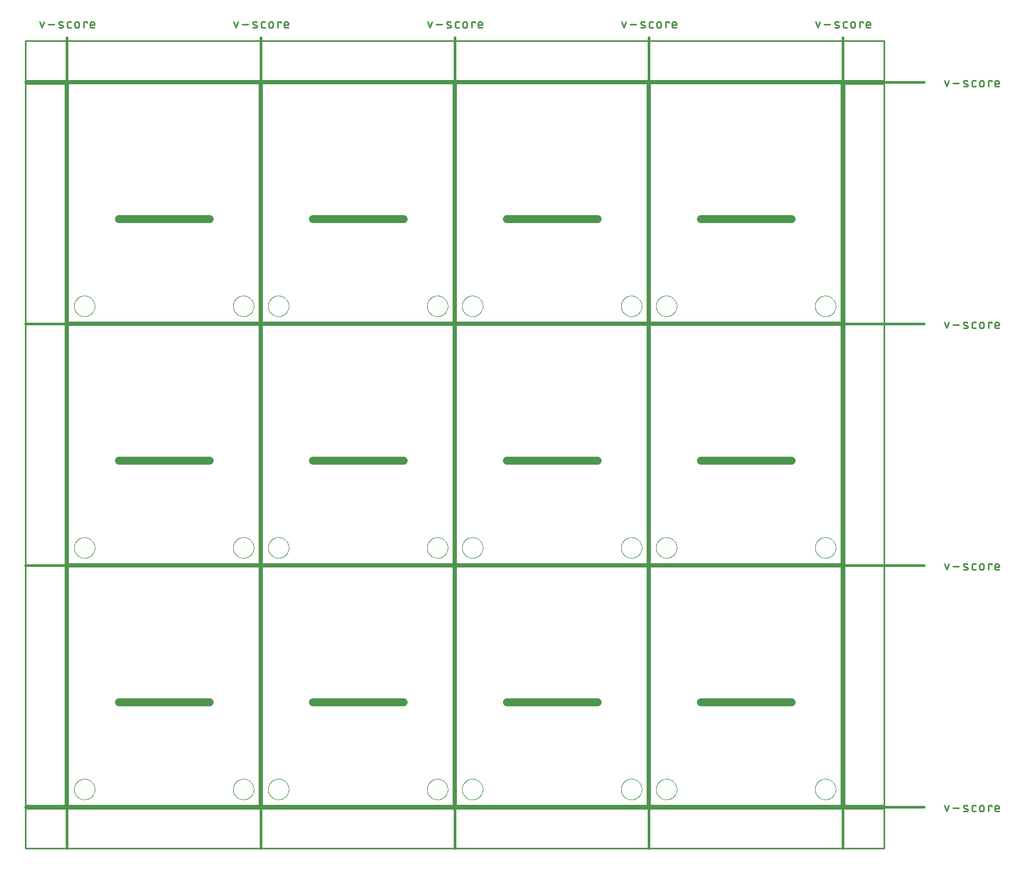
<source format=gko>
G04 EAGLE Gerber RS-274X export*
G75*
%MOMM*%
%FSLAX34Y34*%
%LPD*%
%IN*%
%IPPOS*%
%AMOC8*
5,1,8,0,0,1.08239X$1,22.5*%
G01*
%ADD10C,0.203200*%
%ADD11C,0.381000*%
%ADD12C,0.279400*%
%ADD13C,0.254000*%
%ADD14C,0.000000*%
%ADD15C,1.270000*%


D10*
X0Y0D02*
X0Y381000D01*
X304800Y381000D01*
X304800Y0D01*
X0Y0D01*
X309880Y0D02*
X309880Y381000D01*
X614680Y381000D01*
X614680Y0D01*
X309880Y0D01*
X619760Y0D02*
X619760Y381000D01*
X924560Y381000D01*
X924560Y0D01*
X619760Y0D01*
X929640Y0D02*
X929640Y381000D01*
X1234440Y381000D01*
X1234440Y0D01*
X929640Y0D01*
X0Y386080D02*
X0Y767080D01*
X304800Y767080D01*
X304800Y386080D01*
X0Y386080D01*
X309880Y386080D02*
X309880Y767080D01*
X614680Y767080D01*
X614680Y386080D01*
X309880Y386080D01*
X619760Y386080D02*
X619760Y767080D01*
X924560Y767080D01*
X924560Y386080D01*
X619760Y386080D01*
X929640Y386080D02*
X929640Y767080D01*
X1234440Y767080D01*
X1234440Y386080D01*
X929640Y386080D01*
X0Y772160D02*
X0Y1153160D01*
X304800Y1153160D01*
X304800Y772160D01*
X0Y772160D01*
X309880Y772160D02*
X309880Y1153160D01*
X614680Y1153160D01*
X614680Y772160D01*
X309880Y772160D01*
X619760Y772160D02*
X619760Y1153160D01*
X924560Y1153160D01*
X924560Y772160D01*
X619760Y772160D01*
X929640Y772160D02*
X929640Y1153160D01*
X1234440Y1153160D01*
X1234440Y772160D01*
X929640Y772160D01*
D11*
X-2540Y1226820D02*
X-2540Y-68580D01*
D12*
X-42921Y1242187D02*
X-46251Y1252178D01*
X-39590Y1252178D02*
X-42921Y1242187D01*
X-32806Y1248015D02*
X-22815Y1248015D01*
X-14261Y1248015D02*
X-10098Y1246350D01*
X-14261Y1248014D02*
X-14346Y1248050D01*
X-14429Y1248090D01*
X-14510Y1248133D01*
X-14590Y1248180D01*
X-14667Y1248230D01*
X-14743Y1248283D01*
X-14816Y1248339D01*
X-14886Y1248399D01*
X-14954Y1248461D01*
X-15019Y1248526D01*
X-15081Y1248594D01*
X-15141Y1248665D01*
X-15197Y1248738D01*
X-15250Y1248813D01*
X-15300Y1248891D01*
X-15346Y1248970D01*
X-15389Y1249052D01*
X-15429Y1249135D01*
X-15465Y1249220D01*
X-15497Y1249306D01*
X-15526Y1249394D01*
X-15550Y1249483D01*
X-15571Y1249573D01*
X-15588Y1249663D01*
X-15602Y1249754D01*
X-15611Y1249846D01*
X-15616Y1249938D01*
X-15618Y1250030D01*
X-15616Y1250122D01*
X-15609Y1250214D01*
X-15599Y1250306D01*
X-15585Y1250397D01*
X-15567Y1250488D01*
X-15545Y1250577D01*
X-15519Y1250666D01*
X-15489Y1250753D01*
X-15456Y1250839D01*
X-15419Y1250923D01*
X-15379Y1251006D01*
X-15335Y1251087D01*
X-15288Y1251166D01*
X-15237Y1251243D01*
X-15183Y1251318D01*
X-15126Y1251391D01*
X-15066Y1251461D01*
X-15003Y1251528D01*
X-14937Y1251592D01*
X-14869Y1251654D01*
X-14798Y1251713D01*
X-14724Y1251768D01*
X-14648Y1251821D01*
X-14570Y1251870D01*
X-14490Y1251916D01*
X-14409Y1251958D01*
X-14325Y1251997D01*
X-14240Y1252032D01*
X-14153Y1252063D01*
X-14065Y1252091D01*
X-13976Y1252115D01*
X-13886Y1252135D01*
X-13796Y1252152D01*
X-13704Y1252164D01*
X-13612Y1252173D01*
X-13520Y1252177D01*
X-13428Y1252178D01*
X-13201Y1252172D01*
X-12974Y1252161D01*
X-12747Y1252144D01*
X-12521Y1252121D01*
X-12295Y1252094D01*
X-12070Y1252060D01*
X-11846Y1252022D01*
X-11623Y1251978D01*
X-11401Y1251929D01*
X-11180Y1251874D01*
X-10961Y1251814D01*
X-10743Y1251749D01*
X-10527Y1251678D01*
X-10313Y1251603D01*
X-10100Y1251522D01*
X-9890Y1251436D01*
X-9681Y1251345D01*
X-10098Y1246350D02*
X-10013Y1246314D01*
X-9930Y1246274D01*
X-9849Y1246231D01*
X-9769Y1246184D01*
X-9692Y1246134D01*
X-9616Y1246081D01*
X-9543Y1246025D01*
X-9473Y1245965D01*
X-9405Y1245903D01*
X-9340Y1245838D01*
X-9278Y1245770D01*
X-9218Y1245699D01*
X-9162Y1245626D01*
X-9109Y1245551D01*
X-9059Y1245473D01*
X-9013Y1245394D01*
X-8970Y1245312D01*
X-8930Y1245229D01*
X-8894Y1245144D01*
X-8862Y1245058D01*
X-8833Y1244970D01*
X-8809Y1244881D01*
X-8788Y1244791D01*
X-8771Y1244701D01*
X-8757Y1244610D01*
X-8748Y1244518D01*
X-8743Y1244426D01*
X-8741Y1244334D01*
X-8743Y1244242D01*
X-8750Y1244150D01*
X-8760Y1244058D01*
X-8774Y1243967D01*
X-8792Y1243876D01*
X-8814Y1243787D01*
X-8840Y1243698D01*
X-8870Y1243611D01*
X-8903Y1243525D01*
X-8940Y1243441D01*
X-8980Y1243358D01*
X-9024Y1243277D01*
X-9071Y1243198D01*
X-9122Y1243121D01*
X-9176Y1243046D01*
X-9233Y1242973D01*
X-9293Y1242903D01*
X-9356Y1242836D01*
X-9422Y1242772D01*
X-9490Y1242710D01*
X-9561Y1242651D01*
X-9635Y1242596D01*
X-9711Y1242543D01*
X-9789Y1242494D01*
X-9869Y1242448D01*
X-9950Y1242406D01*
X-10034Y1242367D01*
X-10119Y1242332D01*
X-10206Y1242301D01*
X-10294Y1242273D01*
X-10383Y1242249D01*
X-10473Y1242229D01*
X-10563Y1242212D01*
X-10655Y1242200D01*
X-10747Y1242191D01*
X-10839Y1242187D01*
X-10931Y1242186D01*
X-10931Y1242187D02*
X-11265Y1242196D01*
X-11598Y1242213D01*
X-11931Y1242237D01*
X-12264Y1242270D01*
X-12595Y1242310D01*
X-12926Y1242358D01*
X-13255Y1242414D01*
X-13583Y1242477D01*
X-13909Y1242549D01*
X-14233Y1242628D01*
X-14556Y1242714D01*
X-14876Y1242809D01*
X-15194Y1242911D01*
X-15510Y1243020D01*
X562Y1242187D02*
X3892Y1242187D01*
X562Y1242187D02*
X464Y1242189D01*
X366Y1242195D01*
X268Y1242204D01*
X171Y1242218D01*
X75Y1242235D01*
X-21Y1242256D01*
X-116Y1242281D01*
X-210Y1242309D01*
X-303Y1242341D01*
X-394Y1242377D01*
X-484Y1242416D01*
X-572Y1242459D01*
X-659Y1242506D01*
X-743Y1242555D01*
X-826Y1242608D01*
X-906Y1242664D01*
X-985Y1242723D01*
X-1060Y1242786D01*
X-1134Y1242851D01*
X-1204Y1242919D01*
X-1272Y1242989D01*
X-1338Y1243063D01*
X-1400Y1243139D01*
X-1459Y1243217D01*
X-1515Y1243297D01*
X-1568Y1243380D01*
X-1618Y1243464D01*
X-1664Y1243551D01*
X-1707Y1243639D01*
X-1746Y1243729D01*
X-1782Y1243820D01*
X-1814Y1243913D01*
X-1842Y1244007D01*
X-1867Y1244102D01*
X-1888Y1244198D01*
X-1905Y1244294D01*
X-1919Y1244391D01*
X-1928Y1244489D01*
X-1934Y1244587D01*
X-1936Y1244685D01*
X-1936Y1249680D01*
X-1934Y1249778D01*
X-1928Y1249876D01*
X-1919Y1249974D01*
X-1905Y1250071D01*
X-1888Y1250167D01*
X-1867Y1250263D01*
X-1842Y1250358D01*
X-1814Y1250452D01*
X-1782Y1250545D01*
X-1746Y1250636D01*
X-1707Y1250726D01*
X-1664Y1250814D01*
X-1617Y1250901D01*
X-1568Y1250985D01*
X-1515Y1251068D01*
X-1459Y1251148D01*
X-1400Y1251226D01*
X-1337Y1251302D01*
X-1272Y1251376D01*
X-1204Y1251446D01*
X-1134Y1251514D01*
X-1060Y1251579D01*
X-984Y1251642D01*
X-906Y1251701D01*
X-826Y1251757D01*
X-743Y1251810D01*
X-659Y1251859D01*
X-572Y1251906D01*
X-484Y1251949D01*
X-394Y1251988D01*
X-303Y1252024D01*
X-210Y1252056D01*
X-116Y1252084D01*
X-21Y1252109D01*
X75Y1252130D01*
X171Y1252147D01*
X268Y1252161D01*
X366Y1252170D01*
X464Y1252176D01*
X562Y1252178D01*
X3892Y1252178D01*
X10022Y1248847D02*
X10022Y1245517D01*
X10022Y1248847D02*
X10024Y1248961D01*
X10030Y1249074D01*
X10039Y1249188D01*
X10053Y1249300D01*
X10070Y1249413D01*
X10092Y1249525D01*
X10117Y1249635D01*
X10145Y1249745D01*
X10178Y1249854D01*
X10214Y1249962D01*
X10254Y1250069D01*
X10298Y1250174D01*
X10345Y1250277D01*
X10395Y1250379D01*
X10449Y1250479D01*
X10507Y1250577D01*
X10568Y1250673D01*
X10631Y1250767D01*
X10699Y1250859D01*
X10769Y1250949D01*
X10842Y1251035D01*
X10918Y1251120D01*
X10997Y1251202D01*
X11079Y1251281D01*
X11164Y1251357D01*
X11250Y1251430D01*
X11340Y1251500D01*
X11432Y1251568D01*
X11526Y1251631D01*
X11622Y1251692D01*
X11720Y1251750D01*
X11820Y1251804D01*
X11922Y1251854D01*
X12025Y1251901D01*
X12130Y1251945D01*
X12237Y1251985D01*
X12345Y1252021D01*
X12454Y1252054D01*
X12564Y1252082D01*
X12674Y1252107D01*
X12786Y1252129D01*
X12899Y1252146D01*
X13011Y1252160D01*
X13125Y1252169D01*
X13238Y1252175D01*
X13352Y1252177D01*
X13466Y1252175D01*
X13579Y1252169D01*
X13693Y1252160D01*
X13805Y1252146D01*
X13918Y1252129D01*
X14030Y1252107D01*
X14140Y1252082D01*
X14250Y1252054D01*
X14359Y1252021D01*
X14467Y1251985D01*
X14574Y1251945D01*
X14679Y1251901D01*
X14782Y1251854D01*
X14884Y1251804D01*
X14984Y1251750D01*
X15082Y1251692D01*
X15178Y1251631D01*
X15272Y1251568D01*
X15364Y1251500D01*
X15454Y1251430D01*
X15540Y1251357D01*
X15625Y1251281D01*
X15707Y1251202D01*
X15786Y1251120D01*
X15862Y1251035D01*
X15935Y1250949D01*
X16005Y1250859D01*
X16073Y1250767D01*
X16136Y1250673D01*
X16197Y1250577D01*
X16255Y1250479D01*
X16309Y1250379D01*
X16359Y1250277D01*
X16406Y1250174D01*
X16450Y1250069D01*
X16490Y1249962D01*
X16526Y1249854D01*
X16559Y1249745D01*
X16587Y1249635D01*
X16612Y1249525D01*
X16634Y1249413D01*
X16651Y1249300D01*
X16665Y1249188D01*
X16674Y1249074D01*
X16680Y1248961D01*
X16682Y1248847D01*
X16682Y1245517D01*
X16680Y1245403D01*
X16674Y1245290D01*
X16665Y1245176D01*
X16651Y1245064D01*
X16634Y1244951D01*
X16612Y1244839D01*
X16587Y1244729D01*
X16559Y1244619D01*
X16526Y1244510D01*
X16490Y1244402D01*
X16450Y1244295D01*
X16406Y1244190D01*
X16359Y1244087D01*
X16309Y1243985D01*
X16255Y1243885D01*
X16197Y1243787D01*
X16136Y1243691D01*
X16073Y1243597D01*
X16005Y1243505D01*
X15935Y1243415D01*
X15862Y1243329D01*
X15786Y1243244D01*
X15707Y1243162D01*
X15625Y1243083D01*
X15540Y1243007D01*
X15454Y1242934D01*
X15364Y1242864D01*
X15272Y1242796D01*
X15178Y1242733D01*
X15082Y1242672D01*
X14984Y1242614D01*
X14884Y1242560D01*
X14782Y1242510D01*
X14679Y1242463D01*
X14574Y1242419D01*
X14467Y1242379D01*
X14359Y1242343D01*
X14250Y1242310D01*
X14140Y1242282D01*
X14030Y1242257D01*
X13918Y1242235D01*
X13805Y1242218D01*
X13693Y1242204D01*
X13579Y1242195D01*
X13466Y1242189D01*
X13352Y1242187D01*
X13238Y1242189D01*
X13125Y1242195D01*
X13011Y1242204D01*
X12899Y1242218D01*
X12786Y1242235D01*
X12674Y1242257D01*
X12564Y1242282D01*
X12454Y1242310D01*
X12345Y1242343D01*
X12237Y1242379D01*
X12130Y1242419D01*
X12025Y1242463D01*
X11922Y1242510D01*
X11820Y1242560D01*
X11720Y1242614D01*
X11622Y1242672D01*
X11526Y1242733D01*
X11432Y1242796D01*
X11340Y1242864D01*
X11250Y1242934D01*
X11164Y1243007D01*
X11079Y1243083D01*
X10997Y1243162D01*
X10918Y1243244D01*
X10842Y1243329D01*
X10769Y1243415D01*
X10699Y1243505D01*
X10631Y1243597D01*
X10568Y1243691D01*
X10507Y1243787D01*
X10449Y1243885D01*
X10395Y1243985D01*
X10345Y1244087D01*
X10298Y1244190D01*
X10254Y1244295D01*
X10214Y1244402D01*
X10178Y1244510D01*
X10145Y1244619D01*
X10117Y1244729D01*
X10092Y1244839D01*
X10070Y1244951D01*
X10053Y1245064D01*
X10039Y1245176D01*
X10030Y1245290D01*
X10024Y1245403D01*
X10022Y1245517D01*
X24218Y1242187D02*
X24218Y1252178D01*
X29213Y1252178D01*
X29213Y1250513D01*
X37008Y1242187D02*
X41171Y1242187D01*
X37008Y1242187D02*
X36910Y1242189D01*
X36812Y1242195D01*
X36714Y1242204D01*
X36617Y1242218D01*
X36521Y1242235D01*
X36425Y1242256D01*
X36330Y1242281D01*
X36236Y1242309D01*
X36143Y1242341D01*
X36052Y1242377D01*
X35962Y1242416D01*
X35874Y1242459D01*
X35787Y1242506D01*
X35703Y1242555D01*
X35620Y1242608D01*
X35540Y1242664D01*
X35462Y1242723D01*
X35386Y1242786D01*
X35312Y1242851D01*
X35242Y1242919D01*
X35174Y1242989D01*
X35109Y1243063D01*
X35046Y1243139D01*
X34987Y1243217D01*
X34931Y1243297D01*
X34878Y1243380D01*
X34829Y1243464D01*
X34782Y1243551D01*
X34739Y1243639D01*
X34700Y1243729D01*
X34664Y1243820D01*
X34632Y1243913D01*
X34604Y1244007D01*
X34579Y1244102D01*
X34558Y1244198D01*
X34541Y1244294D01*
X34527Y1244391D01*
X34518Y1244489D01*
X34512Y1244587D01*
X34510Y1244685D01*
X34510Y1248847D01*
X34511Y1248847D02*
X34513Y1248961D01*
X34519Y1249074D01*
X34528Y1249188D01*
X34542Y1249300D01*
X34559Y1249413D01*
X34581Y1249525D01*
X34606Y1249635D01*
X34634Y1249745D01*
X34667Y1249854D01*
X34703Y1249962D01*
X34743Y1250069D01*
X34787Y1250174D01*
X34834Y1250277D01*
X34884Y1250379D01*
X34938Y1250479D01*
X34996Y1250577D01*
X35057Y1250673D01*
X35120Y1250767D01*
X35188Y1250859D01*
X35258Y1250949D01*
X35331Y1251035D01*
X35407Y1251120D01*
X35486Y1251202D01*
X35568Y1251281D01*
X35653Y1251357D01*
X35739Y1251430D01*
X35829Y1251500D01*
X35921Y1251568D01*
X36015Y1251631D01*
X36111Y1251692D01*
X36209Y1251750D01*
X36309Y1251804D01*
X36411Y1251854D01*
X36514Y1251901D01*
X36619Y1251945D01*
X36726Y1251985D01*
X36834Y1252021D01*
X36943Y1252054D01*
X37053Y1252082D01*
X37163Y1252107D01*
X37275Y1252129D01*
X37388Y1252146D01*
X37500Y1252160D01*
X37614Y1252169D01*
X37727Y1252175D01*
X37841Y1252177D01*
X37955Y1252175D01*
X38068Y1252169D01*
X38182Y1252160D01*
X38294Y1252146D01*
X38407Y1252129D01*
X38519Y1252107D01*
X38629Y1252082D01*
X38739Y1252054D01*
X38848Y1252021D01*
X38956Y1251985D01*
X39063Y1251945D01*
X39168Y1251901D01*
X39271Y1251854D01*
X39373Y1251804D01*
X39473Y1251750D01*
X39571Y1251692D01*
X39667Y1251631D01*
X39761Y1251568D01*
X39853Y1251500D01*
X39943Y1251430D01*
X40029Y1251357D01*
X40114Y1251281D01*
X40196Y1251202D01*
X40275Y1251120D01*
X40351Y1251035D01*
X40424Y1250949D01*
X40494Y1250859D01*
X40562Y1250767D01*
X40625Y1250673D01*
X40686Y1250577D01*
X40744Y1250479D01*
X40798Y1250379D01*
X40848Y1250277D01*
X40895Y1250174D01*
X40939Y1250069D01*
X40979Y1249962D01*
X41015Y1249854D01*
X41048Y1249745D01*
X41076Y1249635D01*
X41101Y1249525D01*
X41123Y1249413D01*
X41140Y1249300D01*
X41154Y1249188D01*
X41163Y1249074D01*
X41169Y1248961D01*
X41171Y1248847D01*
X41171Y1247182D01*
X34510Y1247182D01*
D11*
X307340Y1226820D02*
X307340Y-68580D01*
D12*
X266959Y1242187D02*
X263629Y1252178D01*
X270290Y1252178D02*
X266959Y1242187D01*
X277074Y1248015D02*
X287065Y1248015D01*
X295619Y1248015D02*
X299782Y1246350D01*
X295619Y1248014D02*
X295534Y1248050D01*
X295451Y1248090D01*
X295370Y1248133D01*
X295290Y1248180D01*
X295213Y1248230D01*
X295137Y1248283D01*
X295064Y1248339D01*
X294994Y1248399D01*
X294926Y1248461D01*
X294861Y1248526D01*
X294799Y1248594D01*
X294739Y1248665D01*
X294683Y1248738D01*
X294630Y1248813D01*
X294580Y1248891D01*
X294534Y1248970D01*
X294491Y1249052D01*
X294451Y1249135D01*
X294415Y1249220D01*
X294383Y1249306D01*
X294354Y1249394D01*
X294330Y1249483D01*
X294309Y1249573D01*
X294292Y1249663D01*
X294278Y1249754D01*
X294269Y1249846D01*
X294264Y1249938D01*
X294262Y1250030D01*
X294264Y1250122D01*
X294271Y1250214D01*
X294281Y1250306D01*
X294295Y1250397D01*
X294313Y1250488D01*
X294335Y1250577D01*
X294361Y1250666D01*
X294391Y1250753D01*
X294424Y1250839D01*
X294461Y1250923D01*
X294501Y1251006D01*
X294545Y1251087D01*
X294592Y1251166D01*
X294643Y1251243D01*
X294697Y1251318D01*
X294754Y1251391D01*
X294814Y1251461D01*
X294877Y1251528D01*
X294943Y1251592D01*
X295011Y1251654D01*
X295082Y1251713D01*
X295156Y1251768D01*
X295232Y1251821D01*
X295310Y1251870D01*
X295390Y1251916D01*
X295471Y1251958D01*
X295555Y1251997D01*
X295640Y1252032D01*
X295727Y1252063D01*
X295815Y1252091D01*
X295904Y1252115D01*
X295994Y1252135D01*
X296084Y1252152D01*
X296176Y1252164D01*
X296268Y1252173D01*
X296360Y1252177D01*
X296452Y1252178D01*
X296679Y1252172D01*
X296906Y1252161D01*
X297133Y1252144D01*
X297359Y1252121D01*
X297585Y1252094D01*
X297810Y1252060D01*
X298034Y1252022D01*
X298257Y1251978D01*
X298479Y1251929D01*
X298700Y1251874D01*
X298919Y1251814D01*
X299137Y1251749D01*
X299353Y1251678D01*
X299567Y1251603D01*
X299780Y1251522D01*
X299990Y1251436D01*
X300199Y1251345D01*
X299782Y1246350D02*
X299867Y1246314D01*
X299950Y1246274D01*
X300031Y1246231D01*
X300111Y1246184D01*
X300188Y1246134D01*
X300264Y1246081D01*
X300337Y1246025D01*
X300407Y1245965D01*
X300475Y1245903D01*
X300540Y1245838D01*
X300602Y1245770D01*
X300662Y1245699D01*
X300718Y1245626D01*
X300771Y1245551D01*
X300821Y1245473D01*
X300867Y1245394D01*
X300910Y1245312D01*
X300950Y1245229D01*
X300986Y1245144D01*
X301018Y1245058D01*
X301047Y1244970D01*
X301071Y1244881D01*
X301092Y1244791D01*
X301109Y1244701D01*
X301123Y1244610D01*
X301132Y1244518D01*
X301137Y1244426D01*
X301139Y1244334D01*
X301137Y1244242D01*
X301130Y1244150D01*
X301120Y1244058D01*
X301106Y1243967D01*
X301088Y1243876D01*
X301066Y1243787D01*
X301040Y1243698D01*
X301010Y1243611D01*
X300977Y1243525D01*
X300940Y1243441D01*
X300900Y1243358D01*
X300856Y1243277D01*
X300809Y1243198D01*
X300758Y1243121D01*
X300704Y1243046D01*
X300647Y1242973D01*
X300587Y1242903D01*
X300524Y1242836D01*
X300458Y1242772D01*
X300390Y1242710D01*
X300319Y1242651D01*
X300245Y1242596D01*
X300169Y1242543D01*
X300091Y1242494D01*
X300011Y1242448D01*
X299930Y1242406D01*
X299846Y1242367D01*
X299761Y1242332D01*
X299674Y1242301D01*
X299586Y1242273D01*
X299497Y1242249D01*
X299407Y1242229D01*
X299317Y1242212D01*
X299225Y1242200D01*
X299133Y1242191D01*
X299041Y1242187D01*
X298949Y1242186D01*
X298949Y1242187D02*
X298615Y1242196D01*
X298282Y1242213D01*
X297949Y1242237D01*
X297616Y1242270D01*
X297285Y1242310D01*
X296954Y1242358D01*
X296625Y1242414D01*
X296297Y1242477D01*
X295971Y1242549D01*
X295647Y1242628D01*
X295324Y1242714D01*
X295004Y1242809D01*
X294686Y1242911D01*
X294370Y1243020D01*
X310442Y1242187D02*
X313772Y1242187D01*
X310442Y1242187D02*
X310344Y1242189D01*
X310246Y1242195D01*
X310148Y1242204D01*
X310051Y1242218D01*
X309955Y1242235D01*
X309859Y1242256D01*
X309764Y1242281D01*
X309670Y1242309D01*
X309577Y1242341D01*
X309486Y1242377D01*
X309396Y1242416D01*
X309308Y1242459D01*
X309221Y1242506D01*
X309137Y1242555D01*
X309054Y1242608D01*
X308974Y1242664D01*
X308896Y1242723D01*
X308820Y1242786D01*
X308746Y1242851D01*
X308676Y1242919D01*
X308608Y1242989D01*
X308543Y1243063D01*
X308480Y1243139D01*
X308421Y1243217D01*
X308365Y1243297D01*
X308312Y1243380D01*
X308263Y1243464D01*
X308216Y1243551D01*
X308173Y1243639D01*
X308134Y1243729D01*
X308098Y1243820D01*
X308066Y1243913D01*
X308038Y1244007D01*
X308013Y1244102D01*
X307992Y1244198D01*
X307975Y1244294D01*
X307961Y1244391D01*
X307952Y1244489D01*
X307946Y1244587D01*
X307944Y1244685D01*
X307944Y1249680D01*
X307946Y1249778D01*
X307952Y1249876D01*
X307961Y1249974D01*
X307975Y1250071D01*
X307992Y1250167D01*
X308013Y1250263D01*
X308038Y1250358D01*
X308066Y1250452D01*
X308098Y1250545D01*
X308134Y1250636D01*
X308173Y1250726D01*
X308216Y1250814D01*
X308263Y1250901D01*
X308312Y1250985D01*
X308365Y1251068D01*
X308421Y1251148D01*
X308480Y1251227D01*
X308543Y1251302D01*
X308608Y1251376D01*
X308676Y1251446D01*
X308746Y1251514D01*
X308820Y1251580D01*
X308896Y1251642D01*
X308974Y1251701D01*
X309054Y1251757D01*
X309137Y1251810D01*
X309221Y1251860D01*
X309308Y1251906D01*
X309396Y1251949D01*
X309486Y1251988D01*
X309577Y1252024D01*
X309670Y1252056D01*
X309764Y1252084D01*
X309859Y1252109D01*
X309955Y1252130D01*
X310051Y1252147D01*
X310148Y1252161D01*
X310246Y1252170D01*
X310344Y1252176D01*
X310442Y1252178D01*
X313772Y1252178D01*
X319902Y1248847D02*
X319902Y1245517D01*
X319902Y1248847D02*
X319904Y1248961D01*
X319910Y1249074D01*
X319919Y1249188D01*
X319933Y1249300D01*
X319950Y1249413D01*
X319972Y1249525D01*
X319997Y1249635D01*
X320025Y1249745D01*
X320058Y1249854D01*
X320094Y1249962D01*
X320134Y1250069D01*
X320178Y1250174D01*
X320225Y1250277D01*
X320275Y1250379D01*
X320329Y1250479D01*
X320387Y1250577D01*
X320448Y1250673D01*
X320511Y1250767D01*
X320579Y1250859D01*
X320649Y1250949D01*
X320722Y1251035D01*
X320798Y1251120D01*
X320877Y1251202D01*
X320959Y1251281D01*
X321044Y1251357D01*
X321130Y1251430D01*
X321220Y1251500D01*
X321312Y1251568D01*
X321406Y1251631D01*
X321502Y1251692D01*
X321600Y1251750D01*
X321700Y1251804D01*
X321802Y1251854D01*
X321905Y1251901D01*
X322010Y1251945D01*
X322117Y1251985D01*
X322225Y1252021D01*
X322334Y1252054D01*
X322444Y1252082D01*
X322554Y1252107D01*
X322666Y1252129D01*
X322779Y1252146D01*
X322891Y1252160D01*
X323005Y1252169D01*
X323118Y1252175D01*
X323232Y1252177D01*
X323346Y1252175D01*
X323459Y1252169D01*
X323573Y1252160D01*
X323685Y1252146D01*
X323798Y1252129D01*
X323910Y1252107D01*
X324020Y1252082D01*
X324130Y1252054D01*
X324239Y1252021D01*
X324347Y1251985D01*
X324454Y1251945D01*
X324559Y1251901D01*
X324662Y1251854D01*
X324764Y1251804D01*
X324864Y1251750D01*
X324962Y1251692D01*
X325058Y1251631D01*
X325152Y1251568D01*
X325244Y1251500D01*
X325334Y1251430D01*
X325420Y1251357D01*
X325505Y1251281D01*
X325587Y1251202D01*
X325666Y1251120D01*
X325742Y1251035D01*
X325815Y1250949D01*
X325885Y1250859D01*
X325953Y1250767D01*
X326016Y1250673D01*
X326077Y1250577D01*
X326135Y1250479D01*
X326189Y1250379D01*
X326239Y1250277D01*
X326286Y1250174D01*
X326330Y1250069D01*
X326370Y1249962D01*
X326406Y1249854D01*
X326439Y1249745D01*
X326467Y1249635D01*
X326492Y1249525D01*
X326514Y1249413D01*
X326531Y1249300D01*
X326545Y1249188D01*
X326554Y1249074D01*
X326560Y1248961D01*
X326562Y1248847D01*
X326562Y1245517D01*
X326560Y1245403D01*
X326554Y1245290D01*
X326545Y1245176D01*
X326531Y1245064D01*
X326514Y1244951D01*
X326492Y1244839D01*
X326467Y1244729D01*
X326439Y1244619D01*
X326406Y1244510D01*
X326370Y1244402D01*
X326330Y1244295D01*
X326286Y1244190D01*
X326239Y1244087D01*
X326189Y1243985D01*
X326135Y1243885D01*
X326077Y1243787D01*
X326016Y1243691D01*
X325953Y1243597D01*
X325885Y1243505D01*
X325815Y1243415D01*
X325742Y1243329D01*
X325666Y1243244D01*
X325587Y1243162D01*
X325505Y1243083D01*
X325420Y1243007D01*
X325334Y1242934D01*
X325244Y1242864D01*
X325152Y1242796D01*
X325058Y1242733D01*
X324962Y1242672D01*
X324864Y1242614D01*
X324764Y1242560D01*
X324662Y1242510D01*
X324559Y1242463D01*
X324454Y1242419D01*
X324347Y1242379D01*
X324239Y1242343D01*
X324130Y1242310D01*
X324020Y1242282D01*
X323910Y1242257D01*
X323798Y1242235D01*
X323685Y1242218D01*
X323573Y1242204D01*
X323459Y1242195D01*
X323346Y1242189D01*
X323232Y1242187D01*
X323118Y1242189D01*
X323005Y1242195D01*
X322891Y1242204D01*
X322779Y1242218D01*
X322666Y1242235D01*
X322554Y1242257D01*
X322444Y1242282D01*
X322334Y1242310D01*
X322225Y1242343D01*
X322117Y1242379D01*
X322010Y1242419D01*
X321905Y1242463D01*
X321802Y1242510D01*
X321700Y1242560D01*
X321600Y1242614D01*
X321502Y1242672D01*
X321406Y1242733D01*
X321312Y1242796D01*
X321220Y1242864D01*
X321130Y1242934D01*
X321044Y1243007D01*
X320959Y1243083D01*
X320877Y1243162D01*
X320798Y1243244D01*
X320722Y1243329D01*
X320649Y1243415D01*
X320579Y1243505D01*
X320511Y1243597D01*
X320448Y1243691D01*
X320387Y1243787D01*
X320329Y1243885D01*
X320275Y1243985D01*
X320225Y1244087D01*
X320178Y1244190D01*
X320134Y1244295D01*
X320094Y1244402D01*
X320058Y1244510D01*
X320025Y1244619D01*
X319997Y1244729D01*
X319972Y1244839D01*
X319950Y1244951D01*
X319933Y1245064D01*
X319919Y1245176D01*
X319910Y1245290D01*
X319904Y1245403D01*
X319902Y1245517D01*
X334098Y1242187D02*
X334098Y1252178D01*
X339093Y1252178D01*
X339093Y1250513D01*
X346888Y1242187D02*
X351051Y1242187D01*
X346888Y1242187D02*
X346790Y1242189D01*
X346692Y1242195D01*
X346594Y1242204D01*
X346497Y1242218D01*
X346401Y1242235D01*
X346305Y1242256D01*
X346210Y1242281D01*
X346116Y1242309D01*
X346023Y1242341D01*
X345932Y1242377D01*
X345842Y1242416D01*
X345754Y1242459D01*
X345667Y1242506D01*
X345583Y1242555D01*
X345500Y1242608D01*
X345420Y1242664D01*
X345342Y1242723D01*
X345266Y1242786D01*
X345192Y1242851D01*
X345122Y1242919D01*
X345054Y1242989D01*
X344989Y1243063D01*
X344926Y1243139D01*
X344867Y1243217D01*
X344811Y1243297D01*
X344758Y1243380D01*
X344709Y1243464D01*
X344662Y1243551D01*
X344619Y1243639D01*
X344580Y1243729D01*
X344544Y1243820D01*
X344512Y1243913D01*
X344484Y1244007D01*
X344459Y1244102D01*
X344438Y1244198D01*
X344421Y1244294D01*
X344407Y1244391D01*
X344398Y1244489D01*
X344392Y1244587D01*
X344390Y1244685D01*
X344390Y1248847D01*
X344391Y1248847D02*
X344393Y1248961D01*
X344399Y1249074D01*
X344408Y1249188D01*
X344422Y1249300D01*
X344439Y1249413D01*
X344461Y1249525D01*
X344486Y1249635D01*
X344514Y1249745D01*
X344547Y1249854D01*
X344583Y1249962D01*
X344623Y1250069D01*
X344667Y1250174D01*
X344714Y1250277D01*
X344764Y1250379D01*
X344818Y1250479D01*
X344876Y1250577D01*
X344937Y1250673D01*
X345000Y1250767D01*
X345068Y1250859D01*
X345138Y1250949D01*
X345211Y1251035D01*
X345287Y1251120D01*
X345366Y1251202D01*
X345448Y1251281D01*
X345533Y1251357D01*
X345619Y1251430D01*
X345709Y1251500D01*
X345801Y1251568D01*
X345895Y1251631D01*
X345991Y1251692D01*
X346089Y1251750D01*
X346189Y1251804D01*
X346291Y1251854D01*
X346394Y1251901D01*
X346499Y1251945D01*
X346606Y1251985D01*
X346714Y1252021D01*
X346823Y1252054D01*
X346933Y1252082D01*
X347043Y1252107D01*
X347155Y1252129D01*
X347268Y1252146D01*
X347380Y1252160D01*
X347494Y1252169D01*
X347607Y1252175D01*
X347721Y1252177D01*
X347835Y1252175D01*
X347948Y1252169D01*
X348062Y1252160D01*
X348174Y1252146D01*
X348287Y1252129D01*
X348399Y1252107D01*
X348509Y1252082D01*
X348619Y1252054D01*
X348728Y1252021D01*
X348836Y1251985D01*
X348943Y1251945D01*
X349048Y1251901D01*
X349151Y1251854D01*
X349253Y1251804D01*
X349353Y1251750D01*
X349451Y1251692D01*
X349547Y1251631D01*
X349641Y1251568D01*
X349733Y1251500D01*
X349823Y1251430D01*
X349909Y1251357D01*
X349994Y1251281D01*
X350076Y1251202D01*
X350155Y1251120D01*
X350231Y1251035D01*
X350304Y1250949D01*
X350374Y1250859D01*
X350442Y1250767D01*
X350505Y1250673D01*
X350566Y1250577D01*
X350624Y1250479D01*
X350678Y1250379D01*
X350728Y1250277D01*
X350775Y1250174D01*
X350819Y1250069D01*
X350859Y1249962D01*
X350895Y1249854D01*
X350928Y1249745D01*
X350956Y1249635D01*
X350981Y1249525D01*
X351003Y1249413D01*
X351020Y1249300D01*
X351034Y1249188D01*
X351043Y1249074D01*
X351049Y1248961D01*
X351051Y1248847D01*
X351051Y1247182D01*
X344390Y1247182D01*
D11*
X617220Y1226820D02*
X617220Y-68580D01*
D12*
X576839Y1242187D02*
X573509Y1252178D01*
X580170Y1252178D02*
X576839Y1242187D01*
X586954Y1248015D02*
X596945Y1248015D01*
X605499Y1248015D02*
X609662Y1246350D01*
X605499Y1248014D02*
X605414Y1248050D01*
X605331Y1248090D01*
X605250Y1248133D01*
X605170Y1248180D01*
X605093Y1248230D01*
X605017Y1248283D01*
X604944Y1248339D01*
X604874Y1248399D01*
X604806Y1248461D01*
X604741Y1248526D01*
X604679Y1248594D01*
X604619Y1248665D01*
X604563Y1248738D01*
X604510Y1248813D01*
X604460Y1248891D01*
X604414Y1248970D01*
X604371Y1249052D01*
X604331Y1249135D01*
X604295Y1249220D01*
X604263Y1249306D01*
X604234Y1249394D01*
X604210Y1249483D01*
X604189Y1249573D01*
X604172Y1249663D01*
X604158Y1249754D01*
X604149Y1249846D01*
X604144Y1249938D01*
X604142Y1250030D01*
X604144Y1250122D01*
X604151Y1250214D01*
X604161Y1250306D01*
X604175Y1250397D01*
X604193Y1250488D01*
X604215Y1250577D01*
X604241Y1250666D01*
X604271Y1250753D01*
X604304Y1250839D01*
X604341Y1250923D01*
X604381Y1251006D01*
X604425Y1251087D01*
X604472Y1251166D01*
X604523Y1251243D01*
X604577Y1251318D01*
X604634Y1251391D01*
X604694Y1251461D01*
X604757Y1251528D01*
X604823Y1251592D01*
X604891Y1251654D01*
X604962Y1251713D01*
X605036Y1251768D01*
X605112Y1251821D01*
X605190Y1251870D01*
X605270Y1251916D01*
X605351Y1251958D01*
X605435Y1251997D01*
X605520Y1252032D01*
X605607Y1252063D01*
X605695Y1252091D01*
X605784Y1252115D01*
X605874Y1252135D01*
X605964Y1252152D01*
X606056Y1252164D01*
X606148Y1252173D01*
X606240Y1252177D01*
X606332Y1252178D01*
X606559Y1252172D01*
X606786Y1252161D01*
X607013Y1252144D01*
X607239Y1252121D01*
X607465Y1252094D01*
X607690Y1252060D01*
X607914Y1252022D01*
X608137Y1251978D01*
X608359Y1251929D01*
X608580Y1251874D01*
X608799Y1251814D01*
X609017Y1251749D01*
X609233Y1251678D01*
X609447Y1251603D01*
X609660Y1251522D01*
X609870Y1251436D01*
X610079Y1251345D01*
X609662Y1246350D02*
X609747Y1246314D01*
X609830Y1246274D01*
X609911Y1246231D01*
X609991Y1246184D01*
X610068Y1246134D01*
X610144Y1246081D01*
X610217Y1246025D01*
X610287Y1245965D01*
X610355Y1245903D01*
X610420Y1245838D01*
X610482Y1245770D01*
X610542Y1245699D01*
X610598Y1245626D01*
X610651Y1245551D01*
X610701Y1245473D01*
X610747Y1245394D01*
X610790Y1245312D01*
X610830Y1245229D01*
X610866Y1245144D01*
X610898Y1245058D01*
X610927Y1244970D01*
X610951Y1244881D01*
X610972Y1244791D01*
X610989Y1244701D01*
X611003Y1244610D01*
X611012Y1244518D01*
X611017Y1244426D01*
X611019Y1244334D01*
X611017Y1244242D01*
X611010Y1244150D01*
X611000Y1244058D01*
X610986Y1243967D01*
X610968Y1243876D01*
X610946Y1243787D01*
X610920Y1243698D01*
X610890Y1243611D01*
X610857Y1243525D01*
X610820Y1243441D01*
X610780Y1243358D01*
X610736Y1243277D01*
X610689Y1243198D01*
X610638Y1243121D01*
X610584Y1243046D01*
X610527Y1242973D01*
X610467Y1242903D01*
X610404Y1242836D01*
X610338Y1242772D01*
X610270Y1242710D01*
X610199Y1242651D01*
X610125Y1242596D01*
X610049Y1242543D01*
X609971Y1242494D01*
X609891Y1242448D01*
X609810Y1242406D01*
X609726Y1242367D01*
X609641Y1242332D01*
X609554Y1242301D01*
X609466Y1242273D01*
X609377Y1242249D01*
X609287Y1242229D01*
X609197Y1242212D01*
X609105Y1242200D01*
X609013Y1242191D01*
X608921Y1242187D01*
X608829Y1242186D01*
X608829Y1242187D02*
X608495Y1242196D01*
X608162Y1242213D01*
X607829Y1242237D01*
X607496Y1242270D01*
X607165Y1242310D01*
X606834Y1242358D01*
X606505Y1242414D01*
X606177Y1242477D01*
X605851Y1242549D01*
X605527Y1242628D01*
X605204Y1242714D01*
X604884Y1242809D01*
X604566Y1242911D01*
X604250Y1243020D01*
X620322Y1242187D02*
X623652Y1242187D01*
X620322Y1242187D02*
X620224Y1242189D01*
X620126Y1242195D01*
X620028Y1242204D01*
X619931Y1242218D01*
X619835Y1242235D01*
X619739Y1242256D01*
X619644Y1242281D01*
X619550Y1242309D01*
X619457Y1242341D01*
X619366Y1242377D01*
X619276Y1242416D01*
X619188Y1242459D01*
X619101Y1242506D01*
X619017Y1242555D01*
X618934Y1242608D01*
X618854Y1242664D01*
X618776Y1242723D01*
X618700Y1242786D01*
X618626Y1242851D01*
X618556Y1242919D01*
X618488Y1242989D01*
X618423Y1243063D01*
X618360Y1243139D01*
X618301Y1243217D01*
X618245Y1243297D01*
X618192Y1243380D01*
X618143Y1243464D01*
X618096Y1243551D01*
X618053Y1243639D01*
X618014Y1243729D01*
X617978Y1243820D01*
X617946Y1243913D01*
X617918Y1244007D01*
X617893Y1244102D01*
X617872Y1244198D01*
X617855Y1244294D01*
X617841Y1244391D01*
X617832Y1244489D01*
X617826Y1244587D01*
X617824Y1244685D01*
X617824Y1249680D01*
X617826Y1249778D01*
X617832Y1249876D01*
X617841Y1249974D01*
X617855Y1250071D01*
X617872Y1250167D01*
X617893Y1250263D01*
X617918Y1250358D01*
X617946Y1250452D01*
X617978Y1250545D01*
X618014Y1250636D01*
X618053Y1250726D01*
X618096Y1250814D01*
X618143Y1250901D01*
X618192Y1250985D01*
X618245Y1251068D01*
X618301Y1251148D01*
X618360Y1251227D01*
X618423Y1251302D01*
X618488Y1251376D01*
X618556Y1251446D01*
X618626Y1251514D01*
X618700Y1251580D01*
X618776Y1251642D01*
X618854Y1251701D01*
X618934Y1251757D01*
X619017Y1251810D01*
X619101Y1251860D01*
X619188Y1251906D01*
X619276Y1251949D01*
X619366Y1251988D01*
X619457Y1252024D01*
X619550Y1252056D01*
X619644Y1252084D01*
X619739Y1252109D01*
X619835Y1252130D01*
X619931Y1252147D01*
X620028Y1252161D01*
X620126Y1252170D01*
X620224Y1252176D01*
X620322Y1252178D01*
X623652Y1252178D01*
X629782Y1248847D02*
X629782Y1245517D01*
X629782Y1248847D02*
X629784Y1248961D01*
X629790Y1249074D01*
X629799Y1249188D01*
X629813Y1249300D01*
X629830Y1249413D01*
X629852Y1249525D01*
X629877Y1249635D01*
X629905Y1249745D01*
X629938Y1249854D01*
X629974Y1249962D01*
X630014Y1250069D01*
X630058Y1250174D01*
X630105Y1250277D01*
X630155Y1250379D01*
X630209Y1250479D01*
X630267Y1250577D01*
X630328Y1250673D01*
X630391Y1250767D01*
X630459Y1250859D01*
X630529Y1250949D01*
X630602Y1251035D01*
X630678Y1251120D01*
X630757Y1251202D01*
X630839Y1251281D01*
X630924Y1251357D01*
X631010Y1251430D01*
X631100Y1251500D01*
X631192Y1251568D01*
X631286Y1251631D01*
X631382Y1251692D01*
X631480Y1251750D01*
X631580Y1251804D01*
X631682Y1251854D01*
X631785Y1251901D01*
X631890Y1251945D01*
X631997Y1251985D01*
X632105Y1252021D01*
X632214Y1252054D01*
X632324Y1252082D01*
X632434Y1252107D01*
X632546Y1252129D01*
X632659Y1252146D01*
X632771Y1252160D01*
X632885Y1252169D01*
X632998Y1252175D01*
X633112Y1252177D01*
X633226Y1252175D01*
X633339Y1252169D01*
X633453Y1252160D01*
X633565Y1252146D01*
X633678Y1252129D01*
X633790Y1252107D01*
X633900Y1252082D01*
X634010Y1252054D01*
X634119Y1252021D01*
X634227Y1251985D01*
X634334Y1251945D01*
X634439Y1251901D01*
X634542Y1251854D01*
X634644Y1251804D01*
X634744Y1251750D01*
X634842Y1251692D01*
X634938Y1251631D01*
X635032Y1251568D01*
X635124Y1251500D01*
X635214Y1251430D01*
X635300Y1251357D01*
X635385Y1251281D01*
X635467Y1251202D01*
X635546Y1251120D01*
X635622Y1251035D01*
X635695Y1250949D01*
X635765Y1250859D01*
X635833Y1250767D01*
X635896Y1250673D01*
X635957Y1250577D01*
X636015Y1250479D01*
X636069Y1250379D01*
X636119Y1250277D01*
X636166Y1250174D01*
X636210Y1250069D01*
X636250Y1249962D01*
X636286Y1249854D01*
X636319Y1249745D01*
X636347Y1249635D01*
X636372Y1249525D01*
X636394Y1249413D01*
X636411Y1249300D01*
X636425Y1249188D01*
X636434Y1249074D01*
X636440Y1248961D01*
X636442Y1248847D01*
X636442Y1245517D01*
X636440Y1245403D01*
X636434Y1245290D01*
X636425Y1245176D01*
X636411Y1245064D01*
X636394Y1244951D01*
X636372Y1244839D01*
X636347Y1244729D01*
X636319Y1244619D01*
X636286Y1244510D01*
X636250Y1244402D01*
X636210Y1244295D01*
X636166Y1244190D01*
X636119Y1244087D01*
X636069Y1243985D01*
X636015Y1243885D01*
X635957Y1243787D01*
X635896Y1243691D01*
X635833Y1243597D01*
X635765Y1243505D01*
X635695Y1243415D01*
X635622Y1243329D01*
X635546Y1243244D01*
X635467Y1243162D01*
X635385Y1243083D01*
X635300Y1243007D01*
X635214Y1242934D01*
X635124Y1242864D01*
X635032Y1242796D01*
X634938Y1242733D01*
X634842Y1242672D01*
X634744Y1242614D01*
X634644Y1242560D01*
X634542Y1242510D01*
X634439Y1242463D01*
X634334Y1242419D01*
X634227Y1242379D01*
X634119Y1242343D01*
X634010Y1242310D01*
X633900Y1242282D01*
X633790Y1242257D01*
X633678Y1242235D01*
X633565Y1242218D01*
X633453Y1242204D01*
X633339Y1242195D01*
X633226Y1242189D01*
X633112Y1242187D01*
X632998Y1242189D01*
X632885Y1242195D01*
X632771Y1242204D01*
X632659Y1242218D01*
X632546Y1242235D01*
X632434Y1242257D01*
X632324Y1242282D01*
X632214Y1242310D01*
X632105Y1242343D01*
X631997Y1242379D01*
X631890Y1242419D01*
X631785Y1242463D01*
X631682Y1242510D01*
X631580Y1242560D01*
X631480Y1242614D01*
X631382Y1242672D01*
X631286Y1242733D01*
X631192Y1242796D01*
X631100Y1242864D01*
X631010Y1242934D01*
X630924Y1243007D01*
X630839Y1243083D01*
X630757Y1243162D01*
X630678Y1243244D01*
X630602Y1243329D01*
X630529Y1243415D01*
X630459Y1243505D01*
X630391Y1243597D01*
X630328Y1243691D01*
X630267Y1243787D01*
X630209Y1243885D01*
X630155Y1243985D01*
X630105Y1244087D01*
X630058Y1244190D01*
X630014Y1244295D01*
X629974Y1244402D01*
X629938Y1244510D01*
X629905Y1244619D01*
X629877Y1244729D01*
X629852Y1244839D01*
X629830Y1244951D01*
X629813Y1245064D01*
X629799Y1245176D01*
X629790Y1245290D01*
X629784Y1245403D01*
X629782Y1245517D01*
X643978Y1242187D02*
X643978Y1252178D01*
X648973Y1252178D01*
X648973Y1250513D01*
X656768Y1242187D02*
X660931Y1242187D01*
X656768Y1242187D02*
X656670Y1242189D01*
X656572Y1242195D01*
X656474Y1242204D01*
X656377Y1242218D01*
X656281Y1242235D01*
X656185Y1242256D01*
X656090Y1242281D01*
X655996Y1242309D01*
X655903Y1242341D01*
X655812Y1242377D01*
X655722Y1242416D01*
X655634Y1242459D01*
X655547Y1242506D01*
X655463Y1242555D01*
X655380Y1242608D01*
X655300Y1242664D01*
X655222Y1242723D01*
X655146Y1242786D01*
X655072Y1242851D01*
X655002Y1242919D01*
X654934Y1242989D01*
X654869Y1243063D01*
X654806Y1243139D01*
X654747Y1243217D01*
X654691Y1243297D01*
X654638Y1243380D01*
X654589Y1243464D01*
X654542Y1243551D01*
X654499Y1243639D01*
X654460Y1243729D01*
X654424Y1243820D01*
X654392Y1243913D01*
X654364Y1244007D01*
X654339Y1244102D01*
X654318Y1244198D01*
X654301Y1244294D01*
X654287Y1244391D01*
X654278Y1244489D01*
X654272Y1244587D01*
X654270Y1244685D01*
X654270Y1248847D01*
X654271Y1248847D02*
X654273Y1248961D01*
X654279Y1249074D01*
X654288Y1249188D01*
X654302Y1249300D01*
X654319Y1249413D01*
X654341Y1249525D01*
X654366Y1249635D01*
X654394Y1249745D01*
X654427Y1249854D01*
X654463Y1249962D01*
X654503Y1250069D01*
X654547Y1250174D01*
X654594Y1250277D01*
X654644Y1250379D01*
X654698Y1250479D01*
X654756Y1250577D01*
X654817Y1250673D01*
X654880Y1250767D01*
X654948Y1250859D01*
X655018Y1250949D01*
X655091Y1251035D01*
X655167Y1251120D01*
X655246Y1251202D01*
X655328Y1251281D01*
X655413Y1251357D01*
X655499Y1251430D01*
X655589Y1251500D01*
X655681Y1251568D01*
X655775Y1251631D01*
X655871Y1251692D01*
X655969Y1251750D01*
X656069Y1251804D01*
X656171Y1251854D01*
X656274Y1251901D01*
X656379Y1251945D01*
X656486Y1251985D01*
X656594Y1252021D01*
X656703Y1252054D01*
X656813Y1252082D01*
X656923Y1252107D01*
X657035Y1252129D01*
X657148Y1252146D01*
X657260Y1252160D01*
X657374Y1252169D01*
X657487Y1252175D01*
X657601Y1252177D01*
X657715Y1252175D01*
X657828Y1252169D01*
X657942Y1252160D01*
X658054Y1252146D01*
X658167Y1252129D01*
X658279Y1252107D01*
X658389Y1252082D01*
X658499Y1252054D01*
X658608Y1252021D01*
X658716Y1251985D01*
X658823Y1251945D01*
X658928Y1251901D01*
X659031Y1251854D01*
X659133Y1251804D01*
X659233Y1251750D01*
X659331Y1251692D01*
X659427Y1251631D01*
X659521Y1251568D01*
X659613Y1251500D01*
X659703Y1251430D01*
X659789Y1251357D01*
X659874Y1251281D01*
X659956Y1251202D01*
X660035Y1251120D01*
X660111Y1251035D01*
X660184Y1250949D01*
X660254Y1250859D01*
X660322Y1250767D01*
X660385Y1250673D01*
X660446Y1250577D01*
X660504Y1250479D01*
X660558Y1250379D01*
X660608Y1250277D01*
X660655Y1250174D01*
X660699Y1250069D01*
X660739Y1249962D01*
X660775Y1249854D01*
X660808Y1249745D01*
X660836Y1249635D01*
X660861Y1249525D01*
X660883Y1249413D01*
X660900Y1249300D01*
X660914Y1249188D01*
X660923Y1249074D01*
X660929Y1248961D01*
X660931Y1248847D01*
X660931Y1247182D01*
X654270Y1247182D01*
D11*
X927100Y1226820D02*
X927100Y-68580D01*
D12*
X886719Y1242187D02*
X883389Y1252178D01*
X890050Y1252178D02*
X886719Y1242187D01*
X896834Y1248015D02*
X906825Y1248015D01*
X915379Y1248015D02*
X919542Y1246350D01*
X915379Y1248014D02*
X915294Y1248050D01*
X915211Y1248090D01*
X915130Y1248133D01*
X915050Y1248180D01*
X914973Y1248230D01*
X914897Y1248283D01*
X914824Y1248339D01*
X914754Y1248399D01*
X914686Y1248461D01*
X914621Y1248526D01*
X914559Y1248594D01*
X914499Y1248665D01*
X914443Y1248738D01*
X914390Y1248813D01*
X914340Y1248891D01*
X914294Y1248970D01*
X914251Y1249052D01*
X914211Y1249135D01*
X914175Y1249220D01*
X914143Y1249306D01*
X914114Y1249394D01*
X914090Y1249483D01*
X914069Y1249573D01*
X914052Y1249663D01*
X914038Y1249754D01*
X914029Y1249846D01*
X914024Y1249938D01*
X914022Y1250030D01*
X914024Y1250122D01*
X914031Y1250214D01*
X914041Y1250306D01*
X914055Y1250397D01*
X914073Y1250488D01*
X914095Y1250577D01*
X914121Y1250666D01*
X914151Y1250753D01*
X914184Y1250839D01*
X914221Y1250923D01*
X914261Y1251006D01*
X914305Y1251087D01*
X914352Y1251166D01*
X914403Y1251243D01*
X914457Y1251318D01*
X914514Y1251391D01*
X914574Y1251461D01*
X914637Y1251528D01*
X914703Y1251592D01*
X914771Y1251654D01*
X914842Y1251713D01*
X914916Y1251768D01*
X914992Y1251821D01*
X915070Y1251870D01*
X915150Y1251916D01*
X915231Y1251958D01*
X915315Y1251997D01*
X915400Y1252032D01*
X915487Y1252063D01*
X915575Y1252091D01*
X915664Y1252115D01*
X915754Y1252135D01*
X915844Y1252152D01*
X915936Y1252164D01*
X916028Y1252173D01*
X916120Y1252177D01*
X916212Y1252178D01*
X916439Y1252172D01*
X916666Y1252161D01*
X916893Y1252144D01*
X917119Y1252121D01*
X917345Y1252094D01*
X917570Y1252060D01*
X917794Y1252022D01*
X918017Y1251978D01*
X918239Y1251929D01*
X918460Y1251874D01*
X918679Y1251814D01*
X918897Y1251749D01*
X919113Y1251678D01*
X919327Y1251603D01*
X919540Y1251522D01*
X919750Y1251436D01*
X919959Y1251345D01*
X919542Y1246350D02*
X919627Y1246314D01*
X919710Y1246274D01*
X919791Y1246231D01*
X919871Y1246184D01*
X919948Y1246134D01*
X920024Y1246081D01*
X920097Y1246025D01*
X920167Y1245965D01*
X920235Y1245903D01*
X920300Y1245838D01*
X920362Y1245770D01*
X920422Y1245699D01*
X920478Y1245626D01*
X920531Y1245551D01*
X920581Y1245473D01*
X920627Y1245394D01*
X920670Y1245312D01*
X920710Y1245229D01*
X920746Y1245144D01*
X920778Y1245058D01*
X920807Y1244970D01*
X920831Y1244881D01*
X920852Y1244791D01*
X920869Y1244701D01*
X920883Y1244610D01*
X920892Y1244518D01*
X920897Y1244426D01*
X920899Y1244334D01*
X920897Y1244242D01*
X920890Y1244150D01*
X920880Y1244058D01*
X920866Y1243967D01*
X920848Y1243876D01*
X920826Y1243787D01*
X920800Y1243698D01*
X920770Y1243611D01*
X920737Y1243525D01*
X920700Y1243441D01*
X920660Y1243358D01*
X920616Y1243277D01*
X920569Y1243198D01*
X920518Y1243121D01*
X920464Y1243046D01*
X920407Y1242973D01*
X920347Y1242903D01*
X920284Y1242836D01*
X920218Y1242772D01*
X920150Y1242710D01*
X920079Y1242651D01*
X920005Y1242596D01*
X919929Y1242543D01*
X919851Y1242494D01*
X919771Y1242448D01*
X919690Y1242406D01*
X919606Y1242367D01*
X919521Y1242332D01*
X919434Y1242301D01*
X919346Y1242273D01*
X919257Y1242249D01*
X919167Y1242229D01*
X919077Y1242212D01*
X918985Y1242200D01*
X918893Y1242191D01*
X918801Y1242187D01*
X918709Y1242186D01*
X918709Y1242187D02*
X918375Y1242196D01*
X918042Y1242213D01*
X917709Y1242237D01*
X917376Y1242270D01*
X917045Y1242310D01*
X916714Y1242358D01*
X916385Y1242414D01*
X916057Y1242477D01*
X915731Y1242549D01*
X915407Y1242628D01*
X915084Y1242714D01*
X914764Y1242809D01*
X914446Y1242911D01*
X914130Y1243020D01*
X930202Y1242187D02*
X933532Y1242187D01*
X930202Y1242187D02*
X930104Y1242189D01*
X930006Y1242195D01*
X929908Y1242204D01*
X929811Y1242218D01*
X929715Y1242235D01*
X929619Y1242256D01*
X929524Y1242281D01*
X929430Y1242309D01*
X929337Y1242341D01*
X929246Y1242377D01*
X929156Y1242416D01*
X929068Y1242459D01*
X928981Y1242506D01*
X928897Y1242555D01*
X928814Y1242608D01*
X928734Y1242664D01*
X928656Y1242723D01*
X928580Y1242786D01*
X928506Y1242851D01*
X928436Y1242919D01*
X928368Y1242989D01*
X928303Y1243063D01*
X928240Y1243139D01*
X928181Y1243217D01*
X928125Y1243297D01*
X928072Y1243380D01*
X928023Y1243464D01*
X927976Y1243551D01*
X927933Y1243639D01*
X927894Y1243729D01*
X927858Y1243820D01*
X927826Y1243913D01*
X927798Y1244007D01*
X927773Y1244102D01*
X927752Y1244198D01*
X927735Y1244294D01*
X927721Y1244391D01*
X927712Y1244489D01*
X927706Y1244587D01*
X927704Y1244685D01*
X927704Y1249680D01*
X927706Y1249778D01*
X927712Y1249876D01*
X927721Y1249974D01*
X927735Y1250071D01*
X927752Y1250167D01*
X927773Y1250263D01*
X927798Y1250358D01*
X927826Y1250452D01*
X927858Y1250545D01*
X927894Y1250636D01*
X927933Y1250726D01*
X927976Y1250814D01*
X928023Y1250901D01*
X928072Y1250985D01*
X928125Y1251068D01*
X928181Y1251148D01*
X928240Y1251227D01*
X928303Y1251302D01*
X928368Y1251376D01*
X928436Y1251446D01*
X928506Y1251514D01*
X928580Y1251580D01*
X928656Y1251642D01*
X928734Y1251701D01*
X928814Y1251757D01*
X928897Y1251810D01*
X928981Y1251860D01*
X929068Y1251906D01*
X929156Y1251949D01*
X929246Y1251988D01*
X929337Y1252024D01*
X929430Y1252056D01*
X929524Y1252084D01*
X929619Y1252109D01*
X929715Y1252130D01*
X929811Y1252147D01*
X929908Y1252161D01*
X930006Y1252170D01*
X930104Y1252176D01*
X930202Y1252178D01*
X933532Y1252178D01*
X939662Y1248847D02*
X939662Y1245517D01*
X939662Y1248847D02*
X939664Y1248961D01*
X939670Y1249074D01*
X939679Y1249188D01*
X939693Y1249300D01*
X939710Y1249413D01*
X939732Y1249525D01*
X939757Y1249635D01*
X939785Y1249745D01*
X939818Y1249854D01*
X939854Y1249962D01*
X939894Y1250069D01*
X939938Y1250174D01*
X939985Y1250277D01*
X940035Y1250379D01*
X940089Y1250479D01*
X940147Y1250577D01*
X940208Y1250673D01*
X940271Y1250767D01*
X940339Y1250859D01*
X940409Y1250949D01*
X940482Y1251035D01*
X940558Y1251120D01*
X940637Y1251202D01*
X940719Y1251281D01*
X940804Y1251357D01*
X940890Y1251430D01*
X940980Y1251500D01*
X941072Y1251568D01*
X941166Y1251631D01*
X941262Y1251692D01*
X941360Y1251750D01*
X941460Y1251804D01*
X941562Y1251854D01*
X941665Y1251901D01*
X941770Y1251945D01*
X941877Y1251985D01*
X941985Y1252021D01*
X942094Y1252054D01*
X942204Y1252082D01*
X942314Y1252107D01*
X942426Y1252129D01*
X942539Y1252146D01*
X942651Y1252160D01*
X942765Y1252169D01*
X942878Y1252175D01*
X942992Y1252177D01*
X943106Y1252175D01*
X943219Y1252169D01*
X943333Y1252160D01*
X943445Y1252146D01*
X943558Y1252129D01*
X943670Y1252107D01*
X943780Y1252082D01*
X943890Y1252054D01*
X943999Y1252021D01*
X944107Y1251985D01*
X944214Y1251945D01*
X944319Y1251901D01*
X944422Y1251854D01*
X944524Y1251804D01*
X944624Y1251750D01*
X944722Y1251692D01*
X944818Y1251631D01*
X944912Y1251568D01*
X945004Y1251500D01*
X945094Y1251430D01*
X945180Y1251357D01*
X945265Y1251281D01*
X945347Y1251202D01*
X945426Y1251120D01*
X945502Y1251035D01*
X945575Y1250949D01*
X945645Y1250859D01*
X945713Y1250767D01*
X945776Y1250673D01*
X945837Y1250577D01*
X945895Y1250479D01*
X945949Y1250379D01*
X945999Y1250277D01*
X946046Y1250174D01*
X946090Y1250069D01*
X946130Y1249962D01*
X946166Y1249854D01*
X946199Y1249745D01*
X946227Y1249635D01*
X946252Y1249525D01*
X946274Y1249413D01*
X946291Y1249300D01*
X946305Y1249188D01*
X946314Y1249074D01*
X946320Y1248961D01*
X946322Y1248847D01*
X946322Y1245517D01*
X946320Y1245403D01*
X946314Y1245290D01*
X946305Y1245176D01*
X946291Y1245064D01*
X946274Y1244951D01*
X946252Y1244839D01*
X946227Y1244729D01*
X946199Y1244619D01*
X946166Y1244510D01*
X946130Y1244402D01*
X946090Y1244295D01*
X946046Y1244190D01*
X945999Y1244087D01*
X945949Y1243985D01*
X945895Y1243885D01*
X945837Y1243787D01*
X945776Y1243691D01*
X945713Y1243597D01*
X945645Y1243505D01*
X945575Y1243415D01*
X945502Y1243329D01*
X945426Y1243244D01*
X945347Y1243162D01*
X945265Y1243083D01*
X945180Y1243007D01*
X945094Y1242934D01*
X945004Y1242864D01*
X944912Y1242796D01*
X944818Y1242733D01*
X944722Y1242672D01*
X944624Y1242614D01*
X944524Y1242560D01*
X944422Y1242510D01*
X944319Y1242463D01*
X944214Y1242419D01*
X944107Y1242379D01*
X943999Y1242343D01*
X943890Y1242310D01*
X943780Y1242282D01*
X943670Y1242257D01*
X943558Y1242235D01*
X943445Y1242218D01*
X943333Y1242204D01*
X943219Y1242195D01*
X943106Y1242189D01*
X942992Y1242187D01*
X942878Y1242189D01*
X942765Y1242195D01*
X942651Y1242204D01*
X942539Y1242218D01*
X942426Y1242235D01*
X942314Y1242257D01*
X942204Y1242282D01*
X942094Y1242310D01*
X941985Y1242343D01*
X941877Y1242379D01*
X941770Y1242419D01*
X941665Y1242463D01*
X941562Y1242510D01*
X941460Y1242560D01*
X941360Y1242614D01*
X941262Y1242672D01*
X941166Y1242733D01*
X941072Y1242796D01*
X940980Y1242864D01*
X940890Y1242934D01*
X940804Y1243007D01*
X940719Y1243083D01*
X940637Y1243162D01*
X940558Y1243244D01*
X940482Y1243329D01*
X940409Y1243415D01*
X940339Y1243505D01*
X940271Y1243597D01*
X940208Y1243691D01*
X940147Y1243787D01*
X940089Y1243885D01*
X940035Y1243985D01*
X939985Y1244087D01*
X939938Y1244190D01*
X939894Y1244295D01*
X939854Y1244402D01*
X939818Y1244510D01*
X939785Y1244619D01*
X939757Y1244729D01*
X939732Y1244839D01*
X939710Y1244951D01*
X939693Y1245064D01*
X939679Y1245176D01*
X939670Y1245290D01*
X939664Y1245403D01*
X939662Y1245517D01*
X953858Y1242187D02*
X953858Y1252178D01*
X958853Y1252178D01*
X958853Y1250513D01*
X966648Y1242187D02*
X970811Y1242187D01*
X966648Y1242187D02*
X966550Y1242189D01*
X966452Y1242195D01*
X966354Y1242204D01*
X966257Y1242218D01*
X966161Y1242235D01*
X966065Y1242256D01*
X965970Y1242281D01*
X965876Y1242309D01*
X965783Y1242341D01*
X965692Y1242377D01*
X965602Y1242416D01*
X965514Y1242459D01*
X965427Y1242506D01*
X965343Y1242555D01*
X965260Y1242608D01*
X965180Y1242664D01*
X965102Y1242723D01*
X965026Y1242786D01*
X964952Y1242851D01*
X964882Y1242919D01*
X964814Y1242989D01*
X964749Y1243063D01*
X964686Y1243139D01*
X964627Y1243217D01*
X964571Y1243297D01*
X964518Y1243380D01*
X964469Y1243464D01*
X964422Y1243551D01*
X964379Y1243639D01*
X964340Y1243729D01*
X964304Y1243820D01*
X964272Y1243913D01*
X964244Y1244007D01*
X964219Y1244102D01*
X964198Y1244198D01*
X964181Y1244294D01*
X964167Y1244391D01*
X964158Y1244489D01*
X964152Y1244587D01*
X964150Y1244685D01*
X964150Y1248847D01*
X964151Y1248847D02*
X964153Y1248961D01*
X964159Y1249074D01*
X964168Y1249188D01*
X964182Y1249300D01*
X964199Y1249413D01*
X964221Y1249525D01*
X964246Y1249635D01*
X964274Y1249745D01*
X964307Y1249854D01*
X964343Y1249962D01*
X964383Y1250069D01*
X964427Y1250174D01*
X964474Y1250277D01*
X964524Y1250379D01*
X964578Y1250479D01*
X964636Y1250577D01*
X964697Y1250673D01*
X964760Y1250767D01*
X964828Y1250859D01*
X964898Y1250949D01*
X964971Y1251035D01*
X965047Y1251120D01*
X965126Y1251202D01*
X965208Y1251281D01*
X965293Y1251357D01*
X965379Y1251430D01*
X965469Y1251500D01*
X965561Y1251568D01*
X965655Y1251631D01*
X965751Y1251692D01*
X965849Y1251750D01*
X965949Y1251804D01*
X966051Y1251854D01*
X966154Y1251901D01*
X966259Y1251945D01*
X966366Y1251985D01*
X966474Y1252021D01*
X966583Y1252054D01*
X966693Y1252082D01*
X966803Y1252107D01*
X966915Y1252129D01*
X967028Y1252146D01*
X967140Y1252160D01*
X967254Y1252169D01*
X967367Y1252175D01*
X967481Y1252177D01*
X967595Y1252175D01*
X967708Y1252169D01*
X967822Y1252160D01*
X967934Y1252146D01*
X968047Y1252129D01*
X968159Y1252107D01*
X968269Y1252082D01*
X968379Y1252054D01*
X968488Y1252021D01*
X968596Y1251985D01*
X968703Y1251945D01*
X968808Y1251901D01*
X968911Y1251854D01*
X969013Y1251804D01*
X969113Y1251750D01*
X969211Y1251692D01*
X969307Y1251631D01*
X969401Y1251568D01*
X969493Y1251500D01*
X969583Y1251430D01*
X969669Y1251357D01*
X969754Y1251281D01*
X969836Y1251202D01*
X969915Y1251120D01*
X969991Y1251035D01*
X970064Y1250949D01*
X970134Y1250859D01*
X970202Y1250767D01*
X970265Y1250673D01*
X970326Y1250577D01*
X970384Y1250479D01*
X970438Y1250379D01*
X970488Y1250277D01*
X970535Y1250174D01*
X970579Y1250069D01*
X970619Y1249962D01*
X970655Y1249854D01*
X970688Y1249745D01*
X970716Y1249635D01*
X970741Y1249525D01*
X970763Y1249413D01*
X970780Y1249300D01*
X970794Y1249188D01*
X970803Y1249074D01*
X970809Y1248961D01*
X970811Y1248847D01*
X970811Y1247182D01*
X964150Y1247182D01*
D11*
X1236980Y1226820D02*
X1236980Y-68580D01*
D12*
X1196599Y1242187D02*
X1193269Y1252178D01*
X1199930Y1252178D02*
X1196599Y1242187D01*
X1206714Y1248015D02*
X1216705Y1248015D01*
X1225259Y1248015D02*
X1229422Y1246350D01*
X1225259Y1248014D02*
X1225174Y1248050D01*
X1225091Y1248090D01*
X1225010Y1248133D01*
X1224930Y1248180D01*
X1224853Y1248230D01*
X1224777Y1248283D01*
X1224704Y1248339D01*
X1224634Y1248399D01*
X1224566Y1248461D01*
X1224501Y1248526D01*
X1224439Y1248594D01*
X1224379Y1248665D01*
X1224323Y1248738D01*
X1224270Y1248813D01*
X1224220Y1248891D01*
X1224174Y1248970D01*
X1224131Y1249052D01*
X1224091Y1249135D01*
X1224055Y1249220D01*
X1224023Y1249306D01*
X1223994Y1249394D01*
X1223970Y1249483D01*
X1223949Y1249573D01*
X1223932Y1249663D01*
X1223918Y1249754D01*
X1223909Y1249846D01*
X1223904Y1249938D01*
X1223902Y1250030D01*
X1223904Y1250122D01*
X1223911Y1250214D01*
X1223921Y1250306D01*
X1223935Y1250397D01*
X1223953Y1250488D01*
X1223975Y1250577D01*
X1224001Y1250666D01*
X1224031Y1250753D01*
X1224064Y1250839D01*
X1224101Y1250923D01*
X1224141Y1251006D01*
X1224185Y1251087D01*
X1224232Y1251166D01*
X1224283Y1251243D01*
X1224337Y1251318D01*
X1224394Y1251391D01*
X1224454Y1251461D01*
X1224517Y1251528D01*
X1224583Y1251592D01*
X1224651Y1251654D01*
X1224722Y1251713D01*
X1224796Y1251768D01*
X1224872Y1251821D01*
X1224950Y1251870D01*
X1225030Y1251916D01*
X1225111Y1251958D01*
X1225195Y1251997D01*
X1225280Y1252032D01*
X1225367Y1252063D01*
X1225455Y1252091D01*
X1225544Y1252115D01*
X1225634Y1252135D01*
X1225724Y1252152D01*
X1225816Y1252164D01*
X1225908Y1252173D01*
X1226000Y1252177D01*
X1226092Y1252178D01*
X1226319Y1252172D01*
X1226546Y1252161D01*
X1226773Y1252144D01*
X1226999Y1252121D01*
X1227225Y1252094D01*
X1227450Y1252060D01*
X1227674Y1252022D01*
X1227897Y1251978D01*
X1228119Y1251929D01*
X1228340Y1251874D01*
X1228559Y1251814D01*
X1228777Y1251749D01*
X1228993Y1251678D01*
X1229207Y1251603D01*
X1229420Y1251522D01*
X1229630Y1251436D01*
X1229839Y1251345D01*
X1229422Y1246350D02*
X1229507Y1246314D01*
X1229590Y1246274D01*
X1229671Y1246231D01*
X1229751Y1246184D01*
X1229828Y1246134D01*
X1229904Y1246081D01*
X1229977Y1246025D01*
X1230047Y1245965D01*
X1230115Y1245903D01*
X1230180Y1245838D01*
X1230242Y1245770D01*
X1230302Y1245699D01*
X1230358Y1245626D01*
X1230411Y1245551D01*
X1230461Y1245473D01*
X1230507Y1245394D01*
X1230550Y1245312D01*
X1230590Y1245229D01*
X1230626Y1245144D01*
X1230658Y1245058D01*
X1230687Y1244970D01*
X1230711Y1244881D01*
X1230732Y1244791D01*
X1230749Y1244701D01*
X1230763Y1244610D01*
X1230772Y1244518D01*
X1230777Y1244426D01*
X1230779Y1244334D01*
X1230777Y1244242D01*
X1230770Y1244150D01*
X1230760Y1244058D01*
X1230746Y1243967D01*
X1230728Y1243876D01*
X1230706Y1243787D01*
X1230680Y1243698D01*
X1230650Y1243611D01*
X1230617Y1243525D01*
X1230580Y1243441D01*
X1230540Y1243358D01*
X1230496Y1243277D01*
X1230449Y1243198D01*
X1230398Y1243121D01*
X1230344Y1243046D01*
X1230287Y1242973D01*
X1230227Y1242903D01*
X1230164Y1242836D01*
X1230098Y1242772D01*
X1230030Y1242710D01*
X1229959Y1242651D01*
X1229885Y1242596D01*
X1229809Y1242543D01*
X1229731Y1242494D01*
X1229651Y1242448D01*
X1229570Y1242406D01*
X1229486Y1242367D01*
X1229401Y1242332D01*
X1229314Y1242301D01*
X1229226Y1242273D01*
X1229137Y1242249D01*
X1229047Y1242229D01*
X1228957Y1242212D01*
X1228865Y1242200D01*
X1228773Y1242191D01*
X1228681Y1242187D01*
X1228589Y1242186D01*
X1228589Y1242187D02*
X1228255Y1242196D01*
X1227922Y1242213D01*
X1227589Y1242237D01*
X1227256Y1242270D01*
X1226925Y1242310D01*
X1226594Y1242358D01*
X1226265Y1242414D01*
X1225937Y1242477D01*
X1225611Y1242549D01*
X1225287Y1242628D01*
X1224964Y1242714D01*
X1224644Y1242809D01*
X1224326Y1242911D01*
X1224010Y1243020D01*
X1240082Y1242187D02*
X1243412Y1242187D01*
X1240082Y1242187D02*
X1239984Y1242189D01*
X1239886Y1242195D01*
X1239788Y1242204D01*
X1239691Y1242218D01*
X1239595Y1242235D01*
X1239499Y1242256D01*
X1239404Y1242281D01*
X1239310Y1242309D01*
X1239217Y1242341D01*
X1239126Y1242377D01*
X1239036Y1242416D01*
X1238948Y1242459D01*
X1238861Y1242506D01*
X1238777Y1242555D01*
X1238694Y1242608D01*
X1238614Y1242664D01*
X1238536Y1242723D01*
X1238460Y1242786D01*
X1238386Y1242851D01*
X1238316Y1242919D01*
X1238248Y1242989D01*
X1238183Y1243063D01*
X1238120Y1243139D01*
X1238061Y1243217D01*
X1238005Y1243297D01*
X1237952Y1243380D01*
X1237903Y1243464D01*
X1237856Y1243551D01*
X1237813Y1243639D01*
X1237774Y1243729D01*
X1237738Y1243820D01*
X1237706Y1243913D01*
X1237678Y1244007D01*
X1237653Y1244102D01*
X1237632Y1244198D01*
X1237615Y1244294D01*
X1237601Y1244391D01*
X1237592Y1244489D01*
X1237586Y1244587D01*
X1237584Y1244685D01*
X1237584Y1249680D01*
X1237586Y1249778D01*
X1237592Y1249876D01*
X1237601Y1249974D01*
X1237615Y1250071D01*
X1237632Y1250167D01*
X1237653Y1250263D01*
X1237678Y1250358D01*
X1237706Y1250452D01*
X1237738Y1250545D01*
X1237774Y1250636D01*
X1237813Y1250726D01*
X1237856Y1250814D01*
X1237903Y1250901D01*
X1237952Y1250985D01*
X1238005Y1251068D01*
X1238061Y1251148D01*
X1238120Y1251227D01*
X1238183Y1251302D01*
X1238248Y1251376D01*
X1238316Y1251446D01*
X1238386Y1251514D01*
X1238460Y1251580D01*
X1238536Y1251642D01*
X1238614Y1251701D01*
X1238694Y1251757D01*
X1238777Y1251810D01*
X1238861Y1251860D01*
X1238948Y1251906D01*
X1239036Y1251949D01*
X1239126Y1251988D01*
X1239217Y1252024D01*
X1239310Y1252056D01*
X1239404Y1252084D01*
X1239499Y1252109D01*
X1239595Y1252130D01*
X1239691Y1252147D01*
X1239788Y1252161D01*
X1239886Y1252170D01*
X1239984Y1252176D01*
X1240082Y1252178D01*
X1243412Y1252178D01*
X1249542Y1248847D02*
X1249542Y1245517D01*
X1249542Y1248847D02*
X1249544Y1248961D01*
X1249550Y1249074D01*
X1249559Y1249188D01*
X1249573Y1249300D01*
X1249590Y1249413D01*
X1249612Y1249525D01*
X1249637Y1249635D01*
X1249665Y1249745D01*
X1249698Y1249854D01*
X1249734Y1249962D01*
X1249774Y1250069D01*
X1249818Y1250174D01*
X1249865Y1250277D01*
X1249915Y1250379D01*
X1249969Y1250479D01*
X1250027Y1250577D01*
X1250088Y1250673D01*
X1250151Y1250767D01*
X1250219Y1250859D01*
X1250289Y1250949D01*
X1250362Y1251035D01*
X1250438Y1251120D01*
X1250517Y1251202D01*
X1250599Y1251281D01*
X1250684Y1251357D01*
X1250770Y1251430D01*
X1250860Y1251500D01*
X1250952Y1251568D01*
X1251046Y1251631D01*
X1251142Y1251692D01*
X1251240Y1251750D01*
X1251340Y1251804D01*
X1251442Y1251854D01*
X1251545Y1251901D01*
X1251650Y1251945D01*
X1251757Y1251985D01*
X1251865Y1252021D01*
X1251974Y1252054D01*
X1252084Y1252082D01*
X1252194Y1252107D01*
X1252306Y1252129D01*
X1252419Y1252146D01*
X1252531Y1252160D01*
X1252645Y1252169D01*
X1252758Y1252175D01*
X1252872Y1252177D01*
X1252986Y1252175D01*
X1253099Y1252169D01*
X1253213Y1252160D01*
X1253325Y1252146D01*
X1253438Y1252129D01*
X1253550Y1252107D01*
X1253660Y1252082D01*
X1253770Y1252054D01*
X1253879Y1252021D01*
X1253987Y1251985D01*
X1254094Y1251945D01*
X1254199Y1251901D01*
X1254302Y1251854D01*
X1254404Y1251804D01*
X1254504Y1251750D01*
X1254602Y1251692D01*
X1254698Y1251631D01*
X1254792Y1251568D01*
X1254884Y1251500D01*
X1254974Y1251430D01*
X1255060Y1251357D01*
X1255145Y1251281D01*
X1255227Y1251202D01*
X1255306Y1251120D01*
X1255382Y1251035D01*
X1255455Y1250949D01*
X1255525Y1250859D01*
X1255593Y1250767D01*
X1255656Y1250673D01*
X1255717Y1250577D01*
X1255775Y1250479D01*
X1255829Y1250379D01*
X1255879Y1250277D01*
X1255926Y1250174D01*
X1255970Y1250069D01*
X1256010Y1249962D01*
X1256046Y1249854D01*
X1256079Y1249745D01*
X1256107Y1249635D01*
X1256132Y1249525D01*
X1256154Y1249413D01*
X1256171Y1249300D01*
X1256185Y1249188D01*
X1256194Y1249074D01*
X1256200Y1248961D01*
X1256202Y1248847D01*
X1256202Y1245517D01*
X1256200Y1245403D01*
X1256194Y1245290D01*
X1256185Y1245176D01*
X1256171Y1245064D01*
X1256154Y1244951D01*
X1256132Y1244839D01*
X1256107Y1244729D01*
X1256079Y1244619D01*
X1256046Y1244510D01*
X1256010Y1244402D01*
X1255970Y1244295D01*
X1255926Y1244190D01*
X1255879Y1244087D01*
X1255829Y1243985D01*
X1255775Y1243885D01*
X1255717Y1243787D01*
X1255656Y1243691D01*
X1255593Y1243597D01*
X1255525Y1243505D01*
X1255455Y1243415D01*
X1255382Y1243329D01*
X1255306Y1243244D01*
X1255227Y1243162D01*
X1255145Y1243083D01*
X1255060Y1243007D01*
X1254974Y1242934D01*
X1254884Y1242864D01*
X1254792Y1242796D01*
X1254698Y1242733D01*
X1254602Y1242672D01*
X1254504Y1242614D01*
X1254404Y1242560D01*
X1254302Y1242510D01*
X1254199Y1242463D01*
X1254094Y1242419D01*
X1253987Y1242379D01*
X1253879Y1242343D01*
X1253770Y1242310D01*
X1253660Y1242282D01*
X1253550Y1242257D01*
X1253438Y1242235D01*
X1253325Y1242218D01*
X1253213Y1242204D01*
X1253099Y1242195D01*
X1252986Y1242189D01*
X1252872Y1242187D01*
X1252758Y1242189D01*
X1252645Y1242195D01*
X1252531Y1242204D01*
X1252419Y1242218D01*
X1252306Y1242235D01*
X1252194Y1242257D01*
X1252084Y1242282D01*
X1251974Y1242310D01*
X1251865Y1242343D01*
X1251757Y1242379D01*
X1251650Y1242419D01*
X1251545Y1242463D01*
X1251442Y1242510D01*
X1251340Y1242560D01*
X1251240Y1242614D01*
X1251142Y1242672D01*
X1251046Y1242733D01*
X1250952Y1242796D01*
X1250860Y1242864D01*
X1250770Y1242934D01*
X1250684Y1243007D01*
X1250599Y1243083D01*
X1250517Y1243162D01*
X1250438Y1243244D01*
X1250362Y1243329D01*
X1250289Y1243415D01*
X1250219Y1243505D01*
X1250151Y1243597D01*
X1250088Y1243691D01*
X1250027Y1243787D01*
X1249969Y1243885D01*
X1249915Y1243985D01*
X1249865Y1244087D01*
X1249818Y1244190D01*
X1249774Y1244295D01*
X1249734Y1244402D01*
X1249698Y1244510D01*
X1249665Y1244619D01*
X1249637Y1244729D01*
X1249612Y1244839D01*
X1249590Y1244951D01*
X1249573Y1245064D01*
X1249559Y1245176D01*
X1249550Y1245290D01*
X1249544Y1245403D01*
X1249542Y1245517D01*
X1263738Y1242187D02*
X1263738Y1252178D01*
X1268733Y1252178D01*
X1268733Y1250513D01*
X1276528Y1242187D02*
X1280691Y1242187D01*
X1276528Y1242187D02*
X1276430Y1242189D01*
X1276332Y1242195D01*
X1276234Y1242204D01*
X1276137Y1242218D01*
X1276041Y1242235D01*
X1275945Y1242256D01*
X1275850Y1242281D01*
X1275756Y1242309D01*
X1275663Y1242341D01*
X1275572Y1242377D01*
X1275482Y1242416D01*
X1275394Y1242459D01*
X1275307Y1242506D01*
X1275223Y1242555D01*
X1275140Y1242608D01*
X1275060Y1242664D01*
X1274982Y1242723D01*
X1274906Y1242786D01*
X1274832Y1242851D01*
X1274762Y1242919D01*
X1274694Y1242989D01*
X1274629Y1243063D01*
X1274566Y1243139D01*
X1274507Y1243217D01*
X1274451Y1243297D01*
X1274398Y1243380D01*
X1274349Y1243464D01*
X1274302Y1243551D01*
X1274259Y1243639D01*
X1274220Y1243729D01*
X1274184Y1243820D01*
X1274152Y1243913D01*
X1274124Y1244007D01*
X1274099Y1244102D01*
X1274078Y1244198D01*
X1274061Y1244294D01*
X1274047Y1244391D01*
X1274038Y1244489D01*
X1274032Y1244587D01*
X1274030Y1244685D01*
X1274030Y1248847D01*
X1274031Y1248847D02*
X1274033Y1248961D01*
X1274039Y1249074D01*
X1274048Y1249188D01*
X1274062Y1249300D01*
X1274079Y1249413D01*
X1274101Y1249525D01*
X1274126Y1249635D01*
X1274154Y1249745D01*
X1274187Y1249854D01*
X1274223Y1249962D01*
X1274263Y1250069D01*
X1274307Y1250174D01*
X1274354Y1250277D01*
X1274404Y1250379D01*
X1274458Y1250479D01*
X1274516Y1250577D01*
X1274577Y1250673D01*
X1274640Y1250767D01*
X1274708Y1250859D01*
X1274778Y1250949D01*
X1274851Y1251035D01*
X1274927Y1251120D01*
X1275006Y1251202D01*
X1275088Y1251281D01*
X1275173Y1251357D01*
X1275259Y1251430D01*
X1275349Y1251500D01*
X1275441Y1251568D01*
X1275535Y1251631D01*
X1275631Y1251692D01*
X1275729Y1251750D01*
X1275829Y1251804D01*
X1275931Y1251854D01*
X1276034Y1251901D01*
X1276139Y1251945D01*
X1276246Y1251985D01*
X1276354Y1252021D01*
X1276463Y1252054D01*
X1276573Y1252082D01*
X1276683Y1252107D01*
X1276795Y1252129D01*
X1276908Y1252146D01*
X1277020Y1252160D01*
X1277134Y1252169D01*
X1277247Y1252175D01*
X1277361Y1252177D01*
X1277475Y1252175D01*
X1277588Y1252169D01*
X1277702Y1252160D01*
X1277814Y1252146D01*
X1277927Y1252129D01*
X1278039Y1252107D01*
X1278149Y1252082D01*
X1278259Y1252054D01*
X1278368Y1252021D01*
X1278476Y1251985D01*
X1278583Y1251945D01*
X1278688Y1251901D01*
X1278791Y1251854D01*
X1278893Y1251804D01*
X1278993Y1251750D01*
X1279091Y1251692D01*
X1279187Y1251631D01*
X1279281Y1251568D01*
X1279373Y1251500D01*
X1279463Y1251430D01*
X1279549Y1251357D01*
X1279634Y1251281D01*
X1279716Y1251202D01*
X1279795Y1251120D01*
X1279871Y1251035D01*
X1279944Y1250949D01*
X1280014Y1250859D01*
X1280082Y1250767D01*
X1280145Y1250673D01*
X1280206Y1250577D01*
X1280264Y1250479D01*
X1280318Y1250379D01*
X1280368Y1250277D01*
X1280415Y1250174D01*
X1280459Y1250069D01*
X1280499Y1249962D01*
X1280535Y1249854D01*
X1280568Y1249745D01*
X1280596Y1249635D01*
X1280621Y1249525D01*
X1280643Y1249413D01*
X1280660Y1249300D01*
X1280674Y1249188D01*
X1280683Y1249074D01*
X1280689Y1248961D01*
X1280691Y1248847D01*
X1280691Y1247182D01*
X1274030Y1247182D01*
D11*
X1366520Y-2540D02*
X-68580Y-2540D01*
D12*
X1399009Y-42D02*
X1402339Y-10033D01*
X1405670Y-42D01*
X1412454Y-4205D02*
X1422445Y-4205D01*
X1430999Y-4205D02*
X1435162Y-5870D01*
X1430999Y-4206D02*
X1430914Y-4170D01*
X1430831Y-4130D01*
X1430750Y-4087D01*
X1430670Y-4040D01*
X1430593Y-3990D01*
X1430517Y-3937D01*
X1430444Y-3881D01*
X1430374Y-3821D01*
X1430306Y-3759D01*
X1430241Y-3694D01*
X1430179Y-3626D01*
X1430119Y-3555D01*
X1430063Y-3482D01*
X1430010Y-3407D01*
X1429960Y-3329D01*
X1429914Y-3250D01*
X1429871Y-3168D01*
X1429831Y-3085D01*
X1429795Y-3000D01*
X1429763Y-2914D01*
X1429734Y-2826D01*
X1429710Y-2737D01*
X1429689Y-2647D01*
X1429672Y-2557D01*
X1429658Y-2466D01*
X1429649Y-2374D01*
X1429644Y-2282D01*
X1429642Y-2190D01*
X1429644Y-2098D01*
X1429651Y-2006D01*
X1429661Y-1914D01*
X1429675Y-1823D01*
X1429693Y-1732D01*
X1429715Y-1643D01*
X1429741Y-1554D01*
X1429771Y-1467D01*
X1429804Y-1381D01*
X1429841Y-1297D01*
X1429881Y-1214D01*
X1429925Y-1133D01*
X1429972Y-1054D01*
X1430023Y-977D01*
X1430077Y-902D01*
X1430134Y-829D01*
X1430194Y-759D01*
X1430257Y-692D01*
X1430323Y-628D01*
X1430391Y-566D01*
X1430462Y-507D01*
X1430536Y-452D01*
X1430612Y-399D01*
X1430690Y-350D01*
X1430770Y-304D01*
X1430851Y-262D01*
X1430935Y-223D01*
X1431020Y-188D01*
X1431107Y-157D01*
X1431195Y-129D01*
X1431284Y-105D01*
X1431374Y-85D01*
X1431464Y-68D01*
X1431556Y-56D01*
X1431648Y-47D01*
X1431740Y-43D01*
X1431832Y-42D01*
X1432059Y-48D01*
X1432286Y-59D01*
X1432513Y-76D01*
X1432739Y-99D01*
X1432965Y-126D01*
X1433190Y-160D01*
X1433414Y-198D01*
X1433637Y-242D01*
X1433859Y-291D01*
X1434080Y-346D01*
X1434299Y-406D01*
X1434517Y-471D01*
X1434733Y-542D01*
X1434947Y-617D01*
X1435160Y-698D01*
X1435370Y-784D01*
X1435579Y-875D01*
X1435162Y-5870D02*
X1435247Y-5906D01*
X1435330Y-5946D01*
X1435411Y-5989D01*
X1435491Y-6036D01*
X1435568Y-6086D01*
X1435644Y-6139D01*
X1435717Y-6195D01*
X1435787Y-6255D01*
X1435855Y-6317D01*
X1435920Y-6382D01*
X1435982Y-6450D01*
X1436042Y-6521D01*
X1436098Y-6594D01*
X1436151Y-6669D01*
X1436201Y-6747D01*
X1436247Y-6826D01*
X1436290Y-6908D01*
X1436330Y-6991D01*
X1436366Y-7076D01*
X1436398Y-7162D01*
X1436427Y-7250D01*
X1436451Y-7339D01*
X1436472Y-7429D01*
X1436489Y-7519D01*
X1436503Y-7610D01*
X1436512Y-7702D01*
X1436517Y-7794D01*
X1436519Y-7886D01*
X1436517Y-7978D01*
X1436510Y-8070D01*
X1436500Y-8162D01*
X1436486Y-8253D01*
X1436468Y-8344D01*
X1436446Y-8433D01*
X1436420Y-8522D01*
X1436390Y-8609D01*
X1436357Y-8695D01*
X1436320Y-8779D01*
X1436280Y-8862D01*
X1436236Y-8943D01*
X1436189Y-9022D01*
X1436138Y-9099D01*
X1436084Y-9174D01*
X1436027Y-9247D01*
X1435967Y-9317D01*
X1435904Y-9384D01*
X1435838Y-9448D01*
X1435770Y-9510D01*
X1435699Y-9569D01*
X1435625Y-9624D01*
X1435549Y-9677D01*
X1435471Y-9726D01*
X1435391Y-9772D01*
X1435310Y-9814D01*
X1435226Y-9853D01*
X1435141Y-9888D01*
X1435054Y-9919D01*
X1434966Y-9947D01*
X1434877Y-9971D01*
X1434787Y-9991D01*
X1434697Y-10008D01*
X1434605Y-10020D01*
X1434513Y-10029D01*
X1434421Y-10033D01*
X1434329Y-10034D01*
X1434329Y-10033D02*
X1433995Y-10024D01*
X1433662Y-10007D01*
X1433329Y-9983D01*
X1432996Y-9950D01*
X1432665Y-9910D01*
X1432334Y-9862D01*
X1432005Y-9806D01*
X1431677Y-9743D01*
X1431351Y-9671D01*
X1431027Y-9592D01*
X1430704Y-9506D01*
X1430384Y-9411D01*
X1430066Y-9309D01*
X1429750Y-9200D01*
X1445822Y-10033D02*
X1449152Y-10033D01*
X1445822Y-10033D02*
X1445724Y-10031D01*
X1445626Y-10025D01*
X1445528Y-10016D01*
X1445431Y-10002D01*
X1445335Y-9985D01*
X1445239Y-9964D01*
X1445144Y-9939D01*
X1445050Y-9911D01*
X1444957Y-9879D01*
X1444866Y-9843D01*
X1444776Y-9804D01*
X1444688Y-9761D01*
X1444601Y-9714D01*
X1444517Y-9665D01*
X1444434Y-9612D01*
X1444354Y-9556D01*
X1444276Y-9497D01*
X1444200Y-9435D01*
X1444126Y-9369D01*
X1444056Y-9301D01*
X1443988Y-9231D01*
X1443923Y-9157D01*
X1443860Y-9082D01*
X1443801Y-9003D01*
X1443745Y-8923D01*
X1443692Y-8840D01*
X1443643Y-8756D01*
X1443596Y-8669D01*
X1443553Y-8581D01*
X1443514Y-8491D01*
X1443478Y-8400D01*
X1443446Y-8307D01*
X1443418Y-8213D01*
X1443393Y-8118D01*
X1443372Y-8022D01*
X1443355Y-7926D01*
X1443341Y-7829D01*
X1443332Y-7731D01*
X1443326Y-7633D01*
X1443324Y-7535D01*
X1443324Y-2540D01*
X1443326Y-2442D01*
X1443332Y-2344D01*
X1443341Y-2246D01*
X1443355Y-2149D01*
X1443372Y-2053D01*
X1443393Y-1957D01*
X1443418Y-1862D01*
X1443446Y-1768D01*
X1443478Y-1675D01*
X1443514Y-1584D01*
X1443553Y-1494D01*
X1443596Y-1406D01*
X1443643Y-1319D01*
X1443692Y-1235D01*
X1443745Y-1152D01*
X1443801Y-1072D01*
X1443860Y-994D01*
X1443923Y-918D01*
X1443988Y-844D01*
X1444056Y-774D01*
X1444126Y-706D01*
X1444200Y-641D01*
X1444276Y-578D01*
X1444354Y-519D01*
X1444434Y-463D01*
X1444517Y-410D01*
X1444601Y-361D01*
X1444688Y-314D01*
X1444776Y-271D01*
X1444866Y-232D01*
X1444957Y-196D01*
X1445050Y-164D01*
X1445144Y-136D01*
X1445239Y-111D01*
X1445335Y-90D01*
X1445431Y-73D01*
X1445528Y-59D01*
X1445626Y-50D01*
X1445724Y-44D01*
X1445822Y-42D01*
X1449152Y-42D01*
X1455282Y-3373D02*
X1455282Y-6703D01*
X1455282Y-3373D02*
X1455284Y-3259D01*
X1455290Y-3146D01*
X1455299Y-3032D01*
X1455313Y-2920D01*
X1455330Y-2807D01*
X1455352Y-2695D01*
X1455377Y-2585D01*
X1455405Y-2475D01*
X1455438Y-2366D01*
X1455474Y-2258D01*
X1455514Y-2151D01*
X1455558Y-2046D01*
X1455605Y-1943D01*
X1455655Y-1841D01*
X1455709Y-1741D01*
X1455767Y-1643D01*
X1455828Y-1547D01*
X1455891Y-1453D01*
X1455959Y-1361D01*
X1456029Y-1271D01*
X1456102Y-1185D01*
X1456178Y-1100D01*
X1456257Y-1018D01*
X1456339Y-939D01*
X1456424Y-863D01*
X1456510Y-790D01*
X1456600Y-720D01*
X1456692Y-652D01*
X1456786Y-589D01*
X1456882Y-528D01*
X1456980Y-470D01*
X1457080Y-416D01*
X1457182Y-366D01*
X1457285Y-319D01*
X1457390Y-275D01*
X1457497Y-235D01*
X1457605Y-199D01*
X1457714Y-166D01*
X1457824Y-138D01*
X1457934Y-113D01*
X1458046Y-91D01*
X1458159Y-74D01*
X1458271Y-60D01*
X1458385Y-51D01*
X1458498Y-45D01*
X1458612Y-43D01*
X1458726Y-45D01*
X1458839Y-51D01*
X1458953Y-60D01*
X1459065Y-74D01*
X1459178Y-91D01*
X1459290Y-113D01*
X1459400Y-138D01*
X1459510Y-166D01*
X1459619Y-199D01*
X1459727Y-235D01*
X1459834Y-275D01*
X1459939Y-319D01*
X1460042Y-366D01*
X1460144Y-416D01*
X1460244Y-470D01*
X1460342Y-528D01*
X1460438Y-589D01*
X1460532Y-652D01*
X1460624Y-720D01*
X1460714Y-790D01*
X1460800Y-863D01*
X1460885Y-939D01*
X1460967Y-1018D01*
X1461046Y-1100D01*
X1461122Y-1185D01*
X1461195Y-1271D01*
X1461265Y-1361D01*
X1461333Y-1453D01*
X1461396Y-1547D01*
X1461457Y-1643D01*
X1461515Y-1741D01*
X1461569Y-1841D01*
X1461619Y-1943D01*
X1461666Y-2046D01*
X1461710Y-2151D01*
X1461750Y-2258D01*
X1461786Y-2366D01*
X1461819Y-2475D01*
X1461847Y-2585D01*
X1461872Y-2695D01*
X1461894Y-2807D01*
X1461911Y-2920D01*
X1461925Y-3032D01*
X1461934Y-3146D01*
X1461940Y-3259D01*
X1461942Y-3373D01*
X1461942Y-6703D01*
X1461940Y-6817D01*
X1461934Y-6930D01*
X1461925Y-7044D01*
X1461911Y-7156D01*
X1461894Y-7269D01*
X1461872Y-7381D01*
X1461847Y-7491D01*
X1461819Y-7601D01*
X1461786Y-7710D01*
X1461750Y-7818D01*
X1461710Y-7925D01*
X1461666Y-8030D01*
X1461619Y-8133D01*
X1461569Y-8235D01*
X1461515Y-8335D01*
X1461457Y-8433D01*
X1461396Y-8529D01*
X1461333Y-8623D01*
X1461265Y-8715D01*
X1461195Y-8805D01*
X1461122Y-8891D01*
X1461046Y-8976D01*
X1460967Y-9058D01*
X1460885Y-9137D01*
X1460800Y-9213D01*
X1460714Y-9286D01*
X1460624Y-9356D01*
X1460532Y-9424D01*
X1460438Y-9487D01*
X1460342Y-9548D01*
X1460244Y-9606D01*
X1460144Y-9660D01*
X1460042Y-9710D01*
X1459939Y-9757D01*
X1459834Y-9801D01*
X1459727Y-9841D01*
X1459619Y-9877D01*
X1459510Y-9910D01*
X1459400Y-9938D01*
X1459290Y-9963D01*
X1459178Y-9985D01*
X1459065Y-10002D01*
X1458953Y-10016D01*
X1458839Y-10025D01*
X1458726Y-10031D01*
X1458612Y-10033D01*
X1458498Y-10031D01*
X1458385Y-10025D01*
X1458271Y-10016D01*
X1458159Y-10002D01*
X1458046Y-9985D01*
X1457934Y-9963D01*
X1457824Y-9938D01*
X1457714Y-9910D01*
X1457605Y-9877D01*
X1457497Y-9841D01*
X1457390Y-9801D01*
X1457285Y-9757D01*
X1457182Y-9710D01*
X1457080Y-9660D01*
X1456980Y-9606D01*
X1456882Y-9548D01*
X1456786Y-9487D01*
X1456692Y-9424D01*
X1456600Y-9356D01*
X1456510Y-9286D01*
X1456424Y-9213D01*
X1456339Y-9137D01*
X1456257Y-9058D01*
X1456178Y-8976D01*
X1456102Y-8891D01*
X1456029Y-8805D01*
X1455959Y-8715D01*
X1455891Y-8623D01*
X1455828Y-8529D01*
X1455767Y-8433D01*
X1455709Y-8335D01*
X1455655Y-8235D01*
X1455605Y-8133D01*
X1455558Y-8030D01*
X1455514Y-7925D01*
X1455474Y-7818D01*
X1455438Y-7710D01*
X1455405Y-7601D01*
X1455377Y-7491D01*
X1455352Y-7381D01*
X1455330Y-7269D01*
X1455313Y-7156D01*
X1455299Y-7044D01*
X1455290Y-6930D01*
X1455284Y-6817D01*
X1455282Y-6703D01*
X1469478Y-10033D02*
X1469478Y-42D01*
X1474473Y-42D01*
X1474473Y-1707D01*
X1482268Y-10033D02*
X1486431Y-10033D01*
X1482268Y-10033D02*
X1482170Y-10031D01*
X1482072Y-10025D01*
X1481974Y-10016D01*
X1481877Y-10002D01*
X1481781Y-9985D01*
X1481685Y-9964D01*
X1481590Y-9939D01*
X1481496Y-9911D01*
X1481403Y-9879D01*
X1481312Y-9843D01*
X1481222Y-9804D01*
X1481134Y-9761D01*
X1481047Y-9714D01*
X1480963Y-9665D01*
X1480880Y-9612D01*
X1480800Y-9556D01*
X1480722Y-9497D01*
X1480646Y-9435D01*
X1480572Y-9369D01*
X1480502Y-9301D01*
X1480434Y-9231D01*
X1480369Y-9157D01*
X1480306Y-9082D01*
X1480247Y-9003D01*
X1480191Y-8923D01*
X1480138Y-8840D01*
X1480089Y-8756D01*
X1480042Y-8669D01*
X1479999Y-8581D01*
X1479960Y-8491D01*
X1479924Y-8400D01*
X1479892Y-8307D01*
X1479864Y-8213D01*
X1479839Y-8118D01*
X1479818Y-8022D01*
X1479801Y-7926D01*
X1479787Y-7829D01*
X1479778Y-7731D01*
X1479772Y-7633D01*
X1479770Y-7535D01*
X1479770Y-3373D01*
X1479771Y-3373D02*
X1479773Y-3259D01*
X1479779Y-3146D01*
X1479788Y-3032D01*
X1479802Y-2920D01*
X1479819Y-2807D01*
X1479841Y-2695D01*
X1479866Y-2585D01*
X1479894Y-2475D01*
X1479927Y-2366D01*
X1479963Y-2258D01*
X1480003Y-2151D01*
X1480047Y-2046D01*
X1480094Y-1943D01*
X1480144Y-1841D01*
X1480198Y-1741D01*
X1480256Y-1643D01*
X1480317Y-1547D01*
X1480380Y-1453D01*
X1480448Y-1361D01*
X1480518Y-1271D01*
X1480591Y-1185D01*
X1480667Y-1100D01*
X1480746Y-1018D01*
X1480828Y-939D01*
X1480913Y-863D01*
X1480999Y-790D01*
X1481089Y-720D01*
X1481181Y-652D01*
X1481275Y-589D01*
X1481371Y-528D01*
X1481469Y-470D01*
X1481569Y-416D01*
X1481671Y-366D01*
X1481774Y-319D01*
X1481879Y-275D01*
X1481986Y-235D01*
X1482094Y-199D01*
X1482203Y-166D01*
X1482313Y-138D01*
X1482423Y-113D01*
X1482535Y-91D01*
X1482648Y-74D01*
X1482760Y-60D01*
X1482874Y-51D01*
X1482987Y-45D01*
X1483101Y-43D01*
X1483215Y-45D01*
X1483328Y-51D01*
X1483442Y-60D01*
X1483554Y-74D01*
X1483667Y-91D01*
X1483779Y-113D01*
X1483889Y-138D01*
X1483999Y-166D01*
X1484108Y-199D01*
X1484216Y-235D01*
X1484323Y-275D01*
X1484428Y-319D01*
X1484531Y-366D01*
X1484633Y-416D01*
X1484733Y-470D01*
X1484831Y-528D01*
X1484927Y-589D01*
X1485021Y-652D01*
X1485113Y-720D01*
X1485203Y-790D01*
X1485289Y-863D01*
X1485374Y-939D01*
X1485456Y-1018D01*
X1485535Y-1100D01*
X1485611Y-1185D01*
X1485684Y-1271D01*
X1485754Y-1361D01*
X1485822Y-1453D01*
X1485885Y-1547D01*
X1485946Y-1643D01*
X1486004Y-1741D01*
X1486058Y-1841D01*
X1486108Y-1943D01*
X1486155Y-2046D01*
X1486199Y-2151D01*
X1486239Y-2258D01*
X1486275Y-2366D01*
X1486308Y-2475D01*
X1486336Y-2585D01*
X1486361Y-2695D01*
X1486383Y-2807D01*
X1486400Y-2920D01*
X1486414Y-3032D01*
X1486423Y-3146D01*
X1486429Y-3259D01*
X1486431Y-3373D01*
X1486431Y-5038D01*
X1479770Y-5038D01*
D11*
X1366520Y383540D02*
X-68580Y383540D01*
D12*
X1399009Y386038D02*
X1402339Y376047D01*
X1405670Y386038D01*
X1412454Y381875D02*
X1422445Y381875D01*
X1430999Y381875D02*
X1435162Y380210D01*
X1430999Y381874D02*
X1430914Y381910D01*
X1430831Y381950D01*
X1430750Y381993D01*
X1430670Y382040D01*
X1430593Y382090D01*
X1430517Y382143D01*
X1430444Y382199D01*
X1430374Y382259D01*
X1430306Y382321D01*
X1430241Y382386D01*
X1430179Y382454D01*
X1430119Y382525D01*
X1430063Y382598D01*
X1430010Y382673D01*
X1429960Y382751D01*
X1429914Y382830D01*
X1429871Y382912D01*
X1429831Y382995D01*
X1429795Y383080D01*
X1429763Y383166D01*
X1429734Y383254D01*
X1429710Y383343D01*
X1429689Y383433D01*
X1429672Y383523D01*
X1429658Y383614D01*
X1429649Y383706D01*
X1429644Y383798D01*
X1429642Y383890D01*
X1429644Y383982D01*
X1429651Y384074D01*
X1429661Y384166D01*
X1429675Y384257D01*
X1429693Y384348D01*
X1429715Y384437D01*
X1429741Y384526D01*
X1429771Y384613D01*
X1429804Y384699D01*
X1429841Y384783D01*
X1429881Y384866D01*
X1429925Y384947D01*
X1429972Y385026D01*
X1430023Y385103D01*
X1430077Y385178D01*
X1430134Y385251D01*
X1430194Y385321D01*
X1430257Y385388D01*
X1430323Y385452D01*
X1430391Y385514D01*
X1430462Y385573D01*
X1430536Y385628D01*
X1430612Y385681D01*
X1430690Y385730D01*
X1430770Y385776D01*
X1430851Y385818D01*
X1430935Y385857D01*
X1431020Y385892D01*
X1431107Y385923D01*
X1431195Y385951D01*
X1431284Y385975D01*
X1431374Y385995D01*
X1431464Y386012D01*
X1431556Y386024D01*
X1431648Y386033D01*
X1431740Y386037D01*
X1431832Y386038D01*
X1432059Y386032D01*
X1432286Y386021D01*
X1432513Y386004D01*
X1432739Y385981D01*
X1432965Y385954D01*
X1433190Y385920D01*
X1433414Y385882D01*
X1433637Y385838D01*
X1433859Y385789D01*
X1434080Y385734D01*
X1434299Y385674D01*
X1434517Y385609D01*
X1434733Y385538D01*
X1434947Y385463D01*
X1435160Y385382D01*
X1435370Y385296D01*
X1435579Y385205D01*
X1435162Y380210D02*
X1435247Y380174D01*
X1435330Y380134D01*
X1435411Y380091D01*
X1435491Y380044D01*
X1435568Y379994D01*
X1435644Y379941D01*
X1435717Y379885D01*
X1435787Y379825D01*
X1435855Y379763D01*
X1435920Y379698D01*
X1435982Y379630D01*
X1436042Y379559D01*
X1436098Y379486D01*
X1436151Y379411D01*
X1436201Y379333D01*
X1436247Y379254D01*
X1436290Y379172D01*
X1436330Y379089D01*
X1436366Y379004D01*
X1436398Y378918D01*
X1436427Y378830D01*
X1436451Y378741D01*
X1436472Y378651D01*
X1436489Y378561D01*
X1436503Y378470D01*
X1436512Y378378D01*
X1436517Y378286D01*
X1436519Y378194D01*
X1436517Y378102D01*
X1436510Y378010D01*
X1436500Y377918D01*
X1436486Y377827D01*
X1436468Y377736D01*
X1436446Y377647D01*
X1436420Y377558D01*
X1436390Y377471D01*
X1436357Y377385D01*
X1436320Y377301D01*
X1436280Y377218D01*
X1436236Y377137D01*
X1436189Y377058D01*
X1436138Y376981D01*
X1436084Y376906D01*
X1436027Y376833D01*
X1435967Y376763D01*
X1435904Y376696D01*
X1435838Y376632D01*
X1435770Y376570D01*
X1435699Y376511D01*
X1435625Y376456D01*
X1435549Y376403D01*
X1435471Y376354D01*
X1435391Y376308D01*
X1435310Y376266D01*
X1435226Y376227D01*
X1435141Y376192D01*
X1435054Y376161D01*
X1434966Y376133D01*
X1434877Y376109D01*
X1434787Y376089D01*
X1434697Y376072D01*
X1434605Y376060D01*
X1434513Y376051D01*
X1434421Y376047D01*
X1434329Y376046D01*
X1434329Y376047D02*
X1433995Y376056D01*
X1433662Y376073D01*
X1433329Y376097D01*
X1432996Y376130D01*
X1432665Y376170D01*
X1432334Y376218D01*
X1432005Y376274D01*
X1431677Y376337D01*
X1431351Y376409D01*
X1431027Y376488D01*
X1430704Y376574D01*
X1430384Y376669D01*
X1430066Y376771D01*
X1429750Y376880D01*
X1445822Y376047D02*
X1449152Y376047D01*
X1445822Y376047D02*
X1445724Y376049D01*
X1445626Y376055D01*
X1445528Y376064D01*
X1445431Y376078D01*
X1445335Y376095D01*
X1445239Y376116D01*
X1445144Y376141D01*
X1445050Y376169D01*
X1444957Y376201D01*
X1444866Y376237D01*
X1444776Y376276D01*
X1444688Y376319D01*
X1444601Y376366D01*
X1444517Y376415D01*
X1444434Y376468D01*
X1444354Y376524D01*
X1444276Y376583D01*
X1444200Y376646D01*
X1444126Y376711D01*
X1444056Y376779D01*
X1443988Y376849D01*
X1443923Y376923D01*
X1443860Y376999D01*
X1443801Y377077D01*
X1443745Y377157D01*
X1443692Y377240D01*
X1443643Y377324D01*
X1443596Y377411D01*
X1443553Y377499D01*
X1443514Y377589D01*
X1443478Y377680D01*
X1443446Y377773D01*
X1443418Y377867D01*
X1443393Y377962D01*
X1443372Y378058D01*
X1443355Y378154D01*
X1443341Y378251D01*
X1443332Y378349D01*
X1443326Y378447D01*
X1443324Y378545D01*
X1443324Y383540D01*
X1443326Y383638D01*
X1443332Y383736D01*
X1443341Y383834D01*
X1443355Y383931D01*
X1443372Y384027D01*
X1443393Y384123D01*
X1443418Y384218D01*
X1443446Y384312D01*
X1443478Y384405D01*
X1443514Y384496D01*
X1443553Y384586D01*
X1443596Y384674D01*
X1443643Y384761D01*
X1443692Y384845D01*
X1443745Y384928D01*
X1443801Y385008D01*
X1443860Y385087D01*
X1443923Y385162D01*
X1443988Y385236D01*
X1444056Y385306D01*
X1444126Y385374D01*
X1444200Y385440D01*
X1444276Y385502D01*
X1444354Y385561D01*
X1444434Y385617D01*
X1444517Y385670D01*
X1444601Y385720D01*
X1444688Y385766D01*
X1444776Y385809D01*
X1444866Y385848D01*
X1444957Y385884D01*
X1445050Y385916D01*
X1445144Y385944D01*
X1445239Y385969D01*
X1445335Y385990D01*
X1445431Y386007D01*
X1445528Y386021D01*
X1445626Y386030D01*
X1445724Y386036D01*
X1445822Y386038D01*
X1449152Y386038D01*
X1455282Y382707D02*
X1455282Y379377D01*
X1455282Y382707D02*
X1455284Y382821D01*
X1455290Y382934D01*
X1455299Y383048D01*
X1455313Y383160D01*
X1455330Y383273D01*
X1455352Y383385D01*
X1455377Y383495D01*
X1455405Y383605D01*
X1455438Y383714D01*
X1455474Y383822D01*
X1455514Y383929D01*
X1455558Y384034D01*
X1455605Y384137D01*
X1455655Y384239D01*
X1455709Y384339D01*
X1455767Y384437D01*
X1455828Y384533D01*
X1455891Y384627D01*
X1455959Y384719D01*
X1456029Y384809D01*
X1456102Y384895D01*
X1456178Y384980D01*
X1456257Y385062D01*
X1456339Y385141D01*
X1456424Y385217D01*
X1456510Y385290D01*
X1456600Y385360D01*
X1456692Y385428D01*
X1456786Y385491D01*
X1456882Y385552D01*
X1456980Y385610D01*
X1457080Y385664D01*
X1457182Y385714D01*
X1457285Y385761D01*
X1457390Y385805D01*
X1457497Y385845D01*
X1457605Y385881D01*
X1457714Y385914D01*
X1457824Y385942D01*
X1457934Y385967D01*
X1458046Y385989D01*
X1458159Y386006D01*
X1458271Y386020D01*
X1458385Y386029D01*
X1458498Y386035D01*
X1458612Y386037D01*
X1458726Y386035D01*
X1458839Y386029D01*
X1458953Y386020D01*
X1459065Y386006D01*
X1459178Y385989D01*
X1459290Y385967D01*
X1459400Y385942D01*
X1459510Y385914D01*
X1459619Y385881D01*
X1459727Y385845D01*
X1459834Y385805D01*
X1459939Y385761D01*
X1460042Y385714D01*
X1460144Y385664D01*
X1460244Y385610D01*
X1460342Y385552D01*
X1460438Y385491D01*
X1460532Y385428D01*
X1460624Y385360D01*
X1460714Y385290D01*
X1460800Y385217D01*
X1460885Y385141D01*
X1460967Y385062D01*
X1461046Y384980D01*
X1461122Y384895D01*
X1461195Y384809D01*
X1461265Y384719D01*
X1461333Y384627D01*
X1461396Y384533D01*
X1461457Y384437D01*
X1461515Y384339D01*
X1461569Y384239D01*
X1461619Y384137D01*
X1461666Y384034D01*
X1461710Y383929D01*
X1461750Y383822D01*
X1461786Y383714D01*
X1461819Y383605D01*
X1461847Y383495D01*
X1461872Y383385D01*
X1461894Y383273D01*
X1461911Y383160D01*
X1461925Y383048D01*
X1461934Y382934D01*
X1461940Y382821D01*
X1461942Y382707D01*
X1461942Y379377D01*
X1461940Y379263D01*
X1461934Y379150D01*
X1461925Y379036D01*
X1461911Y378924D01*
X1461894Y378811D01*
X1461872Y378699D01*
X1461847Y378589D01*
X1461819Y378479D01*
X1461786Y378370D01*
X1461750Y378262D01*
X1461710Y378155D01*
X1461666Y378050D01*
X1461619Y377947D01*
X1461569Y377845D01*
X1461515Y377745D01*
X1461457Y377647D01*
X1461396Y377551D01*
X1461333Y377457D01*
X1461265Y377365D01*
X1461195Y377275D01*
X1461122Y377189D01*
X1461046Y377104D01*
X1460967Y377022D01*
X1460885Y376943D01*
X1460800Y376867D01*
X1460714Y376794D01*
X1460624Y376724D01*
X1460532Y376656D01*
X1460438Y376593D01*
X1460342Y376532D01*
X1460244Y376474D01*
X1460144Y376420D01*
X1460042Y376370D01*
X1459939Y376323D01*
X1459834Y376279D01*
X1459727Y376239D01*
X1459619Y376203D01*
X1459510Y376170D01*
X1459400Y376142D01*
X1459290Y376117D01*
X1459178Y376095D01*
X1459065Y376078D01*
X1458953Y376064D01*
X1458839Y376055D01*
X1458726Y376049D01*
X1458612Y376047D01*
X1458498Y376049D01*
X1458385Y376055D01*
X1458271Y376064D01*
X1458159Y376078D01*
X1458046Y376095D01*
X1457934Y376117D01*
X1457824Y376142D01*
X1457714Y376170D01*
X1457605Y376203D01*
X1457497Y376239D01*
X1457390Y376279D01*
X1457285Y376323D01*
X1457182Y376370D01*
X1457080Y376420D01*
X1456980Y376474D01*
X1456882Y376532D01*
X1456786Y376593D01*
X1456692Y376656D01*
X1456600Y376724D01*
X1456510Y376794D01*
X1456424Y376867D01*
X1456339Y376943D01*
X1456257Y377022D01*
X1456178Y377104D01*
X1456102Y377189D01*
X1456029Y377275D01*
X1455959Y377365D01*
X1455891Y377457D01*
X1455828Y377551D01*
X1455767Y377647D01*
X1455709Y377745D01*
X1455655Y377845D01*
X1455605Y377947D01*
X1455558Y378050D01*
X1455514Y378155D01*
X1455474Y378262D01*
X1455438Y378370D01*
X1455405Y378479D01*
X1455377Y378589D01*
X1455352Y378699D01*
X1455330Y378811D01*
X1455313Y378924D01*
X1455299Y379036D01*
X1455290Y379150D01*
X1455284Y379263D01*
X1455282Y379377D01*
X1469478Y376047D02*
X1469478Y386038D01*
X1474473Y386038D01*
X1474473Y384373D01*
X1482268Y376047D02*
X1486431Y376047D01*
X1482268Y376047D02*
X1482170Y376049D01*
X1482072Y376055D01*
X1481974Y376064D01*
X1481877Y376078D01*
X1481781Y376095D01*
X1481685Y376116D01*
X1481590Y376141D01*
X1481496Y376169D01*
X1481403Y376201D01*
X1481312Y376237D01*
X1481222Y376276D01*
X1481134Y376319D01*
X1481047Y376366D01*
X1480963Y376415D01*
X1480880Y376468D01*
X1480800Y376524D01*
X1480722Y376583D01*
X1480646Y376646D01*
X1480572Y376711D01*
X1480502Y376779D01*
X1480434Y376849D01*
X1480369Y376923D01*
X1480306Y376999D01*
X1480247Y377077D01*
X1480191Y377157D01*
X1480138Y377240D01*
X1480089Y377324D01*
X1480042Y377411D01*
X1479999Y377499D01*
X1479960Y377589D01*
X1479924Y377680D01*
X1479892Y377773D01*
X1479864Y377867D01*
X1479839Y377962D01*
X1479818Y378058D01*
X1479801Y378154D01*
X1479787Y378251D01*
X1479778Y378349D01*
X1479772Y378447D01*
X1479770Y378545D01*
X1479770Y382707D01*
X1479771Y382707D02*
X1479773Y382821D01*
X1479779Y382934D01*
X1479788Y383048D01*
X1479802Y383160D01*
X1479819Y383273D01*
X1479841Y383385D01*
X1479866Y383495D01*
X1479894Y383605D01*
X1479927Y383714D01*
X1479963Y383822D01*
X1480003Y383929D01*
X1480047Y384034D01*
X1480094Y384137D01*
X1480144Y384239D01*
X1480198Y384339D01*
X1480256Y384437D01*
X1480317Y384533D01*
X1480380Y384627D01*
X1480448Y384719D01*
X1480518Y384809D01*
X1480591Y384895D01*
X1480667Y384980D01*
X1480746Y385062D01*
X1480828Y385141D01*
X1480913Y385217D01*
X1480999Y385290D01*
X1481089Y385360D01*
X1481181Y385428D01*
X1481275Y385491D01*
X1481371Y385552D01*
X1481469Y385610D01*
X1481569Y385664D01*
X1481671Y385714D01*
X1481774Y385761D01*
X1481879Y385805D01*
X1481986Y385845D01*
X1482094Y385881D01*
X1482203Y385914D01*
X1482313Y385942D01*
X1482423Y385967D01*
X1482535Y385989D01*
X1482648Y386006D01*
X1482760Y386020D01*
X1482874Y386029D01*
X1482987Y386035D01*
X1483101Y386037D01*
X1483215Y386035D01*
X1483328Y386029D01*
X1483442Y386020D01*
X1483554Y386006D01*
X1483667Y385989D01*
X1483779Y385967D01*
X1483889Y385942D01*
X1483999Y385914D01*
X1484108Y385881D01*
X1484216Y385845D01*
X1484323Y385805D01*
X1484428Y385761D01*
X1484531Y385714D01*
X1484633Y385664D01*
X1484733Y385610D01*
X1484831Y385552D01*
X1484927Y385491D01*
X1485021Y385428D01*
X1485113Y385360D01*
X1485203Y385290D01*
X1485289Y385217D01*
X1485374Y385141D01*
X1485456Y385062D01*
X1485535Y384980D01*
X1485611Y384895D01*
X1485684Y384809D01*
X1485754Y384719D01*
X1485822Y384627D01*
X1485885Y384533D01*
X1485946Y384437D01*
X1486004Y384339D01*
X1486058Y384239D01*
X1486108Y384137D01*
X1486155Y384034D01*
X1486199Y383929D01*
X1486239Y383822D01*
X1486275Y383714D01*
X1486308Y383605D01*
X1486336Y383495D01*
X1486361Y383385D01*
X1486383Y383273D01*
X1486400Y383160D01*
X1486414Y383048D01*
X1486423Y382934D01*
X1486429Y382821D01*
X1486431Y382707D01*
X1486431Y381042D01*
X1479770Y381042D01*
D11*
X1366520Y769620D02*
X-68580Y769620D01*
D12*
X1399009Y772118D02*
X1402339Y762127D01*
X1405670Y772118D01*
X1412454Y767955D02*
X1422445Y767955D01*
X1430999Y767955D02*
X1435162Y766290D01*
X1430999Y767954D02*
X1430914Y767990D01*
X1430831Y768030D01*
X1430750Y768073D01*
X1430670Y768120D01*
X1430593Y768170D01*
X1430517Y768223D01*
X1430444Y768279D01*
X1430374Y768339D01*
X1430306Y768401D01*
X1430241Y768466D01*
X1430179Y768534D01*
X1430119Y768605D01*
X1430063Y768678D01*
X1430010Y768753D01*
X1429960Y768831D01*
X1429914Y768910D01*
X1429871Y768992D01*
X1429831Y769075D01*
X1429795Y769160D01*
X1429763Y769246D01*
X1429734Y769334D01*
X1429710Y769423D01*
X1429689Y769513D01*
X1429672Y769603D01*
X1429658Y769694D01*
X1429649Y769786D01*
X1429644Y769878D01*
X1429642Y769970D01*
X1429644Y770062D01*
X1429651Y770154D01*
X1429661Y770246D01*
X1429675Y770337D01*
X1429693Y770428D01*
X1429715Y770517D01*
X1429741Y770606D01*
X1429771Y770693D01*
X1429804Y770779D01*
X1429841Y770863D01*
X1429881Y770946D01*
X1429925Y771027D01*
X1429972Y771106D01*
X1430023Y771183D01*
X1430077Y771258D01*
X1430134Y771331D01*
X1430194Y771401D01*
X1430257Y771468D01*
X1430323Y771532D01*
X1430391Y771594D01*
X1430462Y771653D01*
X1430536Y771708D01*
X1430612Y771761D01*
X1430690Y771810D01*
X1430770Y771856D01*
X1430851Y771898D01*
X1430935Y771937D01*
X1431020Y771972D01*
X1431107Y772003D01*
X1431195Y772031D01*
X1431284Y772055D01*
X1431374Y772075D01*
X1431464Y772092D01*
X1431556Y772104D01*
X1431648Y772113D01*
X1431740Y772117D01*
X1431832Y772118D01*
X1432059Y772112D01*
X1432286Y772101D01*
X1432513Y772084D01*
X1432739Y772061D01*
X1432965Y772034D01*
X1433190Y772000D01*
X1433414Y771962D01*
X1433637Y771918D01*
X1433859Y771869D01*
X1434080Y771814D01*
X1434299Y771754D01*
X1434517Y771689D01*
X1434733Y771618D01*
X1434947Y771543D01*
X1435160Y771462D01*
X1435370Y771376D01*
X1435579Y771285D01*
X1435162Y766290D02*
X1435247Y766254D01*
X1435330Y766214D01*
X1435411Y766171D01*
X1435491Y766124D01*
X1435568Y766074D01*
X1435644Y766021D01*
X1435717Y765965D01*
X1435787Y765905D01*
X1435855Y765843D01*
X1435920Y765778D01*
X1435982Y765710D01*
X1436042Y765639D01*
X1436098Y765566D01*
X1436151Y765491D01*
X1436201Y765413D01*
X1436247Y765334D01*
X1436290Y765252D01*
X1436330Y765169D01*
X1436366Y765084D01*
X1436398Y764998D01*
X1436427Y764910D01*
X1436451Y764821D01*
X1436472Y764731D01*
X1436489Y764641D01*
X1436503Y764550D01*
X1436512Y764458D01*
X1436517Y764366D01*
X1436519Y764274D01*
X1436517Y764182D01*
X1436510Y764090D01*
X1436500Y763998D01*
X1436486Y763907D01*
X1436468Y763816D01*
X1436446Y763727D01*
X1436420Y763638D01*
X1436390Y763551D01*
X1436357Y763465D01*
X1436320Y763381D01*
X1436280Y763298D01*
X1436236Y763217D01*
X1436189Y763138D01*
X1436138Y763061D01*
X1436084Y762986D01*
X1436027Y762913D01*
X1435967Y762843D01*
X1435904Y762776D01*
X1435838Y762712D01*
X1435770Y762650D01*
X1435699Y762591D01*
X1435625Y762536D01*
X1435549Y762483D01*
X1435471Y762434D01*
X1435391Y762388D01*
X1435310Y762346D01*
X1435226Y762307D01*
X1435141Y762272D01*
X1435054Y762241D01*
X1434966Y762213D01*
X1434877Y762189D01*
X1434787Y762169D01*
X1434697Y762152D01*
X1434605Y762140D01*
X1434513Y762131D01*
X1434421Y762127D01*
X1434329Y762126D01*
X1434329Y762127D02*
X1433995Y762136D01*
X1433662Y762153D01*
X1433329Y762177D01*
X1432996Y762210D01*
X1432665Y762250D01*
X1432334Y762298D01*
X1432005Y762354D01*
X1431677Y762417D01*
X1431351Y762489D01*
X1431027Y762568D01*
X1430704Y762654D01*
X1430384Y762749D01*
X1430066Y762851D01*
X1429750Y762960D01*
X1445822Y762127D02*
X1449152Y762127D01*
X1445822Y762127D02*
X1445724Y762129D01*
X1445626Y762135D01*
X1445528Y762144D01*
X1445431Y762158D01*
X1445335Y762175D01*
X1445239Y762196D01*
X1445144Y762221D01*
X1445050Y762249D01*
X1444957Y762281D01*
X1444866Y762317D01*
X1444776Y762356D01*
X1444688Y762399D01*
X1444601Y762446D01*
X1444517Y762495D01*
X1444434Y762548D01*
X1444354Y762604D01*
X1444276Y762663D01*
X1444200Y762726D01*
X1444126Y762791D01*
X1444056Y762859D01*
X1443988Y762929D01*
X1443923Y763003D01*
X1443860Y763079D01*
X1443801Y763157D01*
X1443745Y763237D01*
X1443692Y763320D01*
X1443643Y763404D01*
X1443596Y763491D01*
X1443553Y763579D01*
X1443514Y763669D01*
X1443478Y763760D01*
X1443446Y763853D01*
X1443418Y763947D01*
X1443393Y764042D01*
X1443372Y764138D01*
X1443355Y764234D01*
X1443341Y764331D01*
X1443332Y764429D01*
X1443326Y764527D01*
X1443324Y764625D01*
X1443324Y769620D01*
X1443326Y769718D01*
X1443332Y769816D01*
X1443341Y769914D01*
X1443355Y770011D01*
X1443372Y770107D01*
X1443393Y770203D01*
X1443418Y770298D01*
X1443446Y770392D01*
X1443478Y770485D01*
X1443514Y770576D01*
X1443553Y770666D01*
X1443596Y770754D01*
X1443643Y770841D01*
X1443692Y770925D01*
X1443745Y771008D01*
X1443801Y771088D01*
X1443860Y771167D01*
X1443923Y771242D01*
X1443988Y771316D01*
X1444056Y771386D01*
X1444126Y771454D01*
X1444200Y771520D01*
X1444276Y771582D01*
X1444354Y771641D01*
X1444434Y771697D01*
X1444517Y771750D01*
X1444601Y771800D01*
X1444688Y771846D01*
X1444776Y771889D01*
X1444866Y771928D01*
X1444957Y771964D01*
X1445050Y771996D01*
X1445144Y772024D01*
X1445239Y772049D01*
X1445335Y772070D01*
X1445431Y772087D01*
X1445528Y772101D01*
X1445626Y772110D01*
X1445724Y772116D01*
X1445822Y772118D01*
X1449152Y772118D01*
X1455282Y768787D02*
X1455282Y765457D01*
X1455282Y768787D02*
X1455284Y768901D01*
X1455290Y769014D01*
X1455299Y769128D01*
X1455313Y769240D01*
X1455330Y769353D01*
X1455352Y769465D01*
X1455377Y769575D01*
X1455405Y769685D01*
X1455438Y769794D01*
X1455474Y769902D01*
X1455514Y770009D01*
X1455558Y770114D01*
X1455605Y770217D01*
X1455655Y770319D01*
X1455709Y770419D01*
X1455767Y770517D01*
X1455828Y770613D01*
X1455891Y770707D01*
X1455959Y770799D01*
X1456029Y770889D01*
X1456102Y770975D01*
X1456178Y771060D01*
X1456257Y771142D01*
X1456339Y771221D01*
X1456424Y771297D01*
X1456510Y771370D01*
X1456600Y771440D01*
X1456692Y771508D01*
X1456786Y771571D01*
X1456882Y771632D01*
X1456980Y771690D01*
X1457080Y771744D01*
X1457182Y771794D01*
X1457285Y771841D01*
X1457390Y771885D01*
X1457497Y771925D01*
X1457605Y771961D01*
X1457714Y771994D01*
X1457824Y772022D01*
X1457934Y772047D01*
X1458046Y772069D01*
X1458159Y772086D01*
X1458271Y772100D01*
X1458385Y772109D01*
X1458498Y772115D01*
X1458612Y772117D01*
X1458726Y772115D01*
X1458839Y772109D01*
X1458953Y772100D01*
X1459065Y772086D01*
X1459178Y772069D01*
X1459290Y772047D01*
X1459400Y772022D01*
X1459510Y771994D01*
X1459619Y771961D01*
X1459727Y771925D01*
X1459834Y771885D01*
X1459939Y771841D01*
X1460042Y771794D01*
X1460144Y771744D01*
X1460244Y771690D01*
X1460342Y771632D01*
X1460438Y771571D01*
X1460532Y771508D01*
X1460624Y771440D01*
X1460714Y771370D01*
X1460800Y771297D01*
X1460885Y771221D01*
X1460967Y771142D01*
X1461046Y771060D01*
X1461122Y770975D01*
X1461195Y770889D01*
X1461265Y770799D01*
X1461333Y770707D01*
X1461396Y770613D01*
X1461457Y770517D01*
X1461515Y770419D01*
X1461569Y770319D01*
X1461619Y770217D01*
X1461666Y770114D01*
X1461710Y770009D01*
X1461750Y769902D01*
X1461786Y769794D01*
X1461819Y769685D01*
X1461847Y769575D01*
X1461872Y769465D01*
X1461894Y769353D01*
X1461911Y769240D01*
X1461925Y769128D01*
X1461934Y769014D01*
X1461940Y768901D01*
X1461942Y768787D01*
X1461942Y765457D01*
X1461940Y765343D01*
X1461934Y765230D01*
X1461925Y765116D01*
X1461911Y765004D01*
X1461894Y764891D01*
X1461872Y764779D01*
X1461847Y764669D01*
X1461819Y764559D01*
X1461786Y764450D01*
X1461750Y764342D01*
X1461710Y764235D01*
X1461666Y764130D01*
X1461619Y764027D01*
X1461569Y763925D01*
X1461515Y763825D01*
X1461457Y763727D01*
X1461396Y763631D01*
X1461333Y763537D01*
X1461265Y763445D01*
X1461195Y763355D01*
X1461122Y763269D01*
X1461046Y763184D01*
X1460967Y763102D01*
X1460885Y763023D01*
X1460800Y762947D01*
X1460714Y762874D01*
X1460624Y762804D01*
X1460532Y762736D01*
X1460438Y762673D01*
X1460342Y762612D01*
X1460244Y762554D01*
X1460144Y762500D01*
X1460042Y762450D01*
X1459939Y762403D01*
X1459834Y762359D01*
X1459727Y762319D01*
X1459619Y762283D01*
X1459510Y762250D01*
X1459400Y762222D01*
X1459290Y762197D01*
X1459178Y762175D01*
X1459065Y762158D01*
X1458953Y762144D01*
X1458839Y762135D01*
X1458726Y762129D01*
X1458612Y762127D01*
X1458498Y762129D01*
X1458385Y762135D01*
X1458271Y762144D01*
X1458159Y762158D01*
X1458046Y762175D01*
X1457934Y762197D01*
X1457824Y762222D01*
X1457714Y762250D01*
X1457605Y762283D01*
X1457497Y762319D01*
X1457390Y762359D01*
X1457285Y762403D01*
X1457182Y762450D01*
X1457080Y762500D01*
X1456980Y762554D01*
X1456882Y762612D01*
X1456786Y762673D01*
X1456692Y762736D01*
X1456600Y762804D01*
X1456510Y762874D01*
X1456424Y762947D01*
X1456339Y763023D01*
X1456257Y763102D01*
X1456178Y763184D01*
X1456102Y763269D01*
X1456029Y763355D01*
X1455959Y763445D01*
X1455891Y763537D01*
X1455828Y763631D01*
X1455767Y763727D01*
X1455709Y763825D01*
X1455655Y763925D01*
X1455605Y764027D01*
X1455558Y764130D01*
X1455514Y764235D01*
X1455474Y764342D01*
X1455438Y764450D01*
X1455405Y764559D01*
X1455377Y764669D01*
X1455352Y764779D01*
X1455330Y764891D01*
X1455313Y765004D01*
X1455299Y765116D01*
X1455290Y765230D01*
X1455284Y765343D01*
X1455282Y765457D01*
X1469478Y762127D02*
X1469478Y772118D01*
X1474473Y772118D01*
X1474473Y770453D01*
X1482268Y762127D02*
X1486431Y762127D01*
X1482268Y762127D02*
X1482170Y762129D01*
X1482072Y762135D01*
X1481974Y762144D01*
X1481877Y762158D01*
X1481781Y762175D01*
X1481685Y762196D01*
X1481590Y762221D01*
X1481496Y762249D01*
X1481403Y762281D01*
X1481312Y762317D01*
X1481222Y762356D01*
X1481134Y762399D01*
X1481047Y762446D01*
X1480963Y762495D01*
X1480880Y762548D01*
X1480800Y762604D01*
X1480722Y762663D01*
X1480646Y762726D01*
X1480572Y762791D01*
X1480502Y762859D01*
X1480434Y762929D01*
X1480369Y763003D01*
X1480306Y763079D01*
X1480247Y763157D01*
X1480191Y763237D01*
X1480138Y763320D01*
X1480089Y763404D01*
X1480042Y763491D01*
X1479999Y763579D01*
X1479960Y763669D01*
X1479924Y763760D01*
X1479892Y763853D01*
X1479864Y763947D01*
X1479839Y764042D01*
X1479818Y764138D01*
X1479801Y764234D01*
X1479787Y764331D01*
X1479778Y764429D01*
X1479772Y764527D01*
X1479770Y764625D01*
X1479770Y768787D01*
X1479771Y768787D02*
X1479773Y768901D01*
X1479779Y769014D01*
X1479788Y769128D01*
X1479802Y769240D01*
X1479819Y769353D01*
X1479841Y769465D01*
X1479866Y769575D01*
X1479894Y769685D01*
X1479927Y769794D01*
X1479963Y769902D01*
X1480003Y770009D01*
X1480047Y770114D01*
X1480094Y770217D01*
X1480144Y770319D01*
X1480198Y770419D01*
X1480256Y770517D01*
X1480317Y770613D01*
X1480380Y770707D01*
X1480448Y770799D01*
X1480518Y770889D01*
X1480591Y770975D01*
X1480667Y771060D01*
X1480746Y771142D01*
X1480828Y771221D01*
X1480913Y771297D01*
X1480999Y771370D01*
X1481089Y771440D01*
X1481181Y771508D01*
X1481275Y771571D01*
X1481371Y771632D01*
X1481469Y771690D01*
X1481569Y771744D01*
X1481671Y771794D01*
X1481774Y771841D01*
X1481879Y771885D01*
X1481986Y771925D01*
X1482094Y771961D01*
X1482203Y771994D01*
X1482313Y772022D01*
X1482423Y772047D01*
X1482535Y772069D01*
X1482648Y772086D01*
X1482760Y772100D01*
X1482874Y772109D01*
X1482987Y772115D01*
X1483101Y772117D01*
X1483215Y772115D01*
X1483328Y772109D01*
X1483442Y772100D01*
X1483554Y772086D01*
X1483667Y772069D01*
X1483779Y772047D01*
X1483889Y772022D01*
X1483999Y771994D01*
X1484108Y771961D01*
X1484216Y771925D01*
X1484323Y771885D01*
X1484428Y771841D01*
X1484531Y771794D01*
X1484633Y771744D01*
X1484733Y771690D01*
X1484831Y771632D01*
X1484927Y771571D01*
X1485021Y771508D01*
X1485113Y771440D01*
X1485203Y771370D01*
X1485289Y771297D01*
X1485374Y771221D01*
X1485456Y771142D01*
X1485535Y771060D01*
X1485611Y770975D01*
X1485684Y770889D01*
X1485754Y770799D01*
X1485822Y770707D01*
X1485885Y770613D01*
X1485946Y770517D01*
X1486004Y770419D01*
X1486058Y770319D01*
X1486108Y770217D01*
X1486155Y770114D01*
X1486199Y770009D01*
X1486239Y769902D01*
X1486275Y769794D01*
X1486308Y769685D01*
X1486336Y769575D01*
X1486361Y769465D01*
X1486383Y769353D01*
X1486400Y769240D01*
X1486414Y769128D01*
X1486423Y769014D01*
X1486429Y768901D01*
X1486431Y768787D01*
X1486431Y767122D01*
X1479770Y767122D01*
D11*
X1366520Y1155700D02*
X-68580Y1155700D01*
D12*
X1399009Y1158198D02*
X1402339Y1148207D01*
X1405670Y1158198D01*
X1412454Y1154035D02*
X1422445Y1154035D01*
X1430999Y1154035D02*
X1435162Y1152370D01*
X1430999Y1154034D02*
X1430914Y1154070D01*
X1430831Y1154110D01*
X1430750Y1154153D01*
X1430670Y1154200D01*
X1430593Y1154250D01*
X1430517Y1154303D01*
X1430444Y1154359D01*
X1430374Y1154419D01*
X1430306Y1154481D01*
X1430241Y1154546D01*
X1430179Y1154614D01*
X1430119Y1154685D01*
X1430063Y1154758D01*
X1430010Y1154833D01*
X1429960Y1154911D01*
X1429914Y1154990D01*
X1429871Y1155072D01*
X1429831Y1155155D01*
X1429795Y1155240D01*
X1429763Y1155326D01*
X1429734Y1155414D01*
X1429710Y1155503D01*
X1429689Y1155593D01*
X1429672Y1155683D01*
X1429658Y1155774D01*
X1429649Y1155866D01*
X1429644Y1155958D01*
X1429642Y1156050D01*
X1429644Y1156142D01*
X1429651Y1156234D01*
X1429661Y1156326D01*
X1429675Y1156417D01*
X1429693Y1156508D01*
X1429715Y1156597D01*
X1429741Y1156686D01*
X1429771Y1156773D01*
X1429804Y1156859D01*
X1429841Y1156943D01*
X1429881Y1157026D01*
X1429925Y1157107D01*
X1429972Y1157186D01*
X1430023Y1157263D01*
X1430077Y1157338D01*
X1430134Y1157411D01*
X1430194Y1157481D01*
X1430257Y1157548D01*
X1430323Y1157612D01*
X1430391Y1157674D01*
X1430462Y1157733D01*
X1430536Y1157788D01*
X1430612Y1157841D01*
X1430690Y1157890D01*
X1430770Y1157936D01*
X1430851Y1157978D01*
X1430935Y1158017D01*
X1431020Y1158052D01*
X1431107Y1158083D01*
X1431195Y1158111D01*
X1431284Y1158135D01*
X1431374Y1158155D01*
X1431464Y1158172D01*
X1431556Y1158184D01*
X1431648Y1158193D01*
X1431740Y1158197D01*
X1431832Y1158198D01*
X1432059Y1158192D01*
X1432286Y1158181D01*
X1432513Y1158164D01*
X1432739Y1158141D01*
X1432965Y1158114D01*
X1433190Y1158080D01*
X1433414Y1158042D01*
X1433637Y1157998D01*
X1433859Y1157949D01*
X1434080Y1157894D01*
X1434299Y1157834D01*
X1434517Y1157769D01*
X1434733Y1157698D01*
X1434947Y1157623D01*
X1435160Y1157542D01*
X1435370Y1157456D01*
X1435579Y1157365D01*
X1435162Y1152370D02*
X1435247Y1152334D01*
X1435330Y1152294D01*
X1435411Y1152251D01*
X1435491Y1152204D01*
X1435568Y1152154D01*
X1435644Y1152101D01*
X1435717Y1152045D01*
X1435787Y1151985D01*
X1435855Y1151923D01*
X1435920Y1151858D01*
X1435982Y1151790D01*
X1436042Y1151719D01*
X1436098Y1151646D01*
X1436151Y1151571D01*
X1436201Y1151493D01*
X1436247Y1151414D01*
X1436290Y1151332D01*
X1436330Y1151249D01*
X1436366Y1151164D01*
X1436398Y1151078D01*
X1436427Y1150990D01*
X1436451Y1150901D01*
X1436472Y1150811D01*
X1436489Y1150721D01*
X1436503Y1150630D01*
X1436512Y1150538D01*
X1436517Y1150446D01*
X1436519Y1150354D01*
X1436517Y1150262D01*
X1436510Y1150170D01*
X1436500Y1150078D01*
X1436486Y1149987D01*
X1436468Y1149896D01*
X1436446Y1149807D01*
X1436420Y1149718D01*
X1436390Y1149631D01*
X1436357Y1149545D01*
X1436320Y1149461D01*
X1436280Y1149378D01*
X1436236Y1149297D01*
X1436189Y1149218D01*
X1436138Y1149141D01*
X1436084Y1149066D01*
X1436027Y1148993D01*
X1435967Y1148923D01*
X1435904Y1148856D01*
X1435838Y1148792D01*
X1435770Y1148730D01*
X1435699Y1148671D01*
X1435625Y1148616D01*
X1435549Y1148563D01*
X1435471Y1148514D01*
X1435391Y1148468D01*
X1435310Y1148426D01*
X1435226Y1148387D01*
X1435141Y1148352D01*
X1435054Y1148321D01*
X1434966Y1148293D01*
X1434877Y1148269D01*
X1434787Y1148249D01*
X1434697Y1148232D01*
X1434605Y1148220D01*
X1434513Y1148211D01*
X1434421Y1148207D01*
X1434329Y1148206D01*
X1434329Y1148207D02*
X1433995Y1148216D01*
X1433662Y1148233D01*
X1433329Y1148257D01*
X1432996Y1148290D01*
X1432665Y1148330D01*
X1432334Y1148378D01*
X1432005Y1148434D01*
X1431677Y1148497D01*
X1431351Y1148569D01*
X1431027Y1148648D01*
X1430704Y1148734D01*
X1430384Y1148829D01*
X1430066Y1148931D01*
X1429750Y1149040D01*
X1445822Y1148207D02*
X1449152Y1148207D01*
X1445822Y1148207D02*
X1445724Y1148209D01*
X1445626Y1148215D01*
X1445528Y1148224D01*
X1445431Y1148238D01*
X1445335Y1148255D01*
X1445239Y1148276D01*
X1445144Y1148301D01*
X1445050Y1148329D01*
X1444957Y1148361D01*
X1444866Y1148397D01*
X1444776Y1148436D01*
X1444688Y1148479D01*
X1444601Y1148526D01*
X1444517Y1148575D01*
X1444434Y1148628D01*
X1444354Y1148684D01*
X1444276Y1148743D01*
X1444200Y1148806D01*
X1444126Y1148871D01*
X1444056Y1148939D01*
X1443988Y1149009D01*
X1443923Y1149083D01*
X1443860Y1149159D01*
X1443801Y1149237D01*
X1443745Y1149317D01*
X1443692Y1149400D01*
X1443643Y1149484D01*
X1443596Y1149571D01*
X1443553Y1149659D01*
X1443514Y1149749D01*
X1443478Y1149840D01*
X1443446Y1149933D01*
X1443418Y1150027D01*
X1443393Y1150122D01*
X1443372Y1150218D01*
X1443355Y1150314D01*
X1443341Y1150411D01*
X1443332Y1150509D01*
X1443326Y1150607D01*
X1443324Y1150705D01*
X1443324Y1155700D01*
X1443326Y1155798D01*
X1443332Y1155896D01*
X1443341Y1155994D01*
X1443355Y1156091D01*
X1443372Y1156187D01*
X1443393Y1156283D01*
X1443418Y1156378D01*
X1443446Y1156472D01*
X1443478Y1156565D01*
X1443514Y1156656D01*
X1443553Y1156746D01*
X1443596Y1156834D01*
X1443643Y1156921D01*
X1443692Y1157005D01*
X1443745Y1157088D01*
X1443801Y1157168D01*
X1443860Y1157247D01*
X1443923Y1157322D01*
X1443988Y1157396D01*
X1444056Y1157466D01*
X1444126Y1157534D01*
X1444200Y1157600D01*
X1444276Y1157662D01*
X1444354Y1157721D01*
X1444434Y1157777D01*
X1444517Y1157830D01*
X1444601Y1157880D01*
X1444688Y1157926D01*
X1444776Y1157969D01*
X1444866Y1158008D01*
X1444957Y1158044D01*
X1445050Y1158076D01*
X1445144Y1158104D01*
X1445239Y1158129D01*
X1445335Y1158150D01*
X1445431Y1158167D01*
X1445528Y1158181D01*
X1445626Y1158190D01*
X1445724Y1158196D01*
X1445822Y1158198D01*
X1449152Y1158198D01*
X1455282Y1154867D02*
X1455282Y1151537D01*
X1455282Y1154867D02*
X1455284Y1154981D01*
X1455290Y1155094D01*
X1455299Y1155208D01*
X1455313Y1155320D01*
X1455330Y1155433D01*
X1455352Y1155545D01*
X1455377Y1155655D01*
X1455405Y1155765D01*
X1455438Y1155874D01*
X1455474Y1155982D01*
X1455514Y1156089D01*
X1455558Y1156194D01*
X1455605Y1156297D01*
X1455655Y1156399D01*
X1455709Y1156499D01*
X1455767Y1156597D01*
X1455828Y1156693D01*
X1455891Y1156787D01*
X1455959Y1156879D01*
X1456029Y1156969D01*
X1456102Y1157055D01*
X1456178Y1157140D01*
X1456257Y1157222D01*
X1456339Y1157301D01*
X1456424Y1157377D01*
X1456510Y1157450D01*
X1456600Y1157520D01*
X1456692Y1157588D01*
X1456786Y1157651D01*
X1456882Y1157712D01*
X1456980Y1157770D01*
X1457080Y1157824D01*
X1457182Y1157874D01*
X1457285Y1157921D01*
X1457390Y1157965D01*
X1457497Y1158005D01*
X1457605Y1158041D01*
X1457714Y1158074D01*
X1457824Y1158102D01*
X1457934Y1158127D01*
X1458046Y1158149D01*
X1458159Y1158166D01*
X1458271Y1158180D01*
X1458385Y1158189D01*
X1458498Y1158195D01*
X1458612Y1158197D01*
X1458726Y1158195D01*
X1458839Y1158189D01*
X1458953Y1158180D01*
X1459065Y1158166D01*
X1459178Y1158149D01*
X1459290Y1158127D01*
X1459400Y1158102D01*
X1459510Y1158074D01*
X1459619Y1158041D01*
X1459727Y1158005D01*
X1459834Y1157965D01*
X1459939Y1157921D01*
X1460042Y1157874D01*
X1460144Y1157824D01*
X1460244Y1157770D01*
X1460342Y1157712D01*
X1460438Y1157651D01*
X1460532Y1157588D01*
X1460624Y1157520D01*
X1460714Y1157450D01*
X1460800Y1157377D01*
X1460885Y1157301D01*
X1460967Y1157222D01*
X1461046Y1157140D01*
X1461122Y1157055D01*
X1461195Y1156969D01*
X1461265Y1156879D01*
X1461333Y1156787D01*
X1461396Y1156693D01*
X1461457Y1156597D01*
X1461515Y1156499D01*
X1461569Y1156399D01*
X1461619Y1156297D01*
X1461666Y1156194D01*
X1461710Y1156089D01*
X1461750Y1155982D01*
X1461786Y1155874D01*
X1461819Y1155765D01*
X1461847Y1155655D01*
X1461872Y1155545D01*
X1461894Y1155433D01*
X1461911Y1155320D01*
X1461925Y1155208D01*
X1461934Y1155094D01*
X1461940Y1154981D01*
X1461942Y1154867D01*
X1461942Y1151537D01*
X1461940Y1151423D01*
X1461934Y1151310D01*
X1461925Y1151196D01*
X1461911Y1151084D01*
X1461894Y1150971D01*
X1461872Y1150859D01*
X1461847Y1150749D01*
X1461819Y1150639D01*
X1461786Y1150530D01*
X1461750Y1150422D01*
X1461710Y1150315D01*
X1461666Y1150210D01*
X1461619Y1150107D01*
X1461569Y1150005D01*
X1461515Y1149905D01*
X1461457Y1149807D01*
X1461396Y1149711D01*
X1461333Y1149617D01*
X1461265Y1149525D01*
X1461195Y1149435D01*
X1461122Y1149349D01*
X1461046Y1149264D01*
X1460967Y1149182D01*
X1460885Y1149103D01*
X1460800Y1149027D01*
X1460714Y1148954D01*
X1460624Y1148884D01*
X1460532Y1148816D01*
X1460438Y1148753D01*
X1460342Y1148692D01*
X1460244Y1148634D01*
X1460144Y1148580D01*
X1460042Y1148530D01*
X1459939Y1148483D01*
X1459834Y1148439D01*
X1459727Y1148399D01*
X1459619Y1148363D01*
X1459510Y1148330D01*
X1459400Y1148302D01*
X1459290Y1148277D01*
X1459178Y1148255D01*
X1459065Y1148238D01*
X1458953Y1148224D01*
X1458839Y1148215D01*
X1458726Y1148209D01*
X1458612Y1148207D01*
X1458498Y1148209D01*
X1458385Y1148215D01*
X1458271Y1148224D01*
X1458159Y1148238D01*
X1458046Y1148255D01*
X1457934Y1148277D01*
X1457824Y1148302D01*
X1457714Y1148330D01*
X1457605Y1148363D01*
X1457497Y1148399D01*
X1457390Y1148439D01*
X1457285Y1148483D01*
X1457182Y1148530D01*
X1457080Y1148580D01*
X1456980Y1148634D01*
X1456882Y1148692D01*
X1456786Y1148753D01*
X1456692Y1148816D01*
X1456600Y1148884D01*
X1456510Y1148954D01*
X1456424Y1149027D01*
X1456339Y1149103D01*
X1456257Y1149182D01*
X1456178Y1149264D01*
X1456102Y1149349D01*
X1456029Y1149435D01*
X1455959Y1149525D01*
X1455891Y1149617D01*
X1455828Y1149711D01*
X1455767Y1149807D01*
X1455709Y1149905D01*
X1455655Y1150005D01*
X1455605Y1150107D01*
X1455558Y1150210D01*
X1455514Y1150315D01*
X1455474Y1150422D01*
X1455438Y1150530D01*
X1455405Y1150639D01*
X1455377Y1150749D01*
X1455352Y1150859D01*
X1455330Y1150971D01*
X1455313Y1151084D01*
X1455299Y1151196D01*
X1455290Y1151310D01*
X1455284Y1151423D01*
X1455282Y1151537D01*
X1469478Y1148207D02*
X1469478Y1158198D01*
X1474473Y1158198D01*
X1474473Y1156533D01*
X1482268Y1148207D02*
X1486431Y1148207D01*
X1482268Y1148207D02*
X1482170Y1148209D01*
X1482072Y1148215D01*
X1481974Y1148224D01*
X1481877Y1148238D01*
X1481781Y1148255D01*
X1481685Y1148276D01*
X1481590Y1148301D01*
X1481496Y1148329D01*
X1481403Y1148361D01*
X1481312Y1148397D01*
X1481222Y1148436D01*
X1481134Y1148479D01*
X1481047Y1148526D01*
X1480963Y1148575D01*
X1480880Y1148628D01*
X1480800Y1148684D01*
X1480722Y1148743D01*
X1480646Y1148806D01*
X1480572Y1148871D01*
X1480502Y1148939D01*
X1480434Y1149009D01*
X1480369Y1149083D01*
X1480306Y1149159D01*
X1480247Y1149237D01*
X1480191Y1149317D01*
X1480138Y1149400D01*
X1480089Y1149484D01*
X1480042Y1149571D01*
X1479999Y1149659D01*
X1479960Y1149749D01*
X1479924Y1149840D01*
X1479892Y1149933D01*
X1479864Y1150027D01*
X1479839Y1150122D01*
X1479818Y1150218D01*
X1479801Y1150314D01*
X1479787Y1150411D01*
X1479778Y1150509D01*
X1479772Y1150607D01*
X1479770Y1150705D01*
X1479770Y1154867D01*
X1479771Y1154867D02*
X1479773Y1154981D01*
X1479779Y1155094D01*
X1479788Y1155208D01*
X1479802Y1155320D01*
X1479819Y1155433D01*
X1479841Y1155545D01*
X1479866Y1155655D01*
X1479894Y1155765D01*
X1479927Y1155874D01*
X1479963Y1155982D01*
X1480003Y1156089D01*
X1480047Y1156194D01*
X1480094Y1156297D01*
X1480144Y1156399D01*
X1480198Y1156499D01*
X1480256Y1156597D01*
X1480317Y1156693D01*
X1480380Y1156787D01*
X1480448Y1156879D01*
X1480518Y1156969D01*
X1480591Y1157055D01*
X1480667Y1157140D01*
X1480746Y1157222D01*
X1480828Y1157301D01*
X1480913Y1157377D01*
X1480999Y1157450D01*
X1481089Y1157520D01*
X1481181Y1157588D01*
X1481275Y1157651D01*
X1481371Y1157712D01*
X1481469Y1157770D01*
X1481569Y1157824D01*
X1481671Y1157874D01*
X1481774Y1157921D01*
X1481879Y1157965D01*
X1481986Y1158005D01*
X1482094Y1158041D01*
X1482203Y1158074D01*
X1482313Y1158102D01*
X1482423Y1158127D01*
X1482535Y1158149D01*
X1482648Y1158166D01*
X1482760Y1158180D01*
X1482874Y1158189D01*
X1482987Y1158195D01*
X1483101Y1158197D01*
X1483215Y1158195D01*
X1483328Y1158189D01*
X1483442Y1158180D01*
X1483554Y1158166D01*
X1483667Y1158149D01*
X1483779Y1158127D01*
X1483889Y1158102D01*
X1483999Y1158074D01*
X1484108Y1158041D01*
X1484216Y1158005D01*
X1484323Y1157965D01*
X1484428Y1157921D01*
X1484531Y1157874D01*
X1484633Y1157824D01*
X1484733Y1157770D01*
X1484831Y1157712D01*
X1484927Y1157651D01*
X1485021Y1157588D01*
X1485113Y1157520D01*
X1485203Y1157450D01*
X1485289Y1157377D01*
X1485374Y1157301D01*
X1485456Y1157222D01*
X1485535Y1157140D01*
X1485611Y1157055D01*
X1485684Y1156969D01*
X1485754Y1156879D01*
X1485822Y1156787D01*
X1485885Y1156693D01*
X1485946Y1156597D01*
X1486004Y1156499D01*
X1486058Y1156399D01*
X1486108Y1156297D01*
X1486155Y1156194D01*
X1486199Y1156089D01*
X1486239Y1155982D01*
X1486275Y1155874D01*
X1486308Y1155765D01*
X1486336Y1155655D01*
X1486361Y1155545D01*
X1486383Y1155433D01*
X1486400Y1155320D01*
X1486414Y1155208D01*
X1486423Y1155094D01*
X1486429Y1154981D01*
X1486431Y1154867D01*
X1486431Y1153202D01*
X1479770Y1153202D01*
D13*
X1303020Y-5080D02*
X-68580Y-5080D01*
X1303020Y-5080D02*
X1303020Y-68580D01*
X-68580Y-68580D01*
X-68580Y-5080D01*
X1239520Y1153160D02*
X1303020Y1153160D01*
X1303020Y0D01*
X1239520Y0D01*
X1239520Y1153160D01*
X1303020Y1221740D02*
X-68580Y1221740D01*
X1303020Y1221740D02*
X1303020Y1158240D01*
X-68580Y1158240D01*
X-68580Y1221740D01*
X-68580Y1153160D02*
X-5080Y1153160D01*
X-5080Y0D01*
X-68580Y0D01*
X-68580Y1153160D01*
D14*
X8890Y25400D02*
X8895Y25805D01*
X8910Y26210D01*
X8935Y26615D01*
X8970Y27018D01*
X9014Y27421D01*
X9069Y27823D01*
X9133Y28223D01*
X9207Y28621D01*
X9291Y29017D01*
X9385Y29412D01*
X9488Y29803D01*
X9601Y30193D01*
X9723Y30579D01*
X9855Y30962D01*
X9996Y31342D01*
X10147Y31718D01*
X10306Y32091D01*
X10475Y32459D01*
X10653Y32823D01*
X10839Y33183D01*
X11035Y33538D01*
X11239Y33888D01*
X11451Y34233D01*
X11672Y34572D01*
X11902Y34907D01*
X12139Y35235D01*
X12384Y35557D01*
X12638Y35874D01*
X12898Y36184D01*
X13167Y36487D01*
X13443Y36784D01*
X13726Y37074D01*
X14016Y37357D01*
X14313Y37633D01*
X14616Y37902D01*
X14926Y38162D01*
X15243Y38416D01*
X15565Y38661D01*
X15893Y38898D01*
X16228Y39128D01*
X16567Y39349D01*
X16912Y39561D01*
X17262Y39765D01*
X17617Y39961D01*
X17977Y40147D01*
X18341Y40325D01*
X18709Y40494D01*
X19082Y40653D01*
X19458Y40804D01*
X19838Y40945D01*
X20221Y41077D01*
X20607Y41199D01*
X20997Y41312D01*
X21388Y41415D01*
X21783Y41509D01*
X22179Y41593D01*
X22577Y41667D01*
X22977Y41731D01*
X23379Y41786D01*
X23782Y41830D01*
X24185Y41865D01*
X24590Y41890D01*
X24995Y41905D01*
X25400Y41910D01*
X25805Y41905D01*
X26210Y41890D01*
X26615Y41865D01*
X27018Y41830D01*
X27421Y41786D01*
X27823Y41731D01*
X28223Y41667D01*
X28621Y41593D01*
X29017Y41509D01*
X29412Y41415D01*
X29803Y41312D01*
X30193Y41199D01*
X30579Y41077D01*
X30962Y40945D01*
X31342Y40804D01*
X31718Y40653D01*
X32091Y40494D01*
X32459Y40325D01*
X32823Y40147D01*
X33183Y39961D01*
X33538Y39765D01*
X33888Y39561D01*
X34233Y39349D01*
X34572Y39128D01*
X34907Y38898D01*
X35235Y38661D01*
X35557Y38416D01*
X35874Y38162D01*
X36184Y37902D01*
X36487Y37633D01*
X36784Y37357D01*
X37074Y37074D01*
X37357Y36784D01*
X37633Y36487D01*
X37902Y36184D01*
X38162Y35874D01*
X38416Y35557D01*
X38661Y35235D01*
X38898Y34907D01*
X39128Y34572D01*
X39349Y34233D01*
X39561Y33888D01*
X39765Y33538D01*
X39961Y33183D01*
X40147Y32823D01*
X40325Y32459D01*
X40494Y32091D01*
X40653Y31718D01*
X40804Y31342D01*
X40945Y30962D01*
X41077Y30579D01*
X41199Y30193D01*
X41312Y29803D01*
X41415Y29412D01*
X41509Y29017D01*
X41593Y28621D01*
X41667Y28223D01*
X41731Y27823D01*
X41786Y27421D01*
X41830Y27018D01*
X41865Y26615D01*
X41890Y26210D01*
X41905Y25805D01*
X41910Y25400D01*
X41905Y24995D01*
X41890Y24590D01*
X41865Y24185D01*
X41830Y23782D01*
X41786Y23379D01*
X41731Y22977D01*
X41667Y22577D01*
X41593Y22179D01*
X41509Y21783D01*
X41415Y21388D01*
X41312Y20997D01*
X41199Y20607D01*
X41077Y20221D01*
X40945Y19838D01*
X40804Y19458D01*
X40653Y19082D01*
X40494Y18709D01*
X40325Y18341D01*
X40147Y17977D01*
X39961Y17617D01*
X39765Y17262D01*
X39561Y16912D01*
X39349Y16567D01*
X39128Y16228D01*
X38898Y15893D01*
X38661Y15565D01*
X38416Y15243D01*
X38162Y14926D01*
X37902Y14616D01*
X37633Y14313D01*
X37357Y14016D01*
X37074Y13726D01*
X36784Y13443D01*
X36487Y13167D01*
X36184Y12898D01*
X35874Y12638D01*
X35557Y12384D01*
X35235Y12139D01*
X34907Y11902D01*
X34572Y11672D01*
X34233Y11451D01*
X33888Y11239D01*
X33538Y11035D01*
X33183Y10839D01*
X32823Y10653D01*
X32459Y10475D01*
X32091Y10306D01*
X31718Y10147D01*
X31342Y9996D01*
X30962Y9855D01*
X30579Y9723D01*
X30193Y9601D01*
X29803Y9488D01*
X29412Y9385D01*
X29017Y9291D01*
X28621Y9207D01*
X28223Y9133D01*
X27823Y9069D01*
X27421Y9014D01*
X27018Y8970D01*
X26615Y8935D01*
X26210Y8910D01*
X25805Y8895D01*
X25400Y8890D01*
X24995Y8895D01*
X24590Y8910D01*
X24185Y8935D01*
X23782Y8970D01*
X23379Y9014D01*
X22977Y9069D01*
X22577Y9133D01*
X22179Y9207D01*
X21783Y9291D01*
X21388Y9385D01*
X20997Y9488D01*
X20607Y9601D01*
X20221Y9723D01*
X19838Y9855D01*
X19458Y9996D01*
X19082Y10147D01*
X18709Y10306D01*
X18341Y10475D01*
X17977Y10653D01*
X17617Y10839D01*
X17262Y11035D01*
X16912Y11239D01*
X16567Y11451D01*
X16228Y11672D01*
X15893Y11902D01*
X15565Y12139D01*
X15243Y12384D01*
X14926Y12638D01*
X14616Y12898D01*
X14313Y13167D01*
X14016Y13443D01*
X13726Y13726D01*
X13443Y14016D01*
X13167Y14313D01*
X12898Y14616D01*
X12638Y14926D01*
X12384Y15243D01*
X12139Y15565D01*
X11902Y15893D01*
X11672Y16228D01*
X11451Y16567D01*
X11239Y16912D01*
X11035Y17262D01*
X10839Y17617D01*
X10653Y17977D01*
X10475Y18341D01*
X10306Y18709D01*
X10147Y19082D01*
X9996Y19458D01*
X9855Y19838D01*
X9723Y20221D01*
X9601Y20607D01*
X9488Y20997D01*
X9385Y21388D01*
X9291Y21783D01*
X9207Y22179D01*
X9133Y22577D01*
X9069Y22977D01*
X9014Y23379D01*
X8970Y23782D01*
X8935Y24185D01*
X8910Y24590D01*
X8895Y24995D01*
X8890Y25400D01*
X262890Y25400D02*
X262895Y25805D01*
X262910Y26210D01*
X262935Y26615D01*
X262970Y27018D01*
X263014Y27421D01*
X263069Y27823D01*
X263133Y28223D01*
X263207Y28621D01*
X263291Y29017D01*
X263385Y29412D01*
X263488Y29803D01*
X263601Y30193D01*
X263723Y30579D01*
X263855Y30962D01*
X263996Y31342D01*
X264147Y31718D01*
X264306Y32091D01*
X264475Y32459D01*
X264653Y32823D01*
X264839Y33183D01*
X265035Y33538D01*
X265239Y33888D01*
X265451Y34233D01*
X265672Y34572D01*
X265902Y34907D01*
X266139Y35235D01*
X266384Y35557D01*
X266638Y35874D01*
X266898Y36184D01*
X267167Y36487D01*
X267443Y36784D01*
X267726Y37074D01*
X268016Y37357D01*
X268313Y37633D01*
X268616Y37902D01*
X268926Y38162D01*
X269243Y38416D01*
X269565Y38661D01*
X269893Y38898D01*
X270228Y39128D01*
X270567Y39349D01*
X270912Y39561D01*
X271262Y39765D01*
X271617Y39961D01*
X271977Y40147D01*
X272341Y40325D01*
X272709Y40494D01*
X273082Y40653D01*
X273458Y40804D01*
X273838Y40945D01*
X274221Y41077D01*
X274607Y41199D01*
X274997Y41312D01*
X275388Y41415D01*
X275783Y41509D01*
X276179Y41593D01*
X276577Y41667D01*
X276977Y41731D01*
X277379Y41786D01*
X277782Y41830D01*
X278185Y41865D01*
X278590Y41890D01*
X278995Y41905D01*
X279400Y41910D01*
X279805Y41905D01*
X280210Y41890D01*
X280615Y41865D01*
X281018Y41830D01*
X281421Y41786D01*
X281823Y41731D01*
X282223Y41667D01*
X282621Y41593D01*
X283017Y41509D01*
X283412Y41415D01*
X283803Y41312D01*
X284193Y41199D01*
X284579Y41077D01*
X284962Y40945D01*
X285342Y40804D01*
X285718Y40653D01*
X286091Y40494D01*
X286459Y40325D01*
X286823Y40147D01*
X287183Y39961D01*
X287538Y39765D01*
X287888Y39561D01*
X288233Y39349D01*
X288572Y39128D01*
X288907Y38898D01*
X289235Y38661D01*
X289557Y38416D01*
X289874Y38162D01*
X290184Y37902D01*
X290487Y37633D01*
X290784Y37357D01*
X291074Y37074D01*
X291357Y36784D01*
X291633Y36487D01*
X291902Y36184D01*
X292162Y35874D01*
X292416Y35557D01*
X292661Y35235D01*
X292898Y34907D01*
X293128Y34572D01*
X293349Y34233D01*
X293561Y33888D01*
X293765Y33538D01*
X293961Y33183D01*
X294147Y32823D01*
X294325Y32459D01*
X294494Y32091D01*
X294653Y31718D01*
X294804Y31342D01*
X294945Y30962D01*
X295077Y30579D01*
X295199Y30193D01*
X295312Y29803D01*
X295415Y29412D01*
X295509Y29017D01*
X295593Y28621D01*
X295667Y28223D01*
X295731Y27823D01*
X295786Y27421D01*
X295830Y27018D01*
X295865Y26615D01*
X295890Y26210D01*
X295905Y25805D01*
X295910Y25400D01*
X295905Y24995D01*
X295890Y24590D01*
X295865Y24185D01*
X295830Y23782D01*
X295786Y23379D01*
X295731Y22977D01*
X295667Y22577D01*
X295593Y22179D01*
X295509Y21783D01*
X295415Y21388D01*
X295312Y20997D01*
X295199Y20607D01*
X295077Y20221D01*
X294945Y19838D01*
X294804Y19458D01*
X294653Y19082D01*
X294494Y18709D01*
X294325Y18341D01*
X294147Y17977D01*
X293961Y17617D01*
X293765Y17262D01*
X293561Y16912D01*
X293349Y16567D01*
X293128Y16228D01*
X292898Y15893D01*
X292661Y15565D01*
X292416Y15243D01*
X292162Y14926D01*
X291902Y14616D01*
X291633Y14313D01*
X291357Y14016D01*
X291074Y13726D01*
X290784Y13443D01*
X290487Y13167D01*
X290184Y12898D01*
X289874Y12638D01*
X289557Y12384D01*
X289235Y12139D01*
X288907Y11902D01*
X288572Y11672D01*
X288233Y11451D01*
X287888Y11239D01*
X287538Y11035D01*
X287183Y10839D01*
X286823Y10653D01*
X286459Y10475D01*
X286091Y10306D01*
X285718Y10147D01*
X285342Y9996D01*
X284962Y9855D01*
X284579Y9723D01*
X284193Y9601D01*
X283803Y9488D01*
X283412Y9385D01*
X283017Y9291D01*
X282621Y9207D01*
X282223Y9133D01*
X281823Y9069D01*
X281421Y9014D01*
X281018Y8970D01*
X280615Y8935D01*
X280210Y8910D01*
X279805Y8895D01*
X279400Y8890D01*
X278995Y8895D01*
X278590Y8910D01*
X278185Y8935D01*
X277782Y8970D01*
X277379Y9014D01*
X276977Y9069D01*
X276577Y9133D01*
X276179Y9207D01*
X275783Y9291D01*
X275388Y9385D01*
X274997Y9488D01*
X274607Y9601D01*
X274221Y9723D01*
X273838Y9855D01*
X273458Y9996D01*
X273082Y10147D01*
X272709Y10306D01*
X272341Y10475D01*
X271977Y10653D01*
X271617Y10839D01*
X271262Y11035D01*
X270912Y11239D01*
X270567Y11451D01*
X270228Y11672D01*
X269893Y11902D01*
X269565Y12139D01*
X269243Y12384D01*
X268926Y12638D01*
X268616Y12898D01*
X268313Y13167D01*
X268016Y13443D01*
X267726Y13726D01*
X267443Y14016D01*
X267167Y14313D01*
X266898Y14616D01*
X266638Y14926D01*
X266384Y15243D01*
X266139Y15565D01*
X265902Y15893D01*
X265672Y16228D01*
X265451Y16567D01*
X265239Y16912D01*
X265035Y17262D01*
X264839Y17617D01*
X264653Y17977D01*
X264475Y18341D01*
X264306Y18709D01*
X264147Y19082D01*
X263996Y19458D01*
X263855Y19838D01*
X263723Y20221D01*
X263601Y20607D01*
X263488Y20997D01*
X263385Y21388D01*
X263291Y21783D01*
X263207Y22179D01*
X263133Y22577D01*
X263069Y22977D01*
X263014Y23379D01*
X262970Y23782D01*
X262935Y24185D01*
X262910Y24590D01*
X262895Y24995D01*
X262890Y25400D01*
D15*
X224800Y165100D02*
X80000Y165100D01*
D14*
X318770Y25400D02*
X318775Y25805D01*
X318790Y26210D01*
X318815Y26615D01*
X318850Y27018D01*
X318894Y27421D01*
X318949Y27823D01*
X319013Y28223D01*
X319087Y28621D01*
X319171Y29017D01*
X319265Y29412D01*
X319368Y29803D01*
X319481Y30193D01*
X319603Y30579D01*
X319735Y30962D01*
X319876Y31342D01*
X320027Y31718D01*
X320186Y32091D01*
X320355Y32459D01*
X320533Y32823D01*
X320719Y33183D01*
X320915Y33538D01*
X321119Y33888D01*
X321331Y34233D01*
X321552Y34572D01*
X321782Y34907D01*
X322019Y35235D01*
X322264Y35557D01*
X322518Y35874D01*
X322778Y36184D01*
X323047Y36487D01*
X323323Y36784D01*
X323606Y37074D01*
X323896Y37357D01*
X324193Y37633D01*
X324496Y37902D01*
X324806Y38162D01*
X325123Y38416D01*
X325445Y38661D01*
X325773Y38898D01*
X326108Y39128D01*
X326447Y39349D01*
X326792Y39561D01*
X327142Y39765D01*
X327497Y39961D01*
X327857Y40147D01*
X328221Y40325D01*
X328589Y40494D01*
X328962Y40653D01*
X329338Y40804D01*
X329718Y40945D01*
X330101Y41077D01*
X330487Y41199D01*
X330877Y41312D01*
X331268Y41415D01*
X331663Y41509D01*
X332059Y41593D01*
X332457Y41667D01*
X332857Y41731D01*
X333259Y41786D01*
X333662Y41830D01*
X334065Y41865D01*
X334470Y41890D01*
X334875Y41905D01*
X335280Y41910D01*
X335685Y41905D01*
X336090Y41890D01*
X336495Y41865D01*
X336898Y41830D01*
X337301Y41786D01*
X337703Y41731D01*
X338103Y41667D01*
X338501Y41593D01*
X338897Y41509D01*
X339292Y41415D01*
X339683Y41312D01*
X340073Y41199D01*
X340459Y41077D01*
X340842Y40945D01*
X341222Y40804D01*
X341598Y40653D01*
X341971Y40494D01*
X342339Y40325D01*
X342703Y40147D01*
X343063Y39961D01*
X343418Y39765D01*
X343768Y39561D01*
X344113Y39349D01*
X344452Y39128D01*
X344787Y38898D01*
X345115Y38661D01*
X345437Y38416D01*
X345754Y38162D01*
X346064Y37902D01*
X346367Y37633D01*
X346664Y37357D01*
X346954Y37074D01*
X347237Y36784D01*
X347513Y36487D01*
X347782Y36184D01*
X348042Y35874D01*
X348296Y35557D01*
X348541Y35235D01*
X348778Y34907D01*
X349008Y34572D01*
X349229Y34233D01*
X349441Y33888D01*
X349645Y33538D01*
X349841Y33183D01*
X350027Y32823D01*
X350205Y32459D01*
X350374Y32091D01*
X350533Y31718D01*
X350684Y31342D01*
X350825Y30962D01*
X350957Y30579D01*
X351079Y30193D01*
X351192Y29803D01*
X351295Y29412D01*
X351389Y29017D01*
X351473Y28621D01*
X351547Y28223D01*
X351611Y27823D01*
X351666Y27421D01*
X351710Y27018D01*
X351745Y26615D01*
X351770Y26210D01*
X351785Y25805D01*
X351790Y25400D01*
X351785Y24995D01*
X351770Y24590D01*
X351745Y24185D01*
X351710Y23782D01*
X351666Y23379D01*
X351611Y22977D01*
X351547Y22577D01*
X351473Y22179D01*
X351389Y21783D01*
X351295Y21388D01*
X351192Y20997D01*
X351079Y20607D01*
X350957Y20221D01*
X350825Y19838D01*
X350684Y19458D01*
X350533Y19082D01*
X350374Y18709D01*
X350205Y18341D01*
X350027Y17977D01*
X349841Y17617D01*
X349645Y17262D01*
X349441Y16912D01*
X349229Y16567D01*
X349008Y16228D01*
X348778Y15893D01*
X348541Y15565D01*
X348296Y15243D01*
X348042Y14926D01*
X347782Y14616D01*
X347513Y14313D01*
X347237Y14016D01*
X346954Y13726D01*
X346664Y13443D01*
X346367Y13167D01*
X346064Y12898D01*
X345754Y12638D01*
X345437Y12384D01*
X345115Y12139D01*
X344787Y11902D01*
X344452Y11672D01*
X344113Y11451D01*
X343768Y11239D01*
X343418Y11035D01*
X343063Y10839D01*
X342703Y10653D01*
X342339Y10475D01*
X341971Y10306D01*
X341598Y10147D01*
X341222Y9996D01*
X340842Y9855D01*
X340459Y9723D01*
X340073Y9601D01*
X339683Y9488D01*
X339292Y9385D01*
X338897Y9291D01*
X338501Y9207D01*
X338103Y9133D01*
X337703Y9069D01*
X337301Y9014D01*
X336898Y8970D01*
X336495Y8935D01*
X336090Y8910D01*
X335685Y8895D01*
X335280Y8890D01*
X334875Y8895D01*
X334470Y8910D01*
X334065Y8935D01*
X333662Y8970D01*
X333259Y9014D01*
X332857Y9069D01*
X332457Y9133D01*
X332059Y9207D01*
X331663Y9291D01*
X331268Y9385D01*
X330877Y9488D01*
X330487Y9601D01*
X330101Y9723D01*
X329718Y9855D01*
X329338Y9996D01*
X328962Y10147D01*
X328589Y10306D01*
X328221Y10475D01*
X327857Y10653D01*
X327497Y10839D01*
X327142Y11035D01*
X326792Y11239D01*
X326447Y11451D01*
X326108Y11672D01*
X325773Y11902D01*
X325445Y12139D01*
X325123Y12384D01*
X324806Y12638D01*
X324496Y12898D01*
X324193Y13167D01*
X323896Y13443D01*
X323606Y13726D01*
X323323Y14016D01*
X323047Y14313D01*
X322778Y14616D01*
X322518Y14926D01*
X322264Y15243D01*
X322019Y15565D01*
X321782Y15893D01*
X321552Y16228D01*
X321331Y16567D01*
X321119Y16912D01*
X320915Y17262D01*
X320719Y17617D01*
X320533Y17977D01*
X320355Y18341D01*
X320186Y18709D01*
X320027Y19082D01*
X319876Y19458D01*
X319735Y19838D01*
X319603Y20221D01*
X319481Y20607D01*
X319368Y20997D01*
X319265Y21388D01*
X319171Y21783D01*
X319087Y22179D01*
X319013Y22577D01*
X318949Y22977D01*
X318894Y23379D01*
X318850Y23782D01*
X318815Y24185D01*
X318790Y24590D01*
X318775Y24995D01*
X318770Y25400D01*
X572770Y25400D02*
X572775Y25805D01*
X572790Y26210D01*
X572815Y26615D01*
X572850Y27018D01*
X572894Y27421D01*
X572949Y27823D01*
X573013Y28223D01*
X573087Y28621D01*
X573171Y29017D01*
X573265Y29412D01*
X573368Y29803D01*
X573481Y30193D01*
X573603Y30579D01*
X573735Y30962D01*
X573876Y31342D01*
X574027Y31718D01*
X574186Y32091D01*
X574355Y32459D01*
X574533Y32823D01*
X574719Y33183D01*
X574915Y33538D01*
X575119Y33888D01*
X575331Y34233D01*
X575552Y34572D01*
X575782Y34907D01*
X576019Y35235D01*
X576264Y35557D01*
X576518Y35874D01*
X576778Y36184D01*
X577047Y36487D01*
X577323Y36784D01*
X577606Y37074D01*
X577896Y37357D01*
X578193Y37633D01*
X578496Y37902D01*
X578806Y38162D01*
X579123Y38416D01*
X579445Y38661D01*
X579773Y38898D01*
X580108Y39128D01*
X580447Y39349D01*
X580792Y39561D01*
X581142Y39765D01*
X581497Y39961D01*
X581857Y40147D01*
X582221Y40325D01*
X582589Y40494D01*
X582962Y40653D01*
X583338Y40804D01*
X583718Y40945D01*
X584101Y41077D01*
X584487Y41199D01*
X584877Y41312D01*
X585268Y41415D01*
X585663Y41509D01*
X586059Y41593D01*
X586457Y41667D01*
X586857Y41731D01*
X587259Y41786D01*
X587662Y41830D01*
X588065Y41865D01*
X588470Y41890D01*
X588875Y41905D01*
X589280Y41910D01*
X589685Y41905D01*
X590090Y41890D01*
X590495Y41865D01*
X590898Y41830D01*
X591301Y41786D01*
X591703Y41731D01*
X592103Y41667D01*
X592501Y41593D01*
X592897Y41509D01*
X593292Y41415D01*
X593683Y41312D01*
X594073Y41199D01*
X594459Y41077D01*
X594842Y40945D01*
X595222Y40804D01*
X595598Y40653D01*
X595971Y40494D01*
X596339Y40325D01*
X596703Y40147D01*
X597063Y39961D01*
X597418Y39765D01*
X597768Y39561D01*
X598113Y39349D01*
X598452Y39128D01*
X598787Y38898D01*
X599115Y38661D01*
X599437Y38416D01*
X599754Y38162D01*
X600064Y37902D01*
X600367Y37633D01*
X600664Y37357D01*
X600954Y37074D01*
X601237Y36784D01*
X601513Y36487D01*
X601782Y36184D01*
X602042Y35874D01*
X602296Y35557D01*
X602541Y35235D01*
X602778Y34907D01*
X603008Y34572D01*
X603229Y34233D01*
X603441Y33888D01*
X603645Y33538D01*
X603841Y33183D01*
X604027Y32823D01*
X604205Y32459D01*
X604374Y32091D01*
X604533Y31718D01*
X604684Y31342D01*
X604825Y30962D01*
X604957Y30579D01*
X605079Y30193D01*
X605192Y29803D01*
X605295Y29412D01*
X605389Y29017D01*
X605473Y28621D01*
X605547Y28223D01*
X605611Y27823D01*
X605666Y27421D01*
X605710Y27018D01*
X605745Y26615D01*
X605770Y26210D01*
X605785Y25805D01*
X605790Y25400D01*
X605785Y24995D01*
X605770Y24590D01*
X605745Y24185D01*
X605710Y23782D01*
X605666Y23379D01*
X605611Y22977D01*
X605547Y22577D01*
X605473Y22179D01*
X605389Y21783D01*
X605295Y21388D01*
X605192Y20997D01*
X605079Y20607D01*
X604957Y20221D01*
X604825Y19838D01*
X604684Y19458D01*
X604533Y19082D01*
X604374Y18709D01*
X604205Y18341D01*
X604027Y17977D01*
X603841Y17617D01*
X603645Y17262D01*
X603441Y16912D01*
X603229Y16567D01*
X603008Y16228D01*
X602778Y15893D01*
X602541Y15565D01*
X602296Y15243D01*
X602042Y14926D01*
X601782Y14616D01*
X601513Y14313D01*
X601237Y14016D01*
X600954Y13726D01*
X600664Y13443D01*
X600367Y13167D01*
X600064Y12898D01*
X599754Y12638D01*
X599437Y12384D01*
X599115Y12139D01*
X598787Y11902D01*
X598452Y11672D01*
X598113Y11451D01*
X597768Y11239D01*
X597418Y11035D01*
X597063Y10839D01*
X596703Y10653D01*
X596339Y10475D01*
X595971Y10306D01*
X595598Y10147D01*
X595222Y9996D01*
X594842Y9855D01*
X594459Y9723D01*
X594073Y9601D01*
X593683Y9488D01*
X593292Y9385D01*
X592897Y9291D01*
X592501Y9207D01*
X592103Y9133D01*
X591703Y9069D01*
X591301Y9014D01*
X590898Y8970D01*
X590495Y8935D01*
X590090Y8910D01*
X589685Y8895D01*
X589280Y8890D01*
X588875Y8895D01*
X588470Y8910D01*
X588065Y8935D01*
X587662Y8970D01*
X587259Y9014D01*
X586857Y9069D01*
X586457Y9133D01*
X586059Y9207D01*
X585663Y9291D01*
X585268Y9385D01*
X584877Y9488D01*
X584487Y9601D01*
X584101Y9723D01*
X583718Y9855D01*
X583338Y9996D01*
X582962Y10147D01*
X582589Y10306D01*
X582221Y10475D01*
X581857Y10653D01*
X581497Y10839D01*
X581142Y11035D01*
X580792Y11239D01*
X580447Y11451D01*
X580108Y11672D01*
X579773Y11902D01*
X579445Y12139D01*
X579123Y12384D01*
X578806Y12638D01*
X578496Y12898D01*
X578193Y13167D01*
X577896Y13443D01*
X577606Y13726D01*
X577323Y14016D01*
X577047Y14313D01*
X576778Y14616D01*
X576518Y14926D01*
X576264Y15243D01*
X576019Y15565D01*
X575782Y15893D01*
X575552Y16228D01*
X575331Y16567D01*
X575119Y16912D01*
X574915Y17262D01*
X574719Y17617D01*
X574533Y17977D01*
X574355Y18341D01*
X574186Y18709D01*
X574027Y19082D01*
X573876Y19458D01*
X573735Y19838D01*
X573603Y20221D01*
X573481Y20607D01*
X573368Y20997D01*
X573265Y21388D01*
X573171Y21783D01*
X573087Y22179D01*
X573013Y22577D01*
X572949Y22977D01*
X572894Y23379D01*
X572850Y23782D01*
X572815Y24185D01*
X572790Y24590D01*
X572775Y24995D01*
X572770Y25400D01*
D15*
X534680Y165100D02*
X389880Y165100D01*
D14*
X628650Y25400D02*
X628655Y25805D01*
X628670Y26210D01*
X628695Y26615D01*
X628730Y27018D01*
X628774Y27421D01*
X628829Y27823D01*
X628893Y28223D01*
X628967Y28621D01*
X629051Y29017D01*
X629145Y29412D01*
X629248Y29803D01*
X629361Y30193D01*
X629483Y30579D01*
X629615Y30962D01*
X629756Y31342D01*
X629907Y31718D01*
X630066Y32091D01*
X630235Y32459D01*
X630413Y32823D01*
X630599Y33183D01*
X630795Y33538D01*
X630999Y33888D01*
X631211Y34233D01*
X631432Y34572D01*
X631662Y34907D01*
X631899Y35235D01*
X632144Y35557D01*
X632398Y35874D01*
X632658Y36184D01*
X632927Y36487D01*
X633203Y36784D01*
X633486Y37074D01*
X633776Y37357D01*
X634073Y37633D01*
X634376Y37902D01*
X634686Y38162D01*
X635003Y38416D01*
X635325Y38661D01*
X635653Y38898D01*
X635988Y39128D01*
X636327Y39349D01*
X636672Y39561D01*
X637022Y39765D01*
X637377Y39961D01*
X637737Y40147D01*
X638101Y40325D01*
X638469Y40494D01*
X638842Y40653D01*
X639218Y40804D01*
X639598Y40945D01*
X639981Y41077D01*
X640367Y41199D01*
X640757Y41312D01*
X641148Y41415D01*
X641543Y41509D01*
X641939Y41593D01*
X642337Y41667D01*
X642737Y41731D01*
X643139Y41786D01*
X643542Y41830D01*
X643945Y41865D01*
X644350Y41890D01*
X644755Y41905D01*
X645160Y41910D01*
X645565Y41905D01*
X645970Y41890D01*
X646375Y41865D01*
X646778Y41830D01*
X647181Y41786D01*
X647583Y41731D01*
X647983Y41667D01*
X648381Y41593D01*
X648777Y41509D01*
X649172Y41415D01*
X649563Y41312D01*
X649953Y41199D01*
X650339Y41077D01*
X650722Y40945D01*
X651102Y40804D01*
X651478Y40653D01*
X651851Y40494D01*
X652219Y40325D01*
X652583Y40147D01*
X652943Y39961D01*
X653298Y39765D01*
X653648Y39561D01*
X653993Y39349D01*
X654332Y39128D01*
X654667Y38898D01*
X654995Y38661D01*
X655317Y38416D01*
X655634Y38162D01*
X655944Y37902D01*
X656247Y37633D01*
X656544Y37357D01*
X656834Y37074D01*
X657117Y36784D01*
X657393Y36487D01*
X657662Y36184D01*
X657922Y35874D01*
X658176Y35557D01*
X658421Y35235D01*
X658658Y34907D01*
X658888Y34572D01*
X659109Y34233D01*
X659321Y33888D01*
X659525Y33538D01*
X659721Y33183D01*
X659907Y32823D01*
X660085Y32459D01*
X660254Y32091D01*
X660413Y31718D01*
X660564Y31342D01*
X660705Y30962D01*
X660837Y30579D01*
X660959Y30193D01*
X661072Y29803D01*
X661175Y29412D01*
X661269Y29017D01*
X661353Y28621D01*
X661427Y28223D01*
X661491Y27823D01*
X661546Y27421D01*
X661590Y27018D01*
X661625Y26615D01*
X661650Y26210D01*
X661665Y25805D01*
X661670Y25400D01*
X661665Y24995D01*
X661650Y24590D01*
X661625Y24185D01*
X661590Y23782D01*
X661546Y23379D01*
X661491Y22977D01*
X661427Y22577D01*
X661353Y22179D01*
X661269Y21783D01*
X661175Y21388D01*
X661072Y20997D01*
X660959Y20607D01*
X660837Y20221D01*
X660705Y19838D01*
X660564Y19458D01*
X660413Y19082D01*
X660254Y18709D01*
X660085Y18341D01*
X659907Y17977D01*
X659721Y17617D01*
X659525Y17262D01*
X659321Y16912D01*
X659109Y16567D01*
X658888Y16228D01*
X658658Y15893D01*
X658421Y15565D01*
X658176Y15243D01*
X657922Y14926D01*
X657662Y14616D01*
X657393Y14313D01*
X657117Y14016D01*
X656834Y13726D01*
X656544Y13443D01*
X656247Y13167D01*
X655944Y12898D01*
X655634Y12638D01*
X655317Y12384D01*
X654995Y12139D01*
X654667Y11902D01*
X654332Y11672D01*
X653993Y11451D01*
X653648Y11239D01*
X653298Y11035D01*
X652943Y10839D01*
X652583Y10653D01*
X652219Y10475D01*
X651851Y10306D01*
X651478Y10147D01*
X651102Y9996D01*
X650722Y9855D01*
X650339Y9723D01*
X649953Y9601D01*
X649563Y9488D01*
X649172Y9385D01*
X648777Y9291D01*
X648381Y9207D01*
X647983Y9133D01*
X647583Y9069D01*
X647181Y9014D01*
X646778Y8970D01*
X646375Y8935D01*
X645970Y8910D01*
X645565Y8895D01*
X645160Y8890D01*
X644755Y8895D01*
X644350Y8910D01*
X643945Y8935D01*
X643542Y8970D01*
X643139Y9014D01*
X642737Y9069D01*
X642337Y9133D01*
X641939Y9207D01*
X641543Y9291D01*
X641148Y9385D01*
X640757Y9488D01*
X640367Y9601D01*
X639981Y9723D01*
X639598Y9855D01*
X639218Y9996D01*
X638842Y10147D01*
X638469Y10306D01*
X638101Y10475D01*
X637737Y10653D01*
X637377Y10839D01*
X637022Y11035D01*
X636672Y11239D01*
X636327Y11451D01*
X635988Y11672D01*
X635653Y11902D01*
X635325Y12139D01*
X635003Y12384D01*
X634686Y12638D01*
X634376Y12898D01*
X634073Y13167D01*
X633776Y13443D01*
X633486Y13726D01*
X633203Y14016D01*
X632927Y14313D01*
X632658Y14616D01*
X632398Y14926D01*
X632144Y15243D01*
X631899Y15565D01*
X631662Y15893D01*
X631432Y16228D01*
X631211Y16567D01*
X630999Y16912D01*
X630795Y17262D01*
X630599Y17617D01*
X630413Y17977D01*
X630235Y18341D01*
X630066Y18709D01*
X629907Y19082D01*
X629756Y19458D01*
X629615Y19838D01*
X629483Y20221D01*
X629361Y20607D01*
X629248Y20997D01*
X629145Y21388D01*
X629051Y21783D01*
X628967Y22179D01*
X628893Y22577D01*
X628829Y22977D01*
X628774Y23379D01*
X628730Y23782D01*
X628695Y24185D01*
X628670Y24590D01*
X628655Y24995D01*
X628650Y25400D01*
X882650Y25400D02*
X882655Y25805D01*
X882670Y26210D01*
X882695Y26615D01*
X882730Y27018D01*
X882774Y27421D01*
X882829Y27823D01*
X882893Y28223D01*
X882967Y28621D01*
X883051Y29017D01*
X883145Y29412D01*
X883248Y29803D01*
X883361Y30193D01*
X883483Y30579D01*
X883615Y30962D01*
X883756Y31342D01*
X883907Y31718D01*
X884066Y32091D01*
X884235Y32459D01*
X884413Y32823D01*
X884599Y33183D01*
X884795Y33538D01*
X884999Y33888D01*
X885211Y34233D01*
X885432Y34572D01*
X885662Y34907D01*
X885899Y35235D01*
X886144Y35557D01*
X886398Y35874D01*
X886658Y36184D01*
X886927Y36487D01*
X887203Y36784D01*
X887486Y37074D01*
X887776Y37357D01*
X888073Y37633D01*
X888376Y37902D01*
X888686Y38162D01*
X889003Y38416D01*
X889325Y38661D01*
X889653Y38898D01*
X889988Y39128D01*
X890327Y39349D01*
X890672Y39561D01*
X891022Y39765D01*
X891377Y39961D01*
X891737Y40147D01*
X892101Y40325D01*
X892469Y40494D01*
X892842Y40653D01*
X893218Y40804D01*
X893598Y40945D01*
X893981Y41077D01*
X894367Y41199D01*
X894757Y41312D01*
X895148Y41415D01*
X895543Y41509D01*
X895939Y41593D01*
X896337Y41667D01*
X896737Y41731D01*
X897139Y41786D01*
X897542Y41830D01*
X897945Y41865D01*
X898350Y41890D01*
X898755Y41905D01*
X899160Y41910D01*
X899565Y41905D01*
X899970Y41890D01*
X900375Y41865D01*
X900778Y41830D01*
X901181Y41786D01*
X901583Y41731D01*
X901983Y41667D01*
X902381Y41593D01*
X902777Y41509D01*
X903172Y41415D01*
X903563Y41312D01*
X903953Y41199D01*
X904339Y41077D01*
X904722Y40945D01*
X905102Y40804D01*
X905478Y40653D01*
X905851Y40494D01*
X906219Y40325D01*
X906583Y40147D01*
X906943Y39961D01*
X907298Y39765D01*
X907648Y39561D01*
X907993Y39349D01*
X908332Y39128D01*
X908667Y38898D01*
X908995Y38661D01*
X909317Y38416D01*
X909634Y38162D01*
X909944Y37902D01*
X910247Y37633D01*
X910544Y37357D01*
X910834Y37074D01*
X911117Y36784D01*
X911393Y36487D01*
X911662Y36184D01*
X911922Y35874D01*
X912176Y35557D01*
X912421Y35235D01*
X912658Y34907D01*
X912888Y34572D01*
X913109Y34233D01*
X913321Y33888D01*
X913525Y33538D01*
X913721Y33183D01*
X913907Y32823D01*
X914085Y32459D01*
X914254Y32091D01*
X914413Y31718D01*
X914564Y31342D01*
X914705Y30962D01*
X914837Y30579D01*
X914959Y30193D01*
X915072Y29803D01*
X915175Y29412D01*
X915269Y29017D01*
X915353Y28621D01*
X915427Y28223D01*
X915491Y27823D01*
X915546Y27421D01*
X915590Y27018D01*
X915625Y26615D01*
X915650Y26210D01*
X915665Y25805D01*
X915670Y25400D01*
X915665Y24995D01*
X915650Y24590D01*
X915625Y24185D01*
X915590Y23782D01*
X915546Y23379D01*
X915491Y22977D01*
X915427Y22577D01*
X915353Y22179D01*
X915269Y21783D01*
X915175Y21388D01*
X915072Y20997D01*
X914959Y20607D01*
X914837Y20221D01*
X914705Y19838D01*
X914564Y19458D01*
X914413Y19082D01*
X914254Y18709D01*
X914085Y18341D01*
X913907Y17977D01*
X913721Y17617D01*
X913525Y17262D01*
X913321Y16912D01*
X913109Y16567D01*
X912888Y16228D01*
X912658Y15893D01*
X912421Y15565D01*
X912176Y15243D01*
X911922Y14926D01*
X911662Y14616D01*
X911393Y14313D01*
X911117Y14016D01*
X910834Y13726D01*
X910544Y13443D01*
X910247Y13167D01*
X909944Y12898D01*
X909634Y12638D01*
X909317Y12384D01*
X908995Y12139D01*
X908667Y11902D01*
X908332Y11672D01*
X907993Y11451D01*
X907648Y11239D01*
X907298Y11035D01*
X906943Y10839D01*
X906583Y10653D01*
X906219Y10475D01*
X905851Y10306D01*
X905478Y10147D01*
X905102Y9996D01*
X904722Y9855D01*
X904339Y9723D01*
X903953Y9601D01*
X903563Y9488D01*
X903172Y9385D01*
X902777Y9291D01*
X902381Y9207D01*
X901983Y9133D01*
X901583Y9069D01*
X901181Y9014D01*
X900778Y8970D01*
X900375Y8935D01*
X899970Y8910D01*
X899565Y8895D01*
X899160Y8890D01*
X898755Y8895D01*
X898350Y8910D01*
X897945Y8935D01*
X897542Y8970D01*
X897139Y9014D01*
X896737Y9069D01*
X896337Y9133D01*
X895939Y9207D01*
X895543Y9291D01*
X895148Y9385D01*
X894757Y9488D01*
X894367Y9601D01*
X893981Y9723D01*
X893598Y9855D01*
X893218Y9996D01*
X892842Y10147D01*
X892469Y10306D01*
X892101Y10475D01*
X891737Y10653D01*
X891377Y10839D01*
X891022Y11035D01*
X890672Y11239D01*
X890327Y11451D01*
X889988Y11672D01*
X889653Y11902D01*
X889325Y12139D01*
X889003Y12384D01*
X888686Y12638D01*
X888376Y12898D01*
X888073Y13167D01*
X887776Y13443D01*
X887486Y13726D01*
X887203Y14016D01*
X886927Y14313D01*
X886658Y14616D01*
X886398Y14926D01*
X886144Y15243D01*
X885899Y15565D01*
X885662Y15893D01*
X885432Y16228D01*
X885211Y16567D01*
X884999Y16912D01*
X884795Y17262D01*
X884599Y17617D01*
X884413Y17977D01*
X884235Y18341D01*
X884066Y18709D01*
X883907Y19082D01*
X883756Y19458D01*
X883615Y19838D01*
X883483Y20221D01*
X883361Y20607D01*
X883248Y20997D01*
X883145Y21388D01*
X883051Y21783D01*
X882967Y22179D01*
X882893Y22577D01*
X882829Y22977D01*
X882774Y23379D01*
X882730Y23782D01*
X882695Y24185D01*
X882670Y24590D01*
X882655Y24995D01*
X882650Y25400D01*
D15*
X844560Y165100D02*
X699760Y165100D01*
D14*
X938530Y25400D02*
X938535Y25805D01*
X938550Y26210D01*
X938575Y26615D01*
X938610Y27018D01*
X938654Y27421D01*
X938709Y27823D01*
X938773Y28223D01*
X938847Y28621D01*
X938931Y29017D01*
X939025Y29412D01*
X939128Y29803D01*
X939241Y30193D01*
X939363Y30579D01*
X939495Y30962D01*
X939636Y31342D01*
X939787Y31718D01*
X939946Y32091D01*
X940115Y32459D01*
X940293Y32823D01*
X940479Y33183D01*
X940675Y33538D01*
X940879Y33888D01*
X941091Y34233D01*
X941312Y34572D01*
X941542Y34907D01*
X941779Y35235D01*
X942024Y35557D01*
X942278Y35874D01*
X942538Y36184D01*
X942807Y36487D01*
X943083Y36784D01*
X943366Y37074D01*
X943656Y37357D01*
X943953Y37633D01*
X944256Y37902D01*
X944566Y38162D01*
X944883Y38416D01*
X945205Y38661D01*
X945533Y38898D01*
X945868Y39128D01*
X946207Y39349D01*
X946552Y39561D01*
X946902Y39765D01*
X947257Y39961D01*
X947617Y40147D01*
X947981Y40325D01*
X948349Y40494D01*
X948722Y40653D01*
X949098Y40804D01*
X949478Y40945D01*
X949861Y41077D01*
X950247Y41199D01*
X950637Y41312D01*
X951028Y41415D01*
X951423Y41509D01*
X951819Y41593D01*
X952217Y41667D01*
X952617Y41731D01*
X953019Y41786D01*
X953422Y41830D01*
X953825Y41865D01*
X954230Y41890D01*
X954635Y41905D01*
X955040Y41910D01*
X955445Y41905D01*
X955850Y41890D01*
X956255Y41865D01*
X956658Y41830D01*
X957061Y41786D01*
X957463Y41731D01*
X957863Y41667D01*
X958261Y41593D01*
X958657Y41509D01*
X959052Y41415D01*
X959443Y41312D01*
X959833Y41199D01*
X960219Y41077D01*
X960602Y40945D01*
X960982Y40804D01*
X961358Y40653D01*
X961731Y40494D01*
X962099Y40325D01*
X962463Y40147D01*
X962823Y39961D01*
X963178Y39765D01*
X963528Y39561D01*
X963873Y39349D01*
X964212Y39128D01*
X964547Y38898D01*
X964875Y38661D01*
X965197Y38416D01*
X965514Y38162D01*
X965824Y37902D01*
X966127Y37633D01*
X966424Y37357D01*
X966714Y37074D01*
X966997Y36784D01*
X967273Y36487D01*
X967542Y36184D01*
X967802Y35874D01*
X968056Y35557D01*
X968301Y35235D01*
X968538Y34907D01*
X968768Y34572D01*
X968989Y34233D01*
X969201Y33888D01*
X969405Y33538D01*
X969601Y33183D01*
X969787Y32823D01*
X969965Y32459D01*
X970134Y32091D01*
X970293Y31718D01*
X970444Y31342D01*
X970585Y30962D01*
X970717Y30579D01*
X970839Y30193D01*
X970952Y29803D01*
X971055Y29412D01*
X971149Y29017D01*
X971233Y28621D01*
X971307Y28223D01*
X971371Y27823D01*
X971426Y27421D01*
X971470Y27018D01*
X971505Y26615D01*
X971530Y26210D01*
X971545Y25805D01*
X971550Y25400D01*
X971545Y24995D01*
X971530Y24590D01*
X971505Y24185D01*
X971470Y23782D01*
X971426Y23379D01*
X971371Y22977D01*
X971307Y22577D01*
X971233Y22179D01*
X971149Y21783D01*
X971055Y21388D01*
X970952Y20997D01*
X970839Y20607D01*
X970717Y20221D01*
X970585Y19838D01*
X970444Y19458D01*
X970293Y19082D01*
X970134Y18709D01*
X969965Y18341D01*
X969787Y17977D01*
X969601Y17617D01*
X969405Y17262D01*
X969201Y16912D01*
X968989Y16567D01*
X968768Y16228D01*
X968538Y15893D01*
X968301Y15565D01*
X968056Y15243D01*
X967802Y14926D01*
X967542Y14616D01*
X967273Y14313D01*
X966997Y14016D01*
X966714Y13726D01*
X966424Y13443D01*
X966127Y13167D01*
X965824Y12898D01*
X965514Y12638D01*
X965197Y12384D01*
X964875Y12139D01*
X964547Y11902D01*
X964212Y11672D01*
X963873Y11451D01*
X963528Y11239D01*
X963178Y11035D01*
X962823Y10839D01*
X962463Y10653D01*
X962099Y10475D01*
X961731Y10306D01*
X961358Y10147D01*
X960982Y9996D01*
X960602Y9855D01*
X960219Y9723D01*
X959833Y9601D01*
X959443Y9488D01*
X959052Y9385D01*
X958657Y9291D01*
X958261Y9207D01*
X957863Y9133D01*
X957463Y9069D01*
X957061Y9014D01*
X956658Y8970D01*
X956255Y8935D01*
X955850Y8910D01*
X955445Y8895D01*
X955040Y8890D01*
X954635Y8895D01*
X954230Y8910D01*
X953825Y8935D01*
X953422Y8970D01*
X953019Y9014D01*
X952617Y9069D01*
X952217Y9133D01*
X951819Y9207D01*
X951423Y9291D01*
X951028Y9385D01*
X950637Y9488D01*
X950247Y9601D01*
X949861Y9723D01*
X949478Y9855D01*
X949098Y9996D01*
X948722Y10147D01*
X948349Y10306D01*
X947981Y10475D01*
X947617Y10653D01*
X947257Y10839D01*
X946902Y11035D01*
X946552Y11239D01*
X946207Y11451D01*
X945868Y11672D01*
X945533Y11902D01*
X945205Y12139D01*
X944883Y12384D01*
X944566Y12638D01*
X944256Y12898D01*
X943953Y13167D01*
X943656Y13443D01*
X943366Y13726D01*
X943083Y14016D01*
X942807Y14313D01*
X942538Y14616D01*
X942278Y14926D01*
X942024Y15243D01*
X941779Y15565D01*
X941542Y15893D01*
X941312Y16228D01*
X941091Y16567D01*
X940879Y16912D01*
X940675Y17262D01*
X940479Y17617D01*
X940293Y17977D01*
X940115Y18341D01*
X939946Y18709D01*
X939787Y19082D01*
X939636Y19458D01*
X939495Y19838D01*
X939363Y20221D01*
X939241Y20607D01*
X939128Y20997D01*
X939025Y21388D01*
X938931Y21783D01*
X938847Y22179D01*
X938773Y22577D01*
X938709Y22977D01*
X938654Y23379D01*
X938610Y23782D01*
X938575Y24185D01*
X938550Y24590D01*
X938535Y24995D01*
X938530Y25400D01*
X1192530Y25400D02*
X1192535Y25805D01*
X1192550Y26210D01*
X1192575Y26615D01*
X1192610Y27018D01*
X1192654Y27421D01*
X1192709Y27823D01*
X1192773Y28223D01*
X1192847Y28621D01*
X1192931Y29017D01*
X1193025Y29412D01*
X1193128Y29803D01*
X1193241Y30193D01*
X1193363Y30579D01*
X1193495Y30962D01*
X1193636Y31342D01*
X1193787Y31718D01*
X1193946Y32091D01*
X1194115Y32459D01*
X1194293Y32823D01*
X1194479Y33183D01*
X1194675Y33538D01*
X1194879Y33888D01*
X1195091Y34233D01*
X1195312Y34572D01*
X1195542Y34907D01*
X1195779Y35235D01*
X1196024Y35557D01*
X1196278Y35874D01*
X1196538Y36184D01*
X1196807Y36487D01*
X1197083Y36784D01*
X1197366Y37074D01*
X1197656Y37357D01*
X1197953Y37633D01*
X1198256Y37902D01*
X1198566Y38162D01*
X1198883Y38416D01*
X1199205Y38661D01*
X1199533Y38898D01*
X1199868Y39128D01*
X1200207Y39349D01*
X1200552Y39561D01*
X1200902Y39765D01*
X1201257Y39961D01*
X1201617Y40147D01*
X1201981Y40325D01*
X1202349Y40494D01*
X1202722Y40653D01*
X1203098Y40804D01*
X1203478Y40945D01*
X1203861Y41077D01*
X1204247Y41199D01*
X1204637Y41312D01*
X1205028Y41415D01*
X1205423Y41509D01*
X1205819Y41593D01*
X1206217Y41667D01*
X1206617Y41731D01*
X1207019Y41786D01*
X1207422Y41830D01*
X1207825Y41865D01*
X1208230Y41890D01*
X1208635Y41905D01*
X1209040Y41910D01*
X1209445Y41905D01*
X1209850Y41890D01*
X1210255Y41865D01*
X1210658Y41830D01*
X1211061Y41786D01*
X1211463Y41731D01*
X1211863Y41667D01*
X1212261Y41593D01*
X1212657Y41509D01*
X1213052Y41415D01*
X1213443Y41312D01*
X1213833Y41199D01*
X1214219Y41077D01*
X1214602Y40945D01*
X1214982Y40804D01*
X1215358Y40653D01*
X1215731Y40494D01*
X1216099Y40325D01*
X1216463Y40147D01*
X1216823Y39961D01*
X1217178Y39765D01*
X1217528Y39561D01*
X1217873Y39349D01*
X1218212Y39128D01*
X1218547Y38898D01*
X1218875Y38661D01*
X1219197Y38416D01*
X1219514Y38162D01*
X1219824Y37902D01*
X1220127Y37633D01*
X1220424Y37357D01*
X1220714Y37074D01*
X1220997Y36784D01*
X1221273Y36487D01*
X1221542Y36184D01*
X1221802Y35874D01*
X1222056Y35557D01*
X1222301Y35235D01*
X1222538Y34907D01*
X1222768Y34572D01*
X1222989Y34233D01*
X1223201Y33888D01*
X1223405Y33538D01*
X1223601Y33183D01*
X1223787Y32823D01*
X1223965Y32459D01*
X1224134Y32091D01*
X1224293Y31718D01*
X1224444Y31342D01*
X1224585Y30962D01*
X1224717Y30579D01*
X1224839Y30193D01*
X1224952Y29803D01*
X1225055Y29412D01*
X1225149Y29017D01*
X1225233Y28621D01*
X1225307Y28223D01*
X1225371Y27823D01*
X1225426Y27421D01*
X1225470Y27018D01*
X1225505Y26615D01*
X1225530Y26210D01*
X1225545Y25805D01*
X1225550Y25400D01*
X1225545Y24995D01*
X1225530Y24590D01*
X1225505Y24185D01*
X1225470Y23782D01*
X1225426Y23379D01*
X1225371Y22977D01*
X1225307Y22577D01*
X1225233Y22179D01*
X1225149Y21783D01*
X1225055Y21388D01*
X1224952Y20997D01*
X1224839Y20607D01*
X1224717Y20221D01*
X1224585Y19838D01*
X1224444Y19458D01*
X1224293Y19082D01*
X1224134Y18709D01*
X1223965Y18341D01*
X1223787Y17977D01*
X1223601Y17617D01*
X1223405Y17262D01*
X1223201Y16912D01*
X1222989Y16567D01*
X1222768Y16228D01*
X1222538Y15893D01*
X1222301Y15565D01*
X1222056Y15243D01*
X1221802Y14926D01*
X1221542Y14616D01*
X1221273Y14313D01*
X1220997Y14016D01*
X1220714Y13726D01*
X1220424Y13443D01*
X1220127Y13167D01*
X1219824Y12898D01*
X1219514Y12638D01*
X1219197Y12384D01*
X1218875Y12139D01*
X1218547Y11902D01*
X1218212Y11672D01*
X1217873Y11451D01*
X1217528Y11239D01*
X1217178Y11035D01*
X1216823Y10839D01*
X1216463Y10653D01*
X1216099Y10475D01*
X1215731Y10306D01*
X1215358Y10147D01*
X1214982Y9996D01*
X1214602Y9855D01*
X1214219Y9723D01*
X1213833Y9601D01*
X1213443Y9488D01*
X1213052Y9385D01*
X1212657Y9291D01*
X1212261Y9207D01*
X1211863Y9133D01*
X1211463Y9069D01*
X1211061Y9014D01*
X1210658Y8970D01*
X1210255Y8935D01*
X1209850Y8910D01*
X1209445Y8895D01*
X1209040Y8890D01*
X1208635Y8895D01*
X1208230Y8910D01*
X1207825Y8935D01*
X1207422Y8970D01*
X1207019Y9014D01*
X1206617Y9069D01*
X1206217Y9133D01*
X1205819Y9207D01*
X1205423Y9291D01*
X1205028Y9385D01*
X1204637Y9488D01*
X1204247Y9601D01*
X1203861Y9723D01*
X1203478Y9855D01*
X1203098Y9996D01*
X1202722Y10147D01*
X1202349Y10306D01*
X1201981Y10475D01*
X1201617Y10653D01*
X1201257Y10839D01*
X1200902Y11035D01*
X1200552Y11239D01*
X1200207Y11451D01*
X1199868Y11672D01*
X1199533Y11902D01*
X1199205Y12139D01*
X1198883Y12384D01*
X1198566Y12638D01*
X1198256Y12898D01*
X1197953Y13167D01*
X1197656Y13443D01*
X1197366Y13726D01*
X1197083Y14016D01*
X1196807Y14313D01*
X1196538Y14616D01*
X1196278Y14926D01*
X1196024Y15243D01*
X1195779Y15565D01*
X1195542Y15893D01*
X1195312Y16228D01*
X1195091Y16567D01*
X1194879Y16912D01*
X1194675Y17262D01*
X1194479Y17617D01*
X1194293Y17977D01*
X1194115Y18341D01*
X1193946Y18709D01*
X1193787Y19082D01*
X1193636Y19458D01*
X1193495Y19838D01*
X1193363Y20221D01*
X1193241Y20607D01*
X1193128Y20997D01*
X1193025Y21388D01*
X1192931Y21783D01*
X1192847Y22179D01*
X1192773Y22577D01*
X1192709Y22977D01*
X1192654Y23379D01*
X1192610Y23782D01*
X1192575Y24185D01*
X1192550Y24590D01*
X1192535Y24995D01*
X1192530Y25400D01*
D15*
X1154440Y165100D02*
X1009640Y165100D01*
D14*
X8890Y411480D02*
X8895Y411885D01*
X8910Y412290D01*
X8935Y412695D01*
X8970Y413098D01*
X9014Y413501D01*
X9069Y413903D01*
X9133Y414303D01*
X9207Y414701D01*
X9291Y415097D01*
X9385Y415492D01*
X9488Y415883D01*
X9601Y416273D01*
X9723Y416659D01*
X9855Y417042D01*
X9996Y417422D01*
X10147Y417798D01*
X10306Y418171D01*
X10475Y418539D01*
X10653Y418903D01*
X10839Y419263D01*
X11035Y419618D01*
X11239Y419968D01*
X11451Y420313D01*
X11672Y420652D01*
X11902Y420987D01*
X12139Y421315D01*
X12384Y421637D01*
X12638Y421954D01*
X12898Y422264D01*
X13167Y422567D01*
X13443Y422864D01*
X13726Y423154D01*
X14016Y423437D01*
X14313Y423713D01*
X14616Y423982D01*
X14926Y424242D01*
X15243Y424496D01*
X15565Y424741D01*
X15893Y424978D01*
X16228Y425208D01*
X16567Y425429D01*
X16912Y425641D01*
X17262Y425845D01*
X17617Y426041D01*
X17977Y426227D01*
X18341Y426405D01*
X18709Y426574D01*
X19082Y426733D01*
X19458Y426884D01*
X19838Y427025D01*
X20221Y427157D01*
X20607Y427279D01*
X20997Y427392D01*
X21388Y427495D01*
X21783Y427589D01*
X22179Y427673D01*
X22577Y427747D01*
X22977Y427811D01*
X23379Y427866D01*
X23782Y427910D01*
X24185Y427945D01*
X24590Y427970D01*
X24995Y427985D01*
X25400Y427990D01*
X25805Y427985D01*
X26210Y427970D01*
X26615Y427945D01*
X27018Y427910D01*
X27421Y427866D01*
X27823Y427811D01*
X28223Y427747D01*
X28621Y427673D01*
X29017Y427589D01*
X29412Y427495D01*
X29803Y427392D01*
X30193Y427279D01*
X30579Y427157D01*
X30962Y427025D01*
X31342Y426884D01*
X31718Y426733D01*
X32091Y426574D01*
X32459Y426405D01*
X32823Y426227D01*
X33183Y426041D01*
X33538Y425845D01*
X33888Y425641D01*
X34233Y425429D01*
X34572Y425208D01*
X34907Y424978D01*
X35235Y424741D01*
X35557Y424496D01*
X35874Y424242D01*
X36184Y423982D01*
X36487Y423713D01*
X36784Y423437D01*
X37074Y423154D01*
X37357Y422864D01*
X37633Y422567D01*
X37902Y422264D01*
X38162Y421954D01*
X38416Y421637D01*
X38661Y421315D01*
X38898Y420987D01*
X39128Y420652D01*
X39349Y420313D01*
X39561Y419968D01*
X39765Y419618D01*
X39961Y419263D01*
X40147Y418903D01*
X40325Y418539D01*
X40494Y418171D01*
X40653Y417798D01*
X40804Y417422D01*
X40945Y417042D01*
X41077Y416659D01*
X41199Y416273D01*
X41312Y415883D01*
X41415Y415492D01*
X41509Y415097D01*
X41593Y414701D01*
X41667Y414303D01*
X41731Y413903D01*
X41786Y413501D01*
X41830Y413098D01*
X41865Y412695D01*
X41890Y412290D01*
X41905Y411885D01*
X41910Y411480D01*
X41905Y411075D01*
X41890Y410670D01*
X41865Y410265D01*
X41830Y409862D01*
X41786Y409459D01*
X41731Y409057D01*
X41667Y408657D01*
X41593Y408259D01*
X41509Y407863D01*
X41415Y407468D01*
X41312Y407077D01*
X41199Y406687D01*
X41077Y406301D01*
X40945Y405918D01*
X40804Y405538D01*
X40653Y405162D01*
X40494Y404789D01*
X40325Y404421D01*
X40147Y404057D01*
X39961Y403697D01*
X39765Y403342D01*
X39561Y402992D01*
X39349Y402647D01*
X39128Y402308D01*
X38898Y401973D01*
X38661Y401645D01*
X38416Y401323D01*
X38162Y401006D01*
X37902Y400696D01*
X37633Y400393D01*
X37357Y400096D01*
X37074Y399806D01*
X36784Y399523D01*
X36487Y399247D01*
X36184Y398978D01*
X35874Y398718D01*
X35557Y398464D01*
X35235Y398219D01*
X34907Y397982D01*
X34572Y397752D01*
X34233Y397531D01*
X33888Y397319D01*
X33538Y397115D01*
X33183Y396919D01*
X32823Y396733D01*
X32459Y396555D01*
X32091Y396386D01*
X31718Y396227D01*
X31342Y396076D01*
X30962Y395935D01*
X30579Y395803D01*
X30193Y395681D01*
X29803Y395568D01*
X29412Y395465D01*
X29017Y395371D01*
X28621Y395287D01*
X28223Y395213D01*
X27823Y395149D01*
X27421Y395094D01*
X27018Y395050D01*
X26615Y395015D01*
X26210Y394990D01*
X25805Y394975D01*
X25400Y394970D01*
X24995Y394975D01*
X24590Y394990D01*
X24185Y395015D01*
X23782Y395050D01*
X23379Y395094D01*
X22977Y395149D01*
X22577Y395213D01*
X22179Y395287D01*
X21783Y395371D01*
X21388Y395465D01*
X20997Y395568D01*
X20607Y395681D01*
X20221Y395803D01*
X19838Y395935D01*
X19458Y396076D01*
X19082Y396227D01*
X18709Y396386D01*
X18341Y396555D01*
X17977Y396733D01*
X17617Y396919D01*
X17262Y397115D01*
X16912Y397319D01*
X16567Y397531D01*
X16228Y397752D01*
X15893Y397982D01*
X15565Y398219D01*
X15243Y398464D01*
X14926Y398718D01*
X14616Y398978D01*
X14313Y399247D01*
X14016Y399523D01*
X13726Y399806D01*
X13443Y400096D01*
X13167Y400393D01*
X12898Y400696D01*
X12638Y401006D01*
X12384Y401323D01*
X12139Y401645D01*
X11902Y401973D01*
X11672Y402308D01*
X11451Y402647D01*
X11239Y402992D01*
X11035Y403342D01*
X10839Y403697D01*
X10653Y404057D01*
X10475Y404421D01*
X10306Y404789D01*
X10147Y405162D01*
X9996Y405538D01*
X9855Y405918D01*
X9723Y406301D01*
X9601Y406687D01*
X9488Y407077D01*
X9385Y407468D01*
X9291Y407863D01*
X9207Y408259D01*
X9133Y408657D01*
X9069Y409057D01*
X9014Y409459D01*
X8970Y409862D01*
X8935Y410265D01*
X8910Y410670D01*
X8895Y411075D01*
X8890Y411480D01*
X262890Y411480D02*
X262895Y411885D01*
X262910Y412290D01*
X262935Y412695D01*
X262970Y413098D01*
X263014Y413501D01*
X263069Y413903D01*
X263133Y414303D01*
X263207Y414701D01*
X263291Y415097D01*
X263385Y415492D01*
X263488Y415883D01*
X263601Y416273D01*
X263723Y416659D01*
X263855Y417042D01*
X263996Y417422D01*
X264147Y417798D01*
X264306Y418171D01*
X264475Y418539D01*
X264653Y418903D01*
X264839Y419263D01*
X265035Y419618D01*
X265239Y419968D01*
X265451Y420313D01*
X265672Y420652D01*
X265902Y420987D01*
X266139Y421315D01*
X266384Y421637D01*
X266638Y421954D01*
X266898Y422264D01*
X267167Y422567D01*
X267443Y422864D01*
X267726Y423154D01*
X268016Y423437D01*
X268313Y423713D01*
X268616Y423982D01*
X268926Y424242D01*
X269243Y424496D01*
X269565Y424741D01*
X269893Y424978D01*
X270228Y425208D01*
X270567Y425429D01*
X270912Y425641D01*
X271262Y425845D01*
X271617Y426041D01*
X271977Y426227D01*
X272341Y426405D01*
X272709Y426574D01*
X273082Y426733D01*
X273458Y426884D01*
X273838Y427025D01*
X274221Y427157D01*
X274607Y427279D01*
X274997Y427392D01*
X275388Y427495D01*
X275783Y427589D01*
X276179Y427673D01*
X276577Y427747D01*
X276977Y427811D01*
X277379Y427866D01*
X277782Y427910D01*
X278185Y427945D01*
X278590Y427970D01*
X278995Y427985D01*
X279400Y427990D01*
X279805Y427985D01*
X280210Y427970D01*
X280615Y427945D01*
X281018Y427910D01*
X281421Y427866D01*
X281823Y427811D01*
X282223Y427747D01*
X282621Y427673D01*
X283017Y427589D01*
X283412Y427495D01*
X283803Y427392D01*
X284193Y427279D01*
X284579Y427157D01*
X284962Y427025D01*
X285342Y426884D01*
X285718Y426733D01*
X286091Y426574D01*
X286459Y426405D01*
X286823Y426227D01*
X287183Y426041D01*
X287538Y425845D01*
X287888Y425641D01*
X288233Y425429D01*
X288572Y425208D01*
X288907Y424978D01*
X289235Y424741D01*
X289557Y424496D01*
X289874Y424242D01*
X290184Y423982D01*
X290487Y423713D01*
X290784Y423437D01*
X291074Y423154D01*
X291357Y422864D01*
X291633Y422567D01*
X291902Y422264D01*
X292162Y421954D01*
X292416Y421637D01*
X292661Y421315D01*
X292898Y420987D01*
X293128Y420652D01*
X293349Y420313D01*
X293561Y419968D01*
X293765Y419618D01*
X293961Y419263D01*
X294147Y418903D01*
X294325Y418539D01*
X294494Y418171D01*
X294653Y417798D01*
X294804Y417422D01*
X294945Y417042D01*
X295077Y416659D01*
X295199Y416273D01*
X295312Y415883D01*
X295415Y415492D01*
X295509Y415097D01*
X295593Y414701D01*
X295667Y414303D01*
X295731Y413903D01*
X295786Y413501D01*
X295830Y413098D01*
X295865Y412695D01*
X295890Y412290D01*
X295905Y411885D01*
X295910Y411480D01*
X295905Y411075D01*
X295890Y410670D01*
X295865Y410265D01*
X295830Y409862D01*
X295786Y409459D01*
X295731Y409057D01*
X295667Y408657D01*
X295593Y408259D01*
X295509Y407863D01*
X295415Y407468D01*
X295312Y407077D01*
X295199Y406687D01*
X295077Y406301D01*
X294945Y405918D01*
X294804Y405538D01*
X294653Y405162D01*
X294494Y404789D01*
X294325Y404421D01*
X294147Y404057D01*
X293961Y403697D01*
X293765Y403342D01*
X293561Y402992D01*
X293349Y402647D01*
X293128Y402308D01*
X292898Y401973D01*
X292661Y401645D01*
X292416Y401323D01*
X292162Y401006D01*
X291902Y400696D01*
X291633Y400393D01*
X291357Y400096D01*
X291074Y399806D01*
X290784Y399523D01*
X290487Y399247D01*
X290184Y398978D01*
X289874Y398718D01*
X289557Y398464D01*
X289235Y398219D01*
X288907Y397982D01*
X288572Y397752D01*
X288233Y397531D01*
X287888Y397319D01*
X287538Y397115D01*
X287183Y396919D01*
X286823Y396733D01*
X286459Y396555D01*
X286091Y396386D01*
X285718Y396227D01*
X285342Y396076D01*
X284962Y395935D01*
X284579Y395803D01*
X284193Y395681D01*
X283803Y395568D01*
X283412Y395465D01*
X283017Y395371D01*
X282621Y395287D01*
X282223Y395213D01*
X281823Y395149D01*
X281421Y395094D01*
X281018Y395050D01*
X280615Y395015D01*
X280210Y394990D01*
X279805Y394975D01*
X279400Y394970D01*
X278995Y394975D01*
X278590Y394990D01*
X278185Y395015D01*
X277782Y395050D01*
X277379Y395094D01*
X276977Y395149D01*
X276577Y395213D01*
X276179Y395287D01*
X275783Y395371D01*
X275388Y395465D01*
X274997Y395568D01*
X274607Y395681D01*
X274221Y395803D01*
X273838Y395935D01*
X273458Y396076D01*
X273082Y396227D01*
X272709Y396386D01*
X272341Y396555D01*
X271977Y396733D01*
X271617Y396919D01*
X271262Y397115D01*
X270912Y397319D01*
X270567Y397531D01*
X270228Y397752D01*
X269893Y397982D01*
X269565Y398219D01*
X269243Y398464D01*
X268926Y398718D01*
X268616Y398978D01*
X268313Y399247D01*
X268016Y399523D01*
X267726Y399806D01*
X267443Y400096D01*
X267167Y400393D01*
X266898Y400696D01*
X266638Y401006D01*
X266384Y401323D01*
X266139Y401645D01*
X265902Y401973D01*
X265672Y402308D01*
X265451Y402647D01*
X265239Y402992D01*
X265035Y403342D01*
X264839Y403697D01*
X264653Y404057D01*
X264475Y404421D01*
X264306Y404789D01*
X264147Y405162D01*
X263996Y405538D01*
X263855Y405918D01*
X263723Y406301D01*
X263601Y406687D01*
X263488Y407077D01*
X263385Y407468D01*
X263291Y407863D01*
X263207Y408259D01*
X263133Y408657D01*
X263069Y409057D01*
X263014Y409459D01*
X262970Y409862D01*
X262935Y410265D01*
X262910Y410670D01*
X262895Y411075D01*
X262890Y411480D01*
D15*
X224800Y551180D02*
X80000Y551180D01*
D14*
X318770Y411480D02*
X318775Y411885D01*
X318790Y412290D01*
X318815Y412695D01*
X318850Y413098D01*
X318894Y413501D01*
X318949Y413903D01*
X319013Y414303D01*
X319087Y414701D01*
X319171Y415097D01*
X319265Y415492D01*
X319368Y415883D01*
X319481Y416273D01*
X319603Y416659D01*
X319735Y417042D01*
X319876Y417422D01*
X320027Y417798D01*
X320186Y418171D01*
X320355Y418539D01*
X320533Y418903D01*
X320719Y419263D01*
X320915Y419618D01*
X321119Y419968D01*
X321331Y420313D01*
X321552Y420652D01*
X321782Y420987D01*
X322019Y421315D01*
X322264Y421637D01*
X322518Y421954D01*
X322778Y422264D01*
X323047Y422567D01*
X323323Y422864D01*
X323606Y423154D01*
X323896Y423437D01*
X324193Y423713D01*
X324496Y423982D01*
X324806Y424242D01*
X325123Y424496D01*
X325445Y424741D01*
X325773Y424978D01*
X326108Y425208D01*
X326447Y425429D01*
X326792Y425641D01*
X327142Y425845D01*
X327497Y426041D01*
X327857Y426227D01*
X328221Y426405D01*
X328589Y426574D01*
X328962Y426733D01*
X329338Y426884D01*
X329718Y427025D01*
X330101Y427157D01*
X330487Y427279D01*
X330877Y427392D01*
X331268Y427495D01*
X331663Y427589D01*
X332059Y427673D01*
X332457Y427747D01*
X332857Y427811D01*
X333259Y427866D01*
X333662Y427910D01*
X334065Y427945D01*
X334470Y427970D01*
X334875Y427985D01*
X335280Y427990D01*
X335685Y427985D01*
X336090Y427970D01*
X336495Y427945D01*
X336898Y427910D01*
X337301Y427866D01*
X337703Y427811D01*
X338103Y427747D01*
X338501Y427673D01*
X338897Y427589D01*
X339292Y427495D01*
X339683Y427392D01*
X340073Y427279D01*
X340459Y427157D01*
X340842Y427025D01*
X341222Y426884D01*
X341598Y426733D01*
X341971Y426574D01*
X342339Y426405D01*
X342703Y426227D01*
X343063Y426041D01*
X343418Y425845D01*
X343768Y425641D01*
X344113Y425429D01*
X344452Y425208D01*
X344787Y424978D01*
X345115Y424741D01*
X345437Y424496D01*
X345754Y424242D01*
X346064Y423982D01*
X346367Y423713D01*
X346664Y423437D01*
X346954Y423154D01*
X347237Y422864D01*
X347513Y422567D01*
X347782Y422264D01*
X348042Y421954D01*
X348296Y421637D01*
X348541Y421315D01*
X348778Y420987D01*
X349008Y420652D01*
X349229Y420313D01*
X349441Y419968D01*
X349645Y419618D01*
X349841Y419263D01*
X350027Y418903D01*
X350205Y418539D01*
X350374Y418171D01*
X350533Y417798D01*
X350684Y417422D01*
X350825Y417042D01*
X350957Y416659D01*
X351079Y416273D01*
X351192Y415883D01*
X351295Y415492D01*
X351389Y415097D01*
X351473Y414701D01*
X351547Y414303D01*
X351611Y413903D01*
X351666Y413501D01*
X351710Y413098D01*
X351745Y412695D01*
X351770Y412290D01*
X351785Y411885D01*
X351790Y411480D01*
X351785Y411075D01*
X351770Y410670D01*
X351745Y410265D01*
X351710Y409862D01*
X351666Y409459D01*
X351611Y409057D01*
X351547Y408657D01*
X351473Y408259D01*
X351389Y407863D01*
X351295Y407468D01*
X351192Y407077D01*
X351079Y406687D01*
X350957Y406301D01*
X350825Y405918D01*
X350684Y405538D01*
X350533Y405162D01*
X350374Y404789D01*
X350205Y404421D01*
X350027Y404057D01*
X349841Y403697D01*
X349645Y403342D01*
X349441Y402992D01*
X349229Y402647D01*
X349008Y402308D01*
X348778Y401973D01*
X348541Y401645D01*
X348296Y401323D01*
X348042Y401006D01*
X347782Y400696D01*
X347513Y400393D01*
X347237Y400096D01*
X346954Y399806D01*
X346664Y399523D01*
X346367Y399247D01*
X346064Y398978D01*
X345754Y398718D01*
X345437Y398464D01*
X345115Y398219D01*
X344787Y397982D01*
X344452Y397752D01*
X344113Y397531D01*
X343768Y397319D01*
X343418Y397115D01*
X343063Y396919D01*
X342703Y396733D01*
X342339Y396555D01*
X341971Y396386D01*
X341598Y396227D01*
X341222Y396076D01*
X340842Y395935D01*
X340459Y395803D01*
X340073Y395681D01*
X339683Y395568D01*
X339292Y395465D01*
X338897Y395371D01*
X338501Y395287D01*
X338103Y395213D01*
X337703Y395149D01*
X337301Y395094D01*
X336898Y395050D01*
X336495Y395015D01*
X336090Y394990D01*
X335685Y394975D01*
X335280Y394970D01*
X334875Y394975D01*
X334470Y394990D01*
X334065Y395015D01*
X333662Y395050D01*
X333259Y395094D01*
X332857Y395149D01*
X332457Y395213D01*
X332059Y395287D01*
X331663Y395371D01*
X331268Y395465D01*
X330877Y395568D01*
X330487Y395681D01*
X330101Y395803D01*
X329718Y395935D01*
X329338Y396076D01*
X328962Y396227D01*
X328589Y396386D01*
X328221Y396555D01*
X327857Y396733D01*
X327497Y396919D01*
X327142Y397115D01*
X326792Y397319D01*
X326447Y397531D01*
X326108Y397752D01*
X325773Y397982D01*
X325445Y398219D01*
X325123Y398464D01*
X324806Y398718D01*
X324496Y398978D01*
X324193Y399247D01*
X323896Y399523D01*
X323606Y399806D01*
X323323Y400096D01*
X323047Y400393D01*
X322778Y400696D01*
X322518Y401006D01*
X322264Y401323D01*
X322019Y401645D01*
X321782Y401973D01*
X321552Y402308D01*
X321331Y402647D01*
X321119Y402992D01*
X320915Y403342D01*
X320719Y403697D01*
X320533Y404057D01*
X320355Y404421D01*
X320186Y404789D01*
X320027Y405162D01*
X319876Y405538D01*
X319735Y405918D01*
X319603Y406301D01*
X319481Y406687D01*
X319368Y407077D01*
X319265Y407468D01*
X319171Y407863D01*
X319087Y408259D01*
X319013Y408657D01*
X318949Y409057D01*
X318894Y409459D01*
X318850Y409862D01*
X318815Y410265D01*
X318790Y410670D01*
X318775Y411075D01*
X318770Y411480D01*
X572770Y411480D02*
X572775Y411885D01*
X572790Y412290D01*
X572815Y412695D01*
X572850Y413098D01*
X572894Y413501D01*
X572949Y413903D01*
X573013Y414303D01*
X573087Y414701D01*
X573171Y415097D01*
X573265Y415492D01*
X573368Y415883D01*
X573481Y416273D01*
X573603Y416659D01*
X573735Y417042D01*
X573876Y417422D01*
X574027Y417798D01*
X574186Y418171D01*
X574355Y418539D01*
X574533Y418903D01*
X574719Y419263D01*
X574915Y419618D01*
X575119Y419968D01*
X575331Y420313D01*
X575552Y420652D01*
X575782Y420987D01*
X576019Y421315D01*
X576264Y421637D01*
X576518Y421954D01*
X576778Y422264D01*
X577047Y422567D01*
X577323Y422864D01*
X577606Y423154D01*
X577896Y423437D01*
X578193Y423713D01*
X578496Y423982D01*
X578806Y424242D01*
X579123Y424496D01*
X579445Y424741D01*
X579773Y424978D01*
X580108Y425208D01*
X580447Y425429D01*
X580792Y425641D01*
X581142Y425845D01*
X581497Y426041D01*
X581857Y426227D01*
X582221Y426405D01*
X582589Y426574D01*
X582962Y426733D01*
X583338Y426884D01*
X583718Y427025D01*
X584101Y427157D01*
X584487Y427279D01*
X584877Y427392D01*
X585268Y427495D01*
X585663Y427589D01*
X586059Y427673D01*
X586457Y427747D01*
X586857Y427811D01*
X587259Y427866D01*
X587662Y427910D01*
X588065Y427945D01*
X588470Y427970D01*
X588875Y427985D01*
X589280Y427990D01*
X589685Y427985D01*
X590090Y427970D01*
X590495Y427945D01*
X590898Y427910D01*
X591301Y427866D01*
X591703Y427811D01*
X592103Y427747D01*
X592501Y427673D01*
X592897Y427589D01*
X593292Y427495D01*
X593683Y427392D01*
X594073Y427279D01*
X594459Y427157D01*
X594842Y427025D01*
X595222Y426884D01*
X595598Y426733D01*
X595971Y426574D01*
X596339Y426405D01*
X596703Y426227D01*
X597063Y426041D01*
X597418Y425845D01*
X597768Y425641D01*
X598113Y425429D01*
X598452Y425208D01*
X598787Y424978D01*
X599115Y424741D01*
X599437Y424496D01*
X599754Y424242D01*
X600064Y423982D01*
X600367Y423713D01*
X600664Y423437D01*
X600954Y423154D01*
X601237Y422864D01*
X601513Y422567D01*
X601782Y422264D01*
X602042Y421954D01*
X602296Y421637D01*
X602541Y421315D01*
X602778Y420987D01*
X603008Y420652D01*
X603229Y420313D01*
X603441Y419968D01*
X603645Y419618D01*
X603841Y419263D01*
X604027Y418903D01*
X604205Y418539D01*
X604374Y418171D01*
X604533Y417798D01*
X604684Y417422D01*
X604825Y417042D01*
X604957Y416659D01*
X605079Y416273D01*
X605192Y415883D01*
X605295Y415492D01*
X605389Y415097D01*
X605473Y414701D01*
X605547Y414303D01*
X605611Y413903D01*
X605666Y413501D01*
X605710Y413098D01*
X605745Y412695D01*
X605770Y412290D01*
X605785Y411885D01*
X605790Y411480D01*
X605785Y411075D01*
X605770Y410670D01*
X605745Y410265D01*
X605710Y409862D01*
X605666Y409459D01*
X605611Y409057D01*
X605547Y408657D01*
X605473Y408259D01*
X605389Y407863D01*
X605295Y407468D01*
X605192Y407077D01*
X605079Y406687D01*
X604957Y406301D01*
X604825Y405918D01*
X604684Y405538D01*
X604533Y405162D01*
X604374Y404789D01*
X604205Y404421D01*
X604027Y404057D01*
X603841Y403697D01*
X603645Y403342D01*
X603441Y402992D01*
X603229Y402647D01*
X603008Y402308D01*
X602778Y401973D01*
X602541Y401645D01*
X602296Y401323D01*
X602042Y401006D01*
X601782Y400696D01*
X601513Y400393D01*
X601237Y400096D01*
X600954Y399806D01*
X600664Y399523D01*
X600367Y399247D01*
X600064Y398978D01*
X599754Y398718D01*
X599437Y398464D01*
X599115Y398219D01*
X598787Y397982D01*
X598452Y397752D01*
X598113Y397531D01*
X597768Y397319D01*
X597418Y397115D01*
X597063Y396919D01*
X596703Y396733D01*
X596339Y396555D01*
X595971Y396386D01*
X595598Y396227D01*
X595222Y396076D01*
X594842Y395935D01*
X594459Y395803D01*
X594073Y395681D01*
X593683Y395568D01*
X593292Y395465D01*
X592897Y395371D01*
X592501Y395287D01*
X592103Y395213D01*
X591703Y395149D01*
X591301Y395094D01*
X590898Y395050D01*
X590495Y395015D01*
X590090Y394990D01*
X589685Y394975D01*
X589280Y394970D01*
X588875Y394975D01*
X588470Y394990D01*
X588065Y395015D01*
X587662Y395050D01*
X587259Y395094D01*
X586857Y395149D01*
X586457Y395213D01*
X586059Y395287D01*
X585663Y395371D01*
X585268Y395465D01*
X584877Y395568D01*
X584487Y395681D01*
X584101Y395803D01*
X583718Y395935D01*
X583338Y396076D01*
X582962Y396227D01*
X582589Y396386D01*
X582221Y396555D01*
X581857Y396733D01*
X581497Y396919D01*
X581142Y397115D01*
X580792Y397319D01*
X580447Y397531D01*
X580108Y397752D01*
X579773Y397982D01*
X579445Y398219D01*
X579123Y398464D01*
X578806Y398718D01*
X578496Y398978D01*
X578193Y399247D01*
X577896Y399523D01*
X577606Y399806D01*
X577323Y400096D01*
X577047Y400393D01*
X576778Y400696D01*
X576518Y401006D01*
X576264Y401323D01*
X576019Y401645D01*
X575782Y401973D01*
X575552Y402308D01*
X575331Y402647D01*
X575119Y402992D01*
X574915Y403342D01*
X574719Y403697D01*
X574533Y404057D01*
X574355Y404421D01*
X574186Y404789D01*
X574027Y405162D01*
X573876Y405538D01*
X573735Y405918D01*
X573603Y406301D01*
X573481Y406687D01*
X573368Y407077D01*
X573265Y407468D01*
X573171Y407863D01*
X573087Y408259D01*
X573013Y408657D01*
X572949Y409057D01*
X572894Y409459D01*
X572850Y409862D01*
X572815Y410265D01*
X572790Y410670D01*
X572775Y411075D01*
X572770Y411480D01*
D15*
X534680Y551180D02*
X389880Y551180D01*
D14*
X628650Y411480D02*
X628655Y411885D01*
X628670Y412290D01*
X628695Y412695D01*
X628730Y413098D01*
X628774Y413501D01*
X628829Y413903D01*
X628893Y414303D01*
X628967Y414701D01*
X629051Y415097D01*
X629145Y415492D01*
X629248Y415883D01*
X629361Y416273D01*
X629483Y416659D01*
X629615Y417042D01*
X629756Y417422D01*
X629907Y417798D01*
X630066Y418171D01*
X630235Y418539D01*
X630413Y418903D01*
X630599Y419263D01*
X630795Y419618D01*
X630999Y419968D01*
X631211Y420313D01*
X631432Y420652D01*
X631662Y420987D01*
X631899Y421315D01*
X632144Y421637D01*
X632398Y421954D01*
X632658Y422264D01*
X632927Y422567D01*
X633203Y422864D01*
X633486Y423154D01*
X633776Y423437D01*
X634073Y423713D01*
X634376Y423982D01*
X634686Y424242D01*
X635003Y424496D01*
X635325Y424741D01*
X635653Y424978D01*
X635988Y425208D01*
X636327Y425429D01*
X636672Y425641D01*
X637022Y425845D01*
X637377Y426041D01*
X637737Y426227D01*
X638101Y426405D01*
X638469Y426574D01*
X638842Y426733D01*
X639218Y426884D01*
X639598Y427025D01*
X639981Y427157D01*
X640367Y427279D01*
X640757Y427392D01*
X641148Y427495D01*
X641543Y427589D01*
X641939Y427673D01*
X642337Y427747D01*
X642737Y427811D01*
X643139Y427866D01*
X643542Y427910D01*
X643945Y427945D01*
X644350Y427970D01*
X644755Y427985D01*
X645160Y427990D01*
X645565Y427985D01*
X645970Y427970D01*
X646375Y427945D01*
X646778Y427910D01*
X647181Y427866D01*
X647583Y427811D01*
X647983Y427747D01*
X648381Y427673D01*
X648777Y427589D01*
X649172Y427495D01*
X649563Y427392D01*
X649953Y427279D01*
X650339Y427157D01*
X650722Y427025D01*
X651102Y426884D01*
X651478Y426733D01*
X651851Y426574D01*
X652219Y426405D01*
X652583Y426227D01*
X652943Y426041D01*
X653298Y425845D01*
X653648Y425641D01*
X653993Y425429D01*
X654332Y425208D01*
X654667Y424978D01*
X654995Y424741D01*
X655317Y424496D01*
X655634Y424242D01*
X655944Y423982D01*
X656247Y423713D01*
X656544Y423437D01*
X656834Y423154D01*
X657117Y422864D01*
X657393Y422567D01*
X657662Y422264D01*
X657922Y421954D01*
X658176Y421637D01*
X658421Y421315D01*
X658658Y420987D01*
X658888Y420652D01*
X659109Y420313D01*
X659321Y419968D01*
X659525Y419618D01*
X659721Y419263D01*
X659907Y418903D01*
X660085Y418539D01*
X660254Y418171D01*
X660413Y417798D01*
X660564Y417422D01*
X660705Y417042D01*
X660837Y416659D01*
X660959Y416273D01*
X661072Y415883D01*
X661175Y415492D01*
X661269Y415097D01*
X661353Y414701D01*
X661427Y414303D01*
X661491Y413903D01*
X661546Y413501D01*
X661590Y413098D01*
X661625Y412695D01*
X661650Y412290D01*
X661665Y411885D01*
X661670Y411480D01*
X661665Y411075D01*
X661650Y410670D01*
X661625Y410265D01*
X661590Y409862D01*
X661546Y409459D01*
X661491Y409057D01*
X661427Y408657D01*
X661353Y408259D01*
X661269Y407863D01*
X661175Y407468D01*
X661072Y407077D01*
X660959Y406687D01*
X660837Y406301D01*
X660705Y405918D01*
X660564Y405538D01*
X660413Y405162D01*
X660254Y404789D01*
X660085Y404421D01*
X659907Y404057D01*
X659721Y403697D01*
X659525Y403342D01*
X659321Y402992D01*
X659109Y402647D01*
X658888Y402308D01*
X658658Y401973D01*
X658421Y401645D01*
X658176Y401323D01*
X657922Y401006D01*
X657662Y400696D01*
X657393Y400393D01*
X657117Y400096D01*
X656834Y399806D01*
X656544Y399523D01*
X656247Y399247D01*
X655944Y398978D01*
X655634Y398718D01*
X655317Y398464D01*
X654995Y398219D01*
X654667Y397982D01*
X654332Y397752D01*
X653993Y397531D01*
X653648Y397319D01*
X653298Y397115D01*
X652943Y396919D01*
X652583Y396733D01*
X652219Y396555D01*
X651851Y396386D01*
X651478Y396227D01*
X651102Y396076D01*
X650722Y395935D01*
X650339Y395803D01*
X649953Y395681D01*
X649563Y395568D01*
X649172Y395465D01*
X648777Y395371D01*
X648381Y395287D01*
X647983Y395213D01*
X647583Y395149D01*
X647181Y395094D01*
X646778Y395050D01*
X646375Y395015D01*
X645970Y394990D01*
X645565Y394975D01*
X645160Y394970D01*
X644755Y394975D01*
X644350Y394990D01*
X643945Y395015D01*
X643542Y395050D01*
X643139Y395094D01*
X642737Y395149D01*
X642337Y395213D01*
X641939Y395287D01*
X641543Y395371D01*
X641148Y395465D01*
X640757Y395568D01*
X640367Y395681D01*
X639981Y395803D01*
X639598Y395935D01*
X639218Y396076D01*
X638842Y396227D01*
X638469Y396386D01*
X638101Y396555D01*
X637737Y396733D01*
X637377Y396919D01*
X637022Y397115D01*
X636672Y397319D01*
X636327Y397531D01*
X635988Y397752D01*
X635653Y397982D01*
X635325Y398219D01*
X635003Y398464D01*
X634686Y398718D01*
X634376Y398978D01*
X634073Y399247D01*
X633776Y399523D01*
X633486Y399806D01*
X633203Y400096D01*
X632927Y400393D01*
X632658Y400696D01*
X632398Y401006D01*
X632144Y401323D01*
X631899Y401645D01*
X631662Y401973D01*
X631432Y402308D01*
X631211Y402647D01*
X630999Y402992D01*
X630795Y403342D01*
X630599Y403697D01*
X630413Y404057D01*
X630235Y404421D01*
X630066Y404789D01*
X629907Y405162D01*
X629756Y405538D01*
X629615Y405918D01*
X629483Y406301D01*
X629361Y406687D01*
X629248Y407077D01*
X629145Y407468D01*
X629051Y407863D01*
X628967Y408259D01*
X628893Y408657D01*
X628829Y409057D01*
X628774Y409459D01*
X628730Y409862D01*
X628695Y410265D01*
X628670Y410670D01*
X628655Y411075D01*
X628650Y411480D01*
X882650Y411480D02*
X882655Y411885D01*
X882670Y412290D01*
X882695Y412695D01*
X882730Y413098D01*
X882774Y413501D01*
X882829Y413903D01*
X882893Y414303D01*
X882967Y414701D01*
X883051Y415097D01*
X883145Y415492D01*
X883248Y415883D01*
X883361Y416273D01*
X883483Y416659D01*
X883615Y417042D01*
X883756Y417422D01*
X883907Y417798D01*
X884066Y418171D01*
X884235Y418539D01*
X884413Y418903D01*
X884599Y419263D01*
X884795Y419618D01*
X884999Y419968D01*
X885211Y420313D01*
X885432Y420652D01*
X885662Y420987D01*
X885899Y421315D01*
X886144Y421637D01*
X886398Y421954D01*
X886658Y422264D01*
X886927Y422567D01*
X887203Y422864D01*
X887486Y423154D01*
X887776Y423437D01*
X888073Y423713D01*
X888376Y423982D01*
X888686Y424242D01*
X889003Y424496D01*
X889325Y424741D01*
X889653Y424978D01*
X889988Y425208D01*
X890327Y425429D01*
X890672Y425641D01*
X891022Y425845D01*
X891377Y426041D01*
X891737Y426227D01*
X892101Y426405D01*
X892469Y426574D01*
X892842Y426733D01*
X893218Y426884D01*
X893598Y427025D01*
X893981Y427157D01*
X894367Y427279D01*
X894757Y427392D01*
X895148Y427495D01*
X895543Y427589D01*
X895939Y427673D01*
X896337Y427747D01*
X896737Y427811D01*
X897139Y427866D01*
X897542Y427910D01*
X897945Y427945D01*
X898350Y427970D01*
X898755Y427985D01*
X899160Y427990D01*
X899565Y427985D01*
X899970Y427970D01*
X900375Y427945D01*
X900778Y427910D01*
X901181Y427866D01*
X901583Y427811D01*
X901983Y427747D01*
X902381Y427673D01*
X902777Y427589D01*
X903172Y427495D01*
X903563Y427392D01*
X903953Y427279D01*
X904339Y427157D01*
X904722Y427025D01*
X905102Y426884D01*
X905478Y426733D01*
X905851Y426574D01*
X906219Y426405D01*
X906583Y426227D01*
X906943Y426041D01*
X907298Y425845D01*
X907648Y425641D01*
X907993Y425429D01*
X908332Y425208D01*
X908667Y424978D01*
X908995Y424741D01*
X909317Y424496D01*
X909634Y424242D01*
X909944Y423982D01*
X910247Y423713D01*
X910544Y423437D01*
X910834Y423154D01*
X911117Y422864D01*
X911393Y422567D01*
X911662Y422264D01*
X911922Y421954D01*
X912176Y421637D01*
X912421Y421315D01*
X912658Y420987D01*
X912888Y420652D01*
X913109Y420313D01*
X913321Y419968D01*
X913525Y419618D01*
X913721Y419263D01*
X913907Y418903D01*
X914085Y418539D01*
X914254Y418171D01*
X914413Y417798D01*
X914564Y417422D01*
X914705Y417042D01*
X914837Y416659D01*
X914959Y416273D01*
X915072Y415883D01*
X915175Y415492D01*
X915269Y415097D01*
X915353Y414701D01*
X915427Y414303D01*
X915491Y413903D01*
X915546Y413501D01*
X915590Y413098D01*
X915625Y412695D01*
X915650Y412290D01*
X915665Y411885D01*
X915670Y411480D01*
X915665Y411075D01*
X915650Y410670D01*
X915625Y410265D01*
X915590Y409862D01*
X915546Y409459D01*
X915491Y409057D01*
X915427Y408657D01*
X915353Y408259D01*
X915269Y407863D01*
X915175Y407468D01*
X915072Y407077D01*
X914959Y406687D01*
X914837Y406301D01*
X914705Y405918D01*
X914564Y405538D01*
X914413Y405162D01*
X914254Y404789D01*
X914085Y404421D01*
X913907Y404057D01*
X913721Y403697D01*
X913525Y403342D01*
X913321Y402992D01*
X913109Y402647D01*
X912888Y402308D01*
X912658Y401973D01*
X912421Y401645D01*
X912176Y401323D01*
X911922Y401006D01*
X911662Y400696D01*
X911393Y400393D01*
X911117Y400096D01*
X910834Y399806D01*
X910544Y399523D01*
X910247Y399247D01*
X909944Y398978D01*
X909634Y398718D01*
X909317Y398464D01*
X908995Y398219D01*
X908667Y397982D01*
X908332Y397752D01*
X907993Y397531D01*
X907648Y397319D01*
X907298Y397115D01*
X906943Y396919D01*
X906583Y396733D01*
X906219Y396555D01*
X905851Y396386D01*
X905478Y396227D01*
X905102Y396076D01*
X904722Y395935D01*
X904339Y395803D01*
X903953Y395681D01*
X903563Y395568D01*
X903172Y395465D01*
X902777Y395371D01*
X902381Y395287D01*
X901983Y395213D01*
X901583Y395149D01*
X901181Y395094D01*
X900778Y395050D01*
X900375Y395015D01*
X899970Y394990D01*
X899565Y394975D01*
X899160Y394970D01*
X898755Y394975D01*
X898350Y394990D01*
X897945Y395015D01*
X897542Y395050D01*
X897139Y395094D01*
X896737Y395149D01*
X896337Y395213D01*
X895939Y395287D01*
X895543Y395371D01*
X895148Y395465D01*
X894757Y395568D01*
X894367Y395681D01*
X893981Y395803D01*
X893598Y395935D01*
X893218Y396076D01*
X892842Y396227D01*
X892469Y396386D01*
X892101Y396555D01*
X891737Y396733D01*
X891377Y396919D01*
X891022Y397115D01*
X890672Y397319D01*
X890327Y397531D01*
X889988Y397752D01*
X889653Y397982D01*
X889325Y398219D01*
X889003Y398464D01*
X888686Y398718D01*
X888376Y398978D01*
X888073Y399247D01*
X887776Y399523D01*
X887486Y399806D01*
X887203Y400096D01*
X886927Y400393D01*
X886658Y400696D01*
X886398Y401006D01*
X886144Y401323D01*
X885899Y401645D01*
X885662Y401973D01*
X885432Y402308D01*
X885211Y402647D01*
X884999Y402992D01*
X884795Y403342D01*
X884599Y403697D01*
X884413Y404057D01*
X884235Y404421D01*
X884066Y404789D01*
X883907Y405162D01*
X883756Y405538D01*
X883615Y405918D01*
X883483Y406301D01*
X883361Y406687D01*
X883248Y407077D01*
X883145Y407468D01*
X883051Y407863D01*
X882967Y408259D01*
X882893Y408657D01*
X882829Y409057D01*
X882774Y409459D01*
X882730Y409862D01*
X882695Y410265D01*
X882670Y410670D01*
X882655Y411075D01*
X882650Y411480D01*
D15*
X844560Y551180D02*
X699760Y551180D01*
D14*
X938530Y411480D02*
X938535Y411885D01*
X938550Y412290D01*
X938575Y412695D01*
X938610Y413098D01*
X938654Y413501D01*
X938709Y413903D01*
X938773Y414303D01*
X938847Y414701D01*
X938931Y415097D01*
X939025Y415492D01*
X939128Y415883D01*
X939241Y416273D01*
X939363Y416659D01*
X939495Y417042D01*
X939636Y417422D01*
X939787Y417798D01*
X939946Y418171D01*
X940115Y418539D01*
X940293Y418903D01*
X940479Y419263D01*
X940675Y419618D01*
X940879Y419968D01*
X941091Y420313D01*
X941312Y420652D01*
X941542Y420987D01*
X941779Y421315D01*
X942024Y421637D01*
X942278Y421954D01*
X942538Y422264D01*
X942807Y422567D01*
X943083Y422864D01*
X943366Y423154D01*
X943656Y423437D01*
X943953Y423713D01*
X944256Y423982D01*
X944566Y424242D01*
X944883Y424496D01*
X945205Y424741D01*
X945533Y424978D01*
X945868Y425208D01*
X946207Y425429D01*
X946552Y425641D01*
X946902Y425845D01*
X947257Y426041D01*
X947617Y426227D01*
X947981Y426405D01*
X948349Y426574D01*
X948722Y426733D01*
X949098Y426884D01*
X949478Y427025D01*
X949861Y427157D01*
X950247Y427279D01*
X950637Y427392D01*
X951028Y427495D01*
X951423Y427589D01*
X951819Y427673D01*
X952217Y427747D01*
X952617Y427811D01*
X953019Y427866D01*
X953422Y427910D01*
X953825Y427945D01*
X954230Y427970D01*
X954635Y427985D01*
X955040Y427990D01*
X955445Y427985D01*
X955850Y427970D01*
X956255Y427945D01*
X956658Y427910D01*
X957061Y427866D01*
X957463Y427811D01*
X957863Y427747D01*
X958261Y427673D01*
X958657Y427589D01*
X959052Y427495D01*
X959443Y427392D01*
X959833Y427279D01*
X960219Y427157D01*
X960602Y427025D01*
X960982Y426884D01*
X961358Y426733D01*
X961731Y426574D01*
X962099Y426405D01*
X962463Y426227D01*
X962823Y426041D01*
X963178Y425845D01*
X963528Y425641D01*
X963873Y425429D01*
X964212Y425208D01*
X964547Y424978D01*
X964875Y424741D01*
X965197Y424496D01*
X965514Y424242D01*
X965824Y423982D01*
X966127Y423713D01*
X966424Y423437D01*
X966714Y423154D01*
X966997Y422864D01*
X967273Y422567D01*
X967542Y422264D01*
X967802Y421954D01*
X968056Y421637D01*
X968301Y421315D01*
X968538Y420987D01*
X968768Y420652D01*
X968989Y420313D01*
X969201Y419968D01*
X969405Y419618D01*
X969601Y419263D01*
X969787Y418903D01*
X969965Y418539D01*
X970134Y418171D01*
X970293Y417798D01*
X970444Y417422D01*
X970585Y417042D01*
X970717Y416659D01*
X970839Y416273D01*
X970952Y415883D01*
X971055Y415492D01*
X971149Y415097D01*
X971233Y414701D01*
X971307Y414303D01*
X971371Y413903D01*
X971426Y413501D01*
X971470Y413098D01*
X971505Y412695D01*
X971530Y412290D01*
X971545Y411885D01*
X971550Y411480D01*
X971545Y411075D01*
X971530Y410670D01*
X971505Y410265D01*
X971470Y409862D01*
X971426Y409459D01*
X971371Y409057D01*
X971307Y408657D01*
X971233Y408259D01*
X971149Y407863D01*
X971055Y407468D01*
X970952Y407077D01*
X970839Y406687D01*
X970717Y406301D01*
X970585Y405918D01*
X970444Y405538D01*
X970293Y405162D01*
X970134Y404789D01*
X969965Y404421D01*
X969787Y404057D01*
X969601Y403697D01*
X969405Y403342D01*
X969201Y402992D01*
X968989Y402647D01*
X968768Y402308D01*
X968538Y401973D01*
X968301Y401645D01*
X968056Y401323D01*
X967802Y401006D01*
X967542Y400696D01*
X967273Y400393D01*
X966997Y400096D01*
X966714Y399806D01*
X966424Y399523D01*
X966127Y399247D01*
X965824Y398978D01*
X965514Y398718D01*
X965197Y398464D01*
X964875Y398219D01*
X964547Y397982D01*
X964212Y397752D01*
X963873Y397531D01*
X963528Y397319D01*
X963178Y397115D01*
X962823Y396919D01*
X962463Y396733D01*
X962099Y396555D01*
X961731Y396386D01*
X961358Y396227D01*
X960982Y396076D01*
X960602Y395935D01*
X960219Y395803D01*
X959833Y395681D01*
X959443Y395568D01*
X959052Y395465D01*
X958657Y395371D01*
X958261Y395287D01*
X957863Y395213D01*
X957463Y395149D01*
X957061Y395094D01*
X956658Y395050D01*
X956255Y395015D01*
X955850Y394990D01*
X955445Y394975D01*
X955040Y394970D01*
X954635Y394975D01*
X954230Y394990D01*
X953825Y395015D01*
X953422Y395050D01*
X953019Y395094D01*
X952617Y395149D01*
X952217Y395213D01*
X951819Y395287D01*
X951423Y395371D01*
X951028Y395465D01*
X950637Y395568D01*
X950247Y395681D01*
X949861Y395803D01*
X949478Y395935D01*
X949098Y396076D01*
X948722Y396227D01*
X948349Y396386D01*
X947981Y396555D01*
X947617Y396733D01*
X947257Y396919D01*
X946902Y397115D01*
X946552Y397319D01*
X946207Y397531D01*
X945868Y397752D01*
X945533Y397982D01*
X945205Y398219D01*
X944883Y398464D01*
X944566Y398718D01*
X944256Y398978D01*
X943953Y399247D01*
X943656Y399523D01*
X943366Y399806D01*
X943083Y400096D01*
X942807Y400393D01*
X942538Y400696D01*
X942278Y401006D01*
X942024Y401323D01*
X941779Y401645D01*
X941542Y401973D01*
X941312Y402308D01*
X941091Y402647D01*
X940879Y402992D01*
X940675Y403342D01*
X940479Y403697D01*
X940293Y404057D01*
X940115Y404421D01*
X939946Y404789D01*
X939787Y405162D01*
X939636Y405538D01*
X939495Y405918D01*
X939363Y406301D01*
X939241Y406687D01*
X939128Y407077D01*
X939025Y407468D01*
X938931Y407863D01*
X938847Y408259D01*
X938773Y408657D01*
X938709Y409057D01*
X938654Y409459D01*
X938610Y409862D01*
X938575Y410265D01*
X938550Y410670D01*
X938535Y411075D01*
X938530Y411480D01*
X1192530Y411480D02*
X1192535Y411885D01*
X1192550Y412290D01*
X1192575Y412695D01*
X1192610Y413098D01*
X1192654Y413501D01*
X1192709Y413903D01*
X1192773Y414303D01*
X1192847Y414701D01*
X1192931Y415097D01*
X1193025Y415492D01*
X1193128Y415883D01*
X1193241Y416273D01*
X1193363Y416659D01*
X1193495Y417042D01*
X1193636Y417422D01*
X1193787Y417798D01*
X1193946Y418171D01*
X1194115Y418539D01*
X1194293Y418903D01*
X1194479Y419263D01*
X1194675Y419618D01*
X1194879Y419968D01*
X1195091Y420313D01*
X1195312Y420652D01*
X1195542Y420987D01*
X1195779Y421315D01*
X1196024Y421637D01*
X1196278Y421954D01*
X1196538Y422264D01*
X1196807Y422567D01*
X1197083Y422864D01*
X1197366Y423154D01*
X1197656Y423437D01*
X1197953Y423713D01*
X1198256Y423982D01*
X1198566Y424242D01*
X1198883Y424496D01*
X1199205Y424741D01*
X1199533Y424978D01*
X1199868Y425208D01*
X1200207Y425429D01*
X1200552Y425641D01*
X1200902Y425845D01*
X1201257Y426041D01*
X1201617Y426227D01*
X1201981Y426405D01*
X1202349Y426574D01*
X1202722Y426733D01*
X1203098Y426884D01*
X1203478Y427025D01*
X1203861Y427157D01*
X1204247Y427279D01*
X1204637Y427392D01*
X1205028Y427495D01*
X1205423Y427589D01*
X1205819Y427673D01*
X1206217Y427747D01*
X1206617Y427811D01*
X1207019Y427866D01*
X1207422Y427910D01*
X1207825Y427945D01*
X1208230Y427970D01*
X1208635Y427985D01*
X1209040Y427990D01*
X1209445Y427985D01*
X1209850Y427970D01*
X1210255Y427945D01*
X1210658Y427910D01*
X1211061Y427866D01*
X1211463Y427811D01*
X1211863Y427747D01*
X1212261Y427673D01*
X1212657Y427589D01*
X1213052Y427495D01*
X1213443Y427392D01*
X1213833Y427279D01*
X1214219Y427157D01*
X1214602Y427025D01*
X1214982Y426884D01*
X1215358Y426733D01*
X1215731Y426574D01*
X1216099Y426405D01*
X1216463Y426227D01*
X1216823Y426041D01*
X1217178Y425845D01*
X1217528Y425641D01*
X1217873Y425429D01*
X1218212Y425208D01*
X1218547Y424978D01*
X1218875Y424741D01*
X1219197Y424496D01*
X1219514Y424242D01*
X1219824Y423982D01*
X1220127Y423713D01*
X1220424Y423437D01*
X1220714Y423154D01*
X1220997Y422864D01*
X1221273Y422567D01*
X1221542Y422264D01*
X1221802Y421954D01*
X1222056Y421637D01*
X1222301Y421315D01*
X1222538Y420987D01*
X1222768Y420652D01*
X1222989Y420313D01*
X1223201Y419968D01*
X1223405Y419618D01*
X1223601Y419263D01*
X1223787Y418903D01*
X1223965Y418539D01*
X1224134Y418171D01*
X1224293Y417798D01*
X1224444Y417422D01*
X1224585Y417042D01*
X1224717Y416659D01*
X1224839Y416273D01*
X1224952Y415883D01*
X1225055Y415492D01*
X1225149Y415097D01*
X1225233Y414701D01*
X1225307Y414303D01*
X1225371Y413903D01*
X1225426Y413501D01*
X1225470Y413098D01*
X1225505Y412695D01*
X1225530Y412290D01*
X1225545Y411885D01*
X1225550Y411480D01*
X1225545Y411075D01*
X1225530Y410670D01*
X1225505Y410265D01*
X1225470Y409862D01*
X1225426Y409459D01*
X1225371Y409057D01*
X1225307Y408657D01*
X1225233Y408259D01*
X1225149Y407863D01*
X1225055Y407468D01*
X1224952Y407077D01*
X1224839Y406687D01*
X1224717Y406301D01*
X1224585Y405918D01*
X1224444Y405538D01*
X1224293Y405162D01*
X1224134Y404789D01*
X1223965Y404421D01*
X1223787Y404057D01*
X1223601Y403697D01*
X1223405Y403342D01*
X1223201Y402992D01*
X1222989Y402647D01*
X1222768Y402308D01*
X1222538Y401973D01*
X1222301Y401645D01*
X1222056Y401323D01*
X1221802Y401006D01*
X1221542Y400696D01*
X1221273Y400393D01*
X1220997Y400096D01*
X1220714Y399806D01*
X1220424Y399523D01*
X1220127Y399247D01*
X1219824Y398978D01*
X1219514Y398718D01*
X1219197Y398464D01*
X1218875Y398219D01*
X1218547Y397982D01*
X1218212Y397752D01*
X1217873Y397531D01*
X1217528Y397319D01*
X1217178Y397115D01*
X1216823Y396919D01*
X1216463Y396733D01*
X1216099Y396555D01*
X1215731Y396386D01*
X1215358Y396227D01*
X1214982Y396076D01*
X1214602Y395935D01*
X1214219Y395803D01*
X1213833Y395681D01*
X1213443Y395568D01*
X1213052Y395465D01*
X1212657Y395371D01*
X1212261Y395287D01*
X1211863Y395213D01*
X1211463Y395149D01*
X1211061Y395094D01*
X1210658Y395050D01*
X1210255Y395015D01*
X1209850Y394990D01*
X1209445Y394975D01*
X1209040Y394970D01*
X1208635Y394975D01*
X1208230Y394990D01*
X1207825Y395015D01*
X1207422Y395050D01*
X1207019Y395094D01*
X1206617Y395149D01*
X1206217Y395213D01*
X1205819Y395287D01*
X1205423Y395371D01*
X1205028Y395465D01*
X1204637Y395568D01*
X1204247Y395681D01*
X1203861Y395803D01*
X1203478Y395935D01*
X1203098Y396076D01*
X1202722Y396227D01*
X1202349Y396386D01*
X1201981Y396555D01*
X1201617Y396733D01*
X1201257Y396919D01*
X1200902Y397115D01*
X1200552Y397319D01*
X1200207Y397531D01*
X1199868Y397752D01*
X1199533Y397982D01*
X1199205Y398219D01*
X1198883Y398464D01*
X1198566Y398718D01*
X1198256Y398978D01*
X1197953Y399247D01*
X1197656Y399523D01*
X1197366Y399806D01*
X1197083Y400096D01*
X1196807Y400393D01*
X1196538Y400696D01*
X1196278Y401006D01*
X1196024Y401323D01*
X1195779Y401645D01*
X1195542Y401973D01*
X1195312Y402308D01*
X1195091Y402647D01*
X1194879Y402992D01*
X1194675Y403342D01*
X1194479Y403697D01*
X1194293Y404057D01*
X1194115Y404421D01*
X1193946Y404789D01*
X1193787Y405162D01*
X1193636Y405538D01*
X1193495Y405918D01*
X1193363Y406301D01*
X1193241Y406687D01*
X1193128Y407077D01*
X1193025Y407468D01*
X1192931Y407863D01*
X1192847Y408259D01*
X1192773Y408657D01*
X1192709Y409057D01*
X1192654Y409459D01*
X1192610Y409862D01*
X1192575Y410265D01*
X1192550Y410670D01*
X1192535Y411075D01*
X1192530Y411480D01*
D15*
X1154440Y551180D02*
X1009640Y551180D01*
D14*
X8890Y797560D02*
X8895Y797965D01*
X8910Y798370D01*
X8935Y798775D01*
X8970Y799178D01*
X9014Y799581D01*
X9069Y799983D01*
X9133Y800383D01*
X9207Y800781D01*
X9291Y801177D01*
X9385Y801572D01*
X9488Y801963D01*
X9601Y802353D01*
X9723Y802739D01*
X9855Y803122D01*
X9996Y803502D01*
X10147Y803878D01*
X10306Y804251D01*
X10475Y804619D01*
X10653Y804983D01*
X10839Y805343D01*
X11035Y805698D01*
X11239Y806048D01*
X11451Y806393D01*
X11672Y806732D01*
X11902Y807067D01*
X12139Y807395D01*
X12384Y807717D01*
X12638Y808034D01*
X12898Y808344D01*
X13167Y808647D01*
X13443Y808944D01*
X13726Y809234D01*
X14016Y809517D01*
X14313Y809793D01*
X14616Y810062D01*
X14926Y810322D01*
X15243Y810576D01*
X15565Y810821D01*
X15893Y811058D01*
X16228Y811288D01*
X16567Y811509D01*
X16912Y811721D01*
X17262Y811925D01*
X17617Y812121D01*
X17977Y812307D01*
X18341Y812485D01*
X18709Y812654D01*
X19082Y812813D01*
X19458Y812964D01*
X19838Y813105D01*
X20221Y813237D01*
X20607Y813359D01*
X20997Y813472D01*
X21388Y813575D01*
X21783Y813669D01*
X22179Y813753D01*
X22577Y813827D01*
X22977Y813891D01*
X23379Y813946D01*
X23782Y813990D01*
X24185Y814025D01*
X24590Y814050D01*
X24995Y814065D01*
X25400Y814070D01*
X25805Y814065D01*
X26210Y814050D01*
X26615Y814025D01*
X27018Y813990D01*
X27421Y813946D01*
X27823Y813891D01*
X28223Y813827D01*
X28621Y813753D01*
X29017Y813669D01*
X29412Y813575D01*
X29803Y813472D01*
X30193Y813359D01*
X30579Y813237D01*
X30962Y813105D01*
X31342Y812964D01*
X31718Y812813D01*
X32091Y812654D01*
X32459Y812485D01*
X32823Y812307D01*
X33183Y812121D01*
X33538Y811925D01*
X33888Y811721D01*
X34233Y811509D01*
X34572Y811288D01*
X34907Y811058D01*
X35235Y810821D01*
X35557Y810576D01*
X35874Y810322D01*
X36184Y810062D01*
X36487Y809793D01*
X36784Y809517D01*
X37074Y809234D01*
X37357Y808944D01*
X37633Y808647D01*
X37902Y808344D01*
X38162Y808034D01*
X38416Y807717D01*
X38661Y807395D01*
X38898Y807067D01*
X39128Y806732D01*
X39349Y806393D01*
X39561Y806048D01*
X39765Y805698D01*
X39961Y805343D01*
X40147Y804983D01*
X40325Y804619D01*
X40494Y804251D01*
X40653Y803878D01*
X40804Y803502D01*
X40945Y803122D01*
X41077Y802739D01*
X41199Y802353D01*
X41312Y801963D01*
X41415Y801572D01*
X41509Y801177D01*
X41593Y800781D01*
X41667Y800383D01*
X41731Y799983D01*
X41786Y799581D01*
X41830Y799178D01*
X41865Y798775D01*
X41890Y798370D01*
X41905Y797965D01*
X41910Y797560D01*
X41905Y797155D01*
X41890Y796750D01*
X41865Y796345D01*
X41830Y795942D01*
X41786Y795539D01*
X41731Y795137D01*
X41667Y794737D01*
X41593Y794339D01*
X41509Y793943D01*
X41415Y793548D01*
X41312Y793157D01*
X41199Y792767D01*
X41077Y792381D01*
X40945Y791998D01*
X40804Y791618D01*
X40653Y791242D01*
X40494Y790869D01*
X40325Y790501D01*
X40147Y790137D01*
X39961Y789777D01*
X39765Y789422D01*
X39561Y789072D01*
X39349Y788727D01*
X39128Y788388D01*
X38898Y788053D01*
X38661Y787725D01*
X38416Y787403D01*
X38162Y787086D01*
X37902Y786776D01*
X37633Y786473D01*
X37357Y786176D01*
X37074Y785886D01*
X36784Y785603D01*
X36487Y785327D01*
X36184Y785058D01*
X35874Y784798D01*
X35557Y784544D01*
X35235Y784299D01*
X34907Y784062D01*
X34572Y783832D01*
X34233Y783611D01*
X33888Y783399D01*
X33538Y783195D01*
X33183Y782999D01*
X32823Y782813D01*
X32459Y782635D01*
X32091Y782466D01*
X31718Y782307D01*
X31342Y782156D01*
X30962Y782015D01*
X30579Y781883D01*
X30193Y781761D01*
X29803Y781648D01*
X29412Y781545D01*
X29017Y781451D01*
X28621Y781367D01*
X28223Y781293D01*
X27823Y781229D01*
X27421Y781174D01*
X27018Y781130D01*
X26615Y781095D01*
X26210Y781070D01*
X25805Y781055D01*
X25400Y781050D01*
X24995Y781055D01*
X24590Y781070D01*
X24185Y781095D01*
X23782Y781130D01*
X23379Y781174D01*
X22977Y781229D01*
X22577Y781293D01*
X22179Y781367D01*
X21783Y781451D01*
X21388Y781545D01*
X20997Y781648D01*
X20607Y781761D01*
X20221Y781883D01*
X19838Y782015D01*
X19458Y782156D01*
X19082Y782307D01*
X18709Y782466D01*
X18341Y782635D01*
X17977Y782813D01*
X17617Y782999D01*
X17262Y783195D01*
X16912Y783399D01*
X16567Y783611D01*
X16228Y783832D01*
X15893Y784062D01*
X15565Y784299D01*
X15243Y784544D01*
X14926Y784798D01*
X14616Y785058D01*
X14313Y785327D01*
X14016Y785603D01*
X13726Y785886D01*
X13443Y786176D01*
X13167Y786473D01*
X12898Y786776D01*
X12638Y787086D01*
X12384Y787403D01*
X12139Y787725D01*
X11902Y788053D01*
X11672Y788388D01*
X11451Y788727D01*
X11239Y789072D01*
X11035Y789422D01*
X10839Y789777D01*
X10653Y790137D01*
X10475Y790501D01*
X10306Y790869D01*
X10147Y791242D01*
X9996Y791618D01*
X9855Y791998D01*
X9723Y792381D01*
X9601Y792767D01*
X9488Y793157D01*
X9385Y793548D01*
X9291Y793943D01*
X9207Y794339D01*
X9133Y794737D01*
X9069Y795137D01*
X9014Y795539D01*
X8970Y795942D01*
X8935Y796345D01*
X8910Y796750D01*
X8895Y797155D01*
X8890Y797560D01*
X262890Y797560D02*
X262895Y797965D01*
X262910Y798370D01*
X262935Y798775D01*
X262970Y799178D01*
X263014Y799581D01*
X263069Y799983D01*
X263133Y800383D01*
X263207Y800781D01*
X263291Y801177D01*
X263385Y801572D01*
X263488Y801963D01*
X263601Y802353D01*
X263723Y802739D01*
X263855Y803122D01*
X263996Y803502D01*
X264147Y803878D01*
X264306Y804251D01*
X264475Y804619D01*
X264653Y804983D01*
X264839Y805343D01*
X265035Y805698D01*
X265239Y806048D01*
X265451Y806393D01*
X265672Y806732D01*
X265902Y807067D01*
X266139Y807395D01*
X266384Y807717D01*
X266638Y808034D01*
X266898Y808344D01*
X267167Y808647D01*
X267443Y808944D01*
X267726Y809234D01*
X268016Y809517D01*
X268313Y809793D01*
X268616Y810062D01*
X268926Y810322D01*
X269243Y810576D01*
X269565Y810821D01*
X269893Y811058D01*
X270228Y811288D01*
X270567Y811509D01*
X270912Y811721D01*
X271262Y811925D01*
X271617Y812121D01*
X271977Y812307D01*
X272341Y812485D01*
X272709Y812654D01*
X273082Y812813D01*
X273458Y812964D01*
X273838Y813105D01*
X274221Y813237D01*
X274607Y813359D01*
X274997Y813472D01*
X275388Y813575D01*
X275783Y813669D01*
X276179Y813753D01*
X276577Y813827D01*
X276977Y813891D01*
X277379Y813946D01*
X277782Y813990D01*
X278185Y814025D01*
X278590Y814050D01*
X278995Y814065D01*
X279400Y814070D01*
X279805Y814065D01*
X280210Y814050D01*
X280615Y814025D01*
X281018Y813990D01*
X281421Y813946D01*
X281823Y813891D01*
X282223Y813827D01*
X282621Y813753D01*
X283017Y813669D01*
X283412Y813575D01*
X283803Y813472D01*
X284193Y813359D01*
X284579Y813237D01*
X284962Y813105D01*
X285342Y812964D01*
X285718Y812813D01*
X286091Y812654D01*
X286459Y812485D01*
X286823Y812307D01*
X287183Y812121D01*
X287538Y811925D01*
X287888Y811721D01*
X288233Y811509D01*
X288572Y811288D01*
X288907Y811058D01*
X289235Y810821D01*
X289557Y810576D01*
X289874Y810322D01*
X290184Y810062D01*
X290487Y809793D01*
X290784Y809517D01*
X291074Y809234D01*
X291357Y808944D01*
X291633Y808647D01*
X291902Y808344D01*
X292162Y808034D01*
X292416Y807717D01*
X292661Y807395D01*
X292898Y807067D01*
X293128Y806732D01*
X293349Y806393D01*
X293561Y806048D01*
X293765Y805698D01*
X293961Y805343D01*
X294147Y804983D01*
X294325Y804619D01*
X294494Y804251D01*
X294653Y803878D01*
X294804Y803502D01*
X294945Y803122D01*
X295077Y802739D01*
X295199Y802353D01*
X295312Y801963D01*
X295415Y801572D01*
X295509Y801177D01*
X295593Y800781D01*
X295667Y800383D01*
X295731Y799983D01*
X295786Y799581D01*
X295830Y799178D01*
X295865Y798775D01*
X295890Y798370D01*
X295905Y797965D01*
X295910Y797560D01*
X295905Y797155D01*
X295890Y796750D01*
X295865Y796345D01*
X295830Y795942D01*
X295786Y795539D01*
X295731Y795137D01*
X295667Y794737D01*
X295593Y794339D01*
X295509Y793943D01*
X295415Y793548D01*
X295312Y793157D01*
X295199Y792767D01*
X295077Y792381D01*
X294945Y791998D01*
X294804Y791618D01*
X294653Y791242D01*
X294494Y790869D01*
X294325Y790501D01*
X294147Y790137D01*
X293961Y789777D01*
X293765Y789422D01*
X293561Y789072D01*
X293349Y788727D01*
X293128Y788388D01*
X292898Y788053D01*
X292661Y787725D01*
X292416Y787403D01*
X292162Y787086D01*
X291902Y786776D01*
X291633Y786473D01*
X291357Y786176D01*
X291074Y785886D01*
X290784Y785603D01*
X290487Y785327D01*
X290184Y785058D01*
X289874Y784798D01*
X289557Y784544D01*
X289235Y784299D01*
X288907Y784062D01*
X288572Y783832D01*
X288233Y783611D01*
X287888Y783399D01*
X287538Y783195D01*
X287183Y782999D01*
X286823Y782813D01*
X286459Y782635D01*
X286091Y782466D01*
X285718Y782307D01*
X285342Y782156D01*
X284962Y782015D01*
X284579Y781883D01*
X284193Y781761D01*
X283803Y781648D01*
X283412Y781545D01*
X283017Y781451D01*
X282621Y781367D01*
X282223Y781293D01*
X281823Y781229D01*
X281421Y781174D01*
X281018Y781130D01*
X280615Y781095D01*
X280210Y781070D01*
X279805Y781055D01*
X279400Y781050D01*
X278995Y781055D01*
X278590Y781070D01*
X278185Y781095D01*
X277782Y781130D01*
X277379Y781174D01*
X276977Y781229D01*
X276577Y781293D01*
X276179Y781367D01*
X275783Y781451D01*
X275388Y781545D01*
X274997Y781648D01*
X274607Y781761D01*
X274221Y781883D01*
X273838Y782015D01*
X273458Y782156D01*
X273082Y782307D01*
X272709Y782466D01*
X272341Y782635D01*
X271977Y782813D01*
X271617Y782999D01*
X271262Y783195D01*
X270912Y783399D01*
X270567Y783611D01*
X270228Y783832D01*
X269893Y784062D01*
X269565Y784299D01*
X269243Y784544D01*
X268926Y784798D01*
X268616Y785058D01*
X268313Y785327D01*
X268016Y785603D01*
X267726Y785886D01*
X267443Y786176D01*
X267167Y786473D01*
X266898Y786776D01*
X266638Y787086D01*
X266384Y787403D01*
X266139Y787725D01*
X265902Y788053D01*
X265672Y788388D01*
X265451Y788727D01*
X265239Y789072D01*
X265035Y789422D01*
X264839Y789777D01*
X264653Y790137D01*
X264475Y790501D01*
X264306Y790869D01*
X264147Y791242D01*
X263996Y791618D01*
X263855Y791998D01*
X263723Y792381D01*
X263601Y792767D01*
X263488Y793157D01*
X263385Y793548D01*
X263291Y793943D01*
X263207Y794339D01*
X263133Y794737D01*
X263069Y795137D01*
X263014Y795539D01*
X262970Y795942D01*
X262935Y796345D01*
X262910Y796750D01*
X262895Y797155D01*
X262890Y797560D01*
D15*
X224800Y937260D02*
X80000Y937260D01*
D14*
X318770Y797560D02*
X318775Y797965D01*
X318790Y798370D01*
X318815Y798775D01*
X318850Y799178D01*
X318894Y799581D01*
X318949Y799983D01*
X319013Y800383D01*
X319087Y800781D01*
X319171Y801177D01*
X319265Y801572D01*
X319368Y801963D01*
X319481Y802353D01*
X319603Y802739D01*
X319735Y803122D01*
X319876Y803502D01*
X320027Y803878D01*
X320186Y804251D01*
X320355Y804619D01*
X320533Y804983D01*
X320719Y805343D01*
X320915Y805698D01*
X321119Y806048D01*
X321331Y806393D01*
X321552Y806732D01*
X321782Y807067D01*
X322019Y807395D01*
X322264Y807717D01*
X322518Y808034D01*
X322778Y808344D01*
X323047Y808647D01*
X323323Y808944D01*
X323606Y809234D01*
X323896Y809517D01*
X324193Y809793D01*
X324496Y810062D01*
X324806Y810322D01*
X325123Y810576D01*
X325445Y810821D01*
X325773Y811058D01*
X326108Y811288D01*
X326447Y811509D01*
X326792Y811721D01*
X327142Y811925D01*
X327497Y812121D01*
X327857Y812307D01*
X328221Y812485D01*
X328589Y812654D01*
X328962Y812813D01*
X329338Y812964D01*
X329718Y813105D01*
X330101Y813237D01*
X330487Y813359D01*
X330877Y813472D01*
X331268Y813575D01*
X331663Y813669D01*
X332059Y813753D01*
X332457Y813827D01*
X332857Y813891D01*
X333259Y813946D01*
X333662Y813990D01*
X334065Y814025D01*
X334470Y814050D01*
X334875Y814065D01*
X335280Y814070D01*
X335685Y814065D01*
X336090Y814050D01*
X336495Y814025D01*
X336898Y813990D01*
X337301Y813946D01*
X337703Y813891D01*
X338103Y813827D01*
X338501Y813753D01*
X338897Y813669D01*
X339292Y813575D01*
X339683Y813472D01*
X340073Y813359D01*
X340459Y813237D01*
X340842Y813105D01*
X341222Y812964D01*
X341598Y812813D01*
X341971Y812654D01*
X342339Y812485D01*
X342703Y812307D01*
X343063Y812121D01*
X343418Y811925D01*
X343768Y811721D01*
X344113Y811509D01*
X344452Y811288D01*
X344787Y811058D01*
X345115Y810821D01*
X345437Y810576D01*
X345754Y810322D01*
X346064Y810062D01*
X346367Y809793D01*
X346664Y809517D01*
X346954Y809234D01*
X347237Y808944D01*
X347513Y808647D01*
X347782Y808344D01*
X348042Y808034D01*
X348296Y807717D01*
X348541Y807395D01*
X348778Y807067D01*
X349008Y806732D01*
X349229Y806393D01*
X349441Y806048D01*
X349645Y805698D01*
X349841Y805343D01*
X350027Y804983D01*
X350205Y804619D01*
X350374Y804251D01*
X350533Y803878D01*
X350684Y803502D01*
X350825Y803122D01*
X350957Y802739D01*
X351079Y802353D01*
X351192Y801963D01*
X351295Y801572D01*
X351389Y801177D01*
X351473Y800781D01*
X351547Y800383D01*
X351611Y799983D01*
X351666Y799581D01*
X351710Y799178D01*
X351745Y798775D01*
X351770Y798370D01*
X351785Y797965D01*
X351790Y797560D01*
X351785Y797155D01*
X351770Y796750D01*
X351745Y796345D01*
X351710Y795942D01*
X351666Y795539D01*
X351611Y795137D01*
X351547Y794737D01*
X351473Y794339D01*
X351389Y793943D01*
X351295Y793548D01*
X351192Y793157D01*
X351079Y792767D01*
X350957Y792381D01*
X350825Y791998D01*
X350684Y791618D01*
X350533Y791242D01*
X350374Y790869D01*
X350205Y790501D01*
X350027Y790137D01*
X349841Y789777D01*
X349645Y789422D01*
X349441Y789072D01*
X349229Y788727D01*
X349008Y788388D01*
X348778Y788053D01*
X348541Y787725D01*
X348296Y787403D01*
X348042Y787086D01*
X347782Y786776D01*
X347513Y786473D01*
X347237Y786176D01*
X346954Y785886D01*
X346664Y785603D01*
X346367Y785327D01*
X346064Y785058D01*
X345754Y784798D01*
X345437Y784544D01*
X345115Y784299D01*
X344787Y784062D01*
X344452Y783832D01*
X344113Y783611D01*
X343768Y783399D01*
X343418Y783195D01*
X343063Y782999D01*
X342703Y782813D01*
X342339Y782635D01*
X341971Y782466D01*
X341598Y782307D01*
X341222Y782156D01*
X340842Y782015D01*
X340459Y781883D01*
X340073Y781761D01*
X339683Y781648D01*
X339292Y781545D01*
X338897Y781451D01*
X338501Y781367D01*
X338103Y781293D01*
X337703Y781229D01*
X337301Y781174D01*
X336898Y781130D01*
X336495Y781095D01*
X336090Y781070D01*
X335685Y781055D01*
X335280Y781050D01*
X334875Y781055D01*
X334470Y781070D01*
X334065Y781095D01*
X333662Y781130D01*
X333259Y781174D01*
X332857Y781229D01*
X332457Y781293D01*
X332059Y781367D01*
X331663Y781451D01*
X331268Y781545D01*
X330877Y781648D01*
X330487Y781761D01*
X330101Y781883D01*
X329718Y782015D01*
X329338Y782156D01*
X328962Y782307D01*
X328589Y782466D01*
X328221Y782635D01*
X327857Y782813D01*
X327497Y782999D01*
X327142Y783195D01*
X326792Y783399D01*
X326447Y783611D01*
X326108Y783832D01*
X325773Y784062D01*
X325445Y784299D01*
X325123Y784544D01*
X324806Y784798D01*
X324496Y785058D01*
X324193Y785327D01*
X323896Y785603D01*
X323606Y785886D01*
X323323Y786176D01*
X323047Y786473D01*
X322778Y786776D01*
X322518Y787086D01*
X322264Y787403D01*
X322019Y787725D01*
X321782Y788053D01*
X321552Y788388D01*
X321331Y788727D01*
X321119Y789072D01*
X320915Y789422D01*
X320719Y789777D01*
X320533Y790137D01*
X320355Y790501D01*
X320186Y790869D01*
X320027Y791242D01*
X319876Y791618D01*
X319735Y791998D01*
X319603Y792381D01*
X319481Y792767D01*
X319368Y793157D01*
X319265Y793548D01*
X319171Y793943D01*
X319087Y794339D01*
X319013Y794737D01*
X318949Y795137D01*
X318894Y795539D01*
X318850Y795942D01*
X318815Y796345D01*
X318790Y796750D01*
X318775Y797155D01*
X318770Y797560D01*
X572770Y797560D02*
X572775Y797965D01*
X572790Y798370D01*
X572815Y798775D01*
X572850Y799178D01*
X572894Y799581D01*
X572949Y799983D01*
X573013Y800383D01*
X573087Y800781D01*
X573171Y801177D01*
X573265Y801572D01*
X573368Y801963D01*
X573481Y802353D01*
X573603Y802739D01*
X573735Y803122D01*
X573876Y803502D01*
X574027Y803878D01*
X574186Y804251D01*
X574355Y804619D01*
X574533Y804983D01*
X574719Y805343D01*
X574915Y805698D01*
X575119Y806048D01*
X575331Y806393D01*
X575552Y806732D01*
X575782Y807067D01*
X576019Y807395D01*
X576264Y807717D01*
X576518Y808034D01*
X576778Y808344D01*
X577047Y808647D01*
X577323Y808944D01*
X577606Y809234D01*
X577896Y809517D01*
X578193Y809793D01*
X578496Y810062D01*
X578806Y810322D01*
X579123Y810576D01*
X579445Y810821D01*
X579773Y811058D01*
X580108Y811288D01*
X580447Y811509D01*
X580792Y811721D01*
X581142Y811925D01*
X581497Y812121D01*
X581857Y812307D01*
X582221Y812485D01*
X582589Y812654D01*
X582962Y812813D01*
X583338Y812964D01*
X583718Y813105D01*
X584101Y813237D01*
X584487Y813359D01*
X584877Y813472D01*
X585268Y813575D01*
X585663Y813669D01*
X586059Y813753D01*
X586457Y813827D01*
X586857Y813891D01*
X587259Y813946D01*
X587662Y813990D01*
X588065Y814025D01*
X588470Y814050D01*
X588875Y814065D01*
X589280Y814070D01*
X589685Y814065D01*
X590090Y814050D01*
X590495Y814025D01*
X590898Y813990D01*
X591301Y813946D01*
X591703Y813891D01*
X592103Y813827D01*
X592501Y813753D01*
X592897Y813669D01*
X593292Y813575D01*
X593683Y813472D01*
X594073Y813359D01*
X594459Y813237D01*
X594842Y813105D01*
X595222Y812964D01*
X595598Y812813D01*
X595971Y812654D01*
X596339Y812485D01*
X596703Y812307D01*
X597063Y812121D01*
X597418Y811925D01*
X59
... [23181 chars truncated]
</source>
